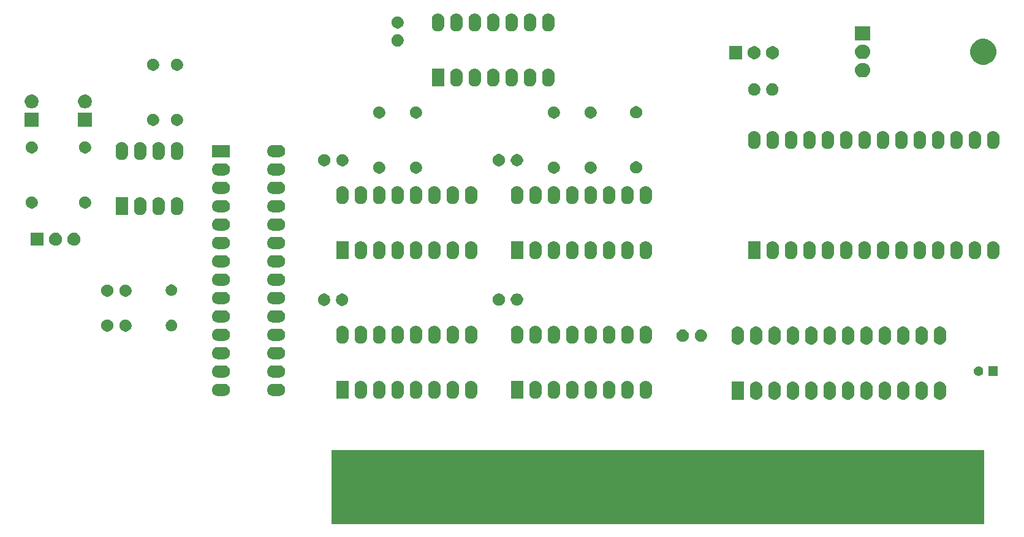
<source format=gbs>
G04 #@! TF.GenerationSoftware,KiCad,Pcbnew,(5.1.5-0)*
G04 #@! TF.CreationDate,2021-03-10T11:48:28+01:00*
G04 #@! TF.ProjectId,Apple1Serial,4170706c-6531-4536-9572-69616c2e6b69,rev?*
G04 #@! TF.SameCoordinates,Original*
G04 #@! TF.FileFunction,Soldermask,Bot*
G04 #@! TF.FilePolarity,Negative*
%FSLAX46Y46*%
G04 Gerber Fmt 4.6, Leading zero omitted, Abs format (unit mm)*
G04 Created by KiCad (PCBNEW (5.1.5-0)) date 2021-03-10 11:48:28*
%MOMM*%
%LPD*%
G04 APERTURE LIST*
%ADD10C,0.100000*%
G04 APERTURE END LIST*
D10*
G36*
X203456540Y-122933460D02*
G01*
X113284000Y-122933460D01*
X113284000Y-112755680D01*
X203456540Y-112755680D01*
X203456540Y-122933460D01*
G37*
G36*
X177204822Y-103282313D02*
G01*
X177365241Y-103330976D01*
X177513077Y-103409995D01*
X177642659Y-103516341D01*
X177749004Y-103645922D01*
X177749005Y-103645924D01*
X177828024Y-103793758D01*
X177876687Y-103954177D01*
X177889000Y-104079196D01*
X177889000Y-104962803D01*
X177876687Y-105087822D01*
X177876686Y-105087825D01*
X177829008Y-105245000D01*
X177828024Y-105248242D01*
X177757114Y-105380906D01*
X177749004Y-105396078D01*
X177642659Y-105525659D01*
X177513078Y-105632004D01*
X177513076Y-105632005D01*
X177365242Y-105711024D01*
X177204823Y-105759687D01*
X177038000Y-105776117D01*
X176871178Y-105759687D01*
X176710759Y-105711024D01*
X176562925Y-105632005D01*
X176562923Y-105632004D01*
X176433342Y-105525659D01*
X176326997Y-105396078D01*
X176318887Y-105380906D01*
X176247977Y-105248242D01*
X176246994Y-105245000D01*
X176199315Y-105087825D01*
X176199314Y-105087823D01*
X176187000Y-104962803D01*
X176187000Y-104079197D01*
X176199313Y-103954178D01*
X176247976Y-103793759D01*
X176326995Y-103645923D01*
X176433341Y-103516341D01*
X176562922Y-103409996D01*
X176601565Y-103389341D01*
X176710758Y-103330976D01*
X176871177Y-103282313D01*
X177038000Y-103265883D01*
X177204822Y-103282313D01*
G37*
G36*
X179744822Y-103282313D02*
G01*
X179905241Y-103330976D01*
X180053077Y-103409995D01*
X180182659Y-103516341D01*
X180289004Y-103645922D01*
X180289005Y-103645924D01*
X180368024Y-103793758D01*
X180416687Y-103954177D01*
X180429000Y-104079196D01*
X180429000Y-104962803D01*
X180416687Y-105087822D01*
X180416686Y-105087825D01*
X180369008Y-105245000D01*
X180368024Y-105248242D01*
X180297114Y-105380906D01*
X180289004Y-105396078D01*
X180182659Y-105525659D01*
X180053078Y-105632004D01*
X180053076Y-105632005D01*
X179905242Y-105711024D01*
X179744823Y-105759687D01*
X179578000Y-105776117D01*
X179411178Y-105759687D01*
X179250759Y-105711024D01*
X179102925Y-105632005D01*
X179102923Y-105632004D01*
X178973342Y-105525659D01*
X178866997Y-105396078D01*
X178858887Y-105380906D01*
X178787977Y-105248242D01*
X178786994Y-105245000D01*
X178739315Y-105087825D01*
X178739314Y-105087823D01*
X178727000Y-104962803D01*
X178727000Y-104079197D01*
X178739313Y-103954178D01*
X178787976Y-103793759D01*
X178866995Y-103645923D01*
X178973341Y-103516341D01*
X179102922Y-103409996D01*
X179141565Y-103389341D01*
X179250758Y-103330976D01*
X179411177Y-103282313D01*
X179578000Y-103265883D01*
X179744822Y-103282313D01*
G37*
G36*
X172124822Y-103282313D02*
G01*
X172285241Y-103330976D01*
X172433077Y-103409995D01*
X172562659Y-103516341D01*
X172669004Y-103645922D01*
X172669005Y-103645924D01*
X172748024Y-103793758D01*
X172796687Y-103954177D01*
X172809000Y-104079196D01*
X172809000Y-104962803D01*
X172796687Y-105087822D01*
X172796686Y-105087825D01*
X172749008Y-105245000D01*
X172748024Y-105248242D01*
X172677114Y-105380906D01*
X172669004Y-105396078D01*
X172562659Y-105525659D01*
X172433078Y-105632004D01*
X172433076Y-105632005D01*
X172285242Y-105711024D01*
X172124823Y-105759687D01*
X171958000Y-105776117D01*
X171791178Y-105759687D01*
X171630759Y-105711024D01*
X171482925Y-105632005D01*
X171482923Y-105632004D01*
X171353342Y-105525659D01*
X171246997Y-105396078D01*
X171238887Y-105380906D01*
X171167977Y-105248242D01*
X171166994Y-105245000D01*
X171119315Y-105087825D01*
X171119314Y-105087823D01*
X171107000Y-104962803D01*
X171107000Y-104079197D01*
X171119313Y-103954178D01*
X171167976Y-103793759D01*
X171246995Y-103645923D01*
X171353341Y-103516341D01*
X171482922Y-103409996D01*
X171521565Y-103389341D01*
X171630758Y-103330976D01*
X171791177Y-103282313D01*
X171958000Y-103265883D01*
X172124822Y-103282313D01*
G37*
G36*
X174664822Y-103282313D02*
G01*
X174825241Y-103330976D01*
X174973077Y-103409995D01*
X175102659Y-103516341D01*
X175209004Y-103645922D01*
X175209005Y-103645924D01*
X175288024Y-103793758D01*
X175336687Y-103954177D01*
X175349000Y-104079196D01*
X175349000Y-104962803D01*
X175336687Y-105087822D01*
X175336686Y-105087825D01*
X175289008Y-105245000D01*
X175288024Y-105248242D01*
X175217114Y-105380906D01*
X175209004Y-105396078D01*
X175102659Y-105525659D01*
X174973078Y-105632004D01*
X174973076Y-105632005D01*
X174825242Y-105711024D01*
X174664823Y-105759687D01*
X174498000Y-105776117D01*
X174331178Y-105759687D01*
X174170759Y-105711024D01*
X174022925Y-105632005D01*
X174022923Y-105632004D01*
X173893342Y-105525659D01*
X173786997Y-105396078D01*
X173778887Y-105380906D01*
X173707977Y-105248242D01*
X173706994Y-105245000D01*
X173659315Y-105087825D01*
X173659314Y-105087823D01*
X173647000Y-104962803D01*
X173647000Y-104079197D01*
X173659313Y-103954178D01*
X173707976Y-103793759D01*
X173786995Y-103645923D01*
X173893341Y-103516341D01*
X174022922Y-103409996D01*
X174061565Y-103389341D01*
X174170758Y-103330976D01*
X174331177Y-103282313D01*
X174498000Y-103265883D01*
X174664822Y-103282313D01*
G37*
G36*
X182284822Y-103282313D02*
G01*
X182445241Y-103330976D01*
X182593077Y-103409995D01*
X182722659Y-103516341D01*
X182829004Y-103645922D01*
X182829005Y-103645924D01*
X182908024Y-103793758D01*
X182956687Y-103954177D01*
X182969000Y-104079196D01*
X182969000Y-104962803D01*
X182956687Y-105087822D01*
X182956686Y-105087825D01*
X182909008Y-105245000D01*
X182908024Y-105248242D01*
X182837114Y-105380906D01*
X182829004Y-105396078D01*
X182722659Y-105525659D01*
X182593078Y-105632004D01*
X182593076Y-105632005D01*
X182445242Y-105711024D01*
X182284823Y-105759687D01*
X182118000Y-105776117D01*
X181951178Y-105759687D01*
X181790759Y-105711024D01*
X181642925Y-105632005D01*
X181642923Y-105632004D01*
X181513342Y-105525659D01*
X181406997Y-105396078D01*
X181398887Y-105380906D01*
X181327977Y-105248242D01*
X181326994Y-105245000D01*
X181279315Y-105087825D01*
X181279314Y-105087823D01*
X181267000Y-104962803D01*
X181267000Y-104079197D01*
X181279313Y-103954178D01*
X181327976Y-103793759D01*
X181406995Y-103645923D01*
X181513341Y-103516341D01*
X181642922Y-103409996D01*
X181681565Y-103389341D01*
X181790758Y-103330976D01*
X181951177Y-103282313D01*
X182118000Y-103265883D01*
X182284822Y-103282313D01*
G37*
G36*
X184824822Y-103282313D02*
G01*
X184985241Y-103330976D01*
X185133077Y-103409995D01*
X185262659Y-103516341D01*
X185369004Y-103645922D01*
X185369005Y-103645924D01*
X185448024Y-103793758D01*
X185496687Y-103954177D01*
X185509000Y-104079196D01*
X185509000Y-104962803D01*
X185496687Y-105087822D01*
X185496686Y-105087825D01*
X185449008Y-105245000D01*
X185448024Y-105248242D01*
X185377114Y-105380906D01*
X185369004Y-105396078D01*
X185262659Y-105525659D01*
X185133078Y-105632004D01*
X185133076Y-105632005D01*
X184985242Y-105711024D01*
X184824823Y-105759687D01*
X184658000Y-105776117D01*
X184491178Y-105759687D01*
X184330759Y-105711024D01*
X184182925Y-105632005D01*
X184182923Y-105632004D01*
X184053342Y-105525659D01*
X183946997Y-105396078D01*
X183938887Y-105380906D01*
X183867977Y-105248242D01*
X183866994Y-105245000D01*
X183819315Y-105087825D01*
X183819314Y-105087823D01*
X183807000Y-104962803D01*
X183807000Y-104079197D01*
X183819313Y-103954178D01*
X183867976Y-103793759D01*
X183946995Y-103645923D01*
X184053341Y-103516341D01*
X184182922Y-103409996D01*
X184221565Y-103389341D01*
X184330758Y-103330976D01*
X184491177Y-103282313D01*
X184658000Y-103265883D01*
X184824822Y-103282313D01*
G37*
G36*
X187364822Y-103282313D02*
G01*
X187525241Y-103330976D01*
X187673077Y-103409995D01*
X187802659Y-103516341D01*
X187909004Y-103645922D01*
X187909005Y-103645924D01*
X187988024Y-103793758D01*
X188036687Y-103954177D01*
X188049000Y-104079196D01*
X188049000Y-104962803D01*
X188036687Y-105087822D01*
X188036686Y-105087825D01*
X187989008Y-105245000D01*
X187988024Y-105248242D01*
X187917114Y-105380906D01*
X187909004Y-105396078D01*
X187802659Y-105525659D01*
X187673078Y-105632004D01*
X187673076Y-105632005D01*
X187525242Y-105711024D01*
X187364823Y-105759687D01*
X187198000Y-105776117D01*
X187031178Y-105759687D01*
X186870759Y-105711024D01*
X186722925Y-105632005D01*
X186722923Y-105632004D01*
X186593342Y-105525659D01*
X186486997Y-105396078D01*
X186478887Y-105380906D01*
X186407977Y-105248242D01*
X186406994Y-105245000D01*
X186359315Y-105087825D01*
X186359314Y-105087823D01*
X186347000Y-104962803D01*
X186347000Y-104079197D01*
X186359313Y-103954178D01*
X186407976Y-103793759D01*
X186486995Y-103645923D01*
X186593341Y-103516341D01*
X186722922Y-103409996D01*
X186761565Y-103389341D01*
X186870758Y-103330976D01*
X187031177Y-103282313D01*
X187198000Y-103265883D01*
X187364822Y-103282313D01*
G37*
G36*
X189904822Y-103282313D02*
G01*
X190065241Y-103330976D01*
X190213077Y-103409995D01*
X190342659Y-103516341D01*
X190449004Y-103645922D01*
X190449005Y-103645924D01*
X190528024Y-103793758D01*
X190576687Y-103954177D01*
X190589000Y-104079196D01*
X190589000Y-104962803D01*
X190576687Y-105087822D01*
X190576686Y-105087825D01*
X190529008Y-105245000D01*
X190528024Y-105248242D01*
X190457114Y-105380906D01*
X190449004Y-105396078D01*
X190342659Y-105525659D01*
X190213078Y-105632004D01*
X190213076Y-105632005D01*
X190065242Y-105711024D01*
X189904823Y-105759687D01*
X189738000Y-105776117D01*
X189571178Y-105759687D01*
X189410759Y-105711024D01*
X189262925Y-105632005D01*
X189262923Y-105632004D01*
X189133342Y-105525659D01*
X189026997Y-105396078D01*
X189018887Y-105380906D01*
X188947977Y-105248242D01*
X188946994Y-105245000D01*
X188899315Y-105087825D01*
X188899314Y-105087823D01*
X188887000Y-104962803D01*
X188887000Y-104079197D01*
X188899313Y-103954178D01*
X188947976Y-103793759D01*
X189026995Y-103645923D01*
X189133341Y-103516341D01*
X189262922Y-103409996D01*
X189301565Y-103389341D01*
X189410758Y-103330976D01*
X189571177Y-103282313D01*
X189738000Y-103265883D01*
X189904822Y-103282313D01*
G37*
G36*
X192444822Y-103282313D02*
G01*
X192605241Y-103330976D01*
X192753077Y-103409995D01*
X192882659Y-103516341D01*
X192989004Y-103645922D01*
X192989005Y-103645924D01*
X193068024Y-103793758D01*
X193116687Y-103954177D01*
X193129000Y-104079196D01*
X193129000Y-104962803D01*
X193116687Y-105087822D01*
X193116686Y-105087825D01*
X193069008Y-105245000D01*
X193068024Y-105248242D01*
X192997114Y-105380906D01*
X192989004Y-105396078D01*
X192882659Y-105525659D01*
X192753078Y-105632004D01*
X192753076Y-105632005D01*
X192605242Y-105711024D01*
X192444823Y-105759687D01*
X192278000Y-105776117D01*
X192111178Y-105759687D01*
X191950759Y-105711024D01*
X191802925Y-105632005D01*
X191802923Y-105632004D01*
X191673342Y-105525659D01*
X191566997Y-105396078D01*
X191558887Y-105380906D01*
X191487977Y-105248242D01*
X191486994Y-105245000D01*
X191439315Y-105087825D01*
X191439314Y-105087823D01*
X191427000Y-104962803D01*
X191427000Y-104079197D01*
X191439313Y-103954178D01*
X191487976Y-103793759D01*
X191566995Y-103645923D01*
X191673341Y-103516341D01*
X191802922Y-103409996D01*
X191841565Y-103389341D01*
X191950758Y-103330976D01*
X192111177Y-103282313D01*
X192278000Y-103265883D01*
X192444822Y-103282313D01*
G37*
G36*
X194984822Y-103282313D02*
G01*
X195145241Y-103330976D01*
X195293077Y-103409995D01*
X195422659Y-103516341D01*
X195529004Y-103645922D01*
X195529005Y-103645924D01*
X195608024Y-103793758D01*
X195656687Y-103954177D01*
X195669000Y-104079196D01*
X195669000Y-104962803D01*
X195656687Y-105087822D01*
X195656686Y-105087825D01*
X195609008Y-105245000D01*
X195608024Y-105248242D01*
X195537114Y-105380906D01*
X195529004Y-105396078D01*
X195422659Y-105525659D01*
X195293078Y-105632004D01*
X195293076Y-105632005D01*
X195145242Y-105711024D01*
X194984823Y-105759687D01*
X194818000Y-105776117D01*
X194651178Y-105759687D01*
X194490759Y-105711024D01*
X194342925Y-105632005D01*
X194342923Y-105632004D01*
X194213342Y-105525659D01*
X194106997Y-105396078D01*
X194098887Y-105380906D01*
X194027977Y-105248242D01*
X194026994Y-105245000D01*
X193979315Y-105087825D01*
X193979314Y-105087823D01*
X193967000Y-104962803D01*
X193967000Y-104079197D01*
X193979313Y-103954178D01*
X194027976Y-103793759D01*
X194106995Y-103645923D01*
X194213341Y-103516341D01*
X194342922Y-103409996D01*
X194381565Y-103389341D01*
X194490758Y-103330976D01*
X194651177Y-103282313D01*
X194818000Y-103265883D01*
X194984822Y-103282313D01*
G37*
G36*
X197524822Y-103282313D02*
G01*
X197685241Y-103330976D01*
X197833077Y-103409995D01*
X197962659Y-103516341D01*
X198069004Y-103645922D01*
X198069005Y-103645924D01*
X198148024Y-103793758D01*
X198196687Y-103954177D01*
X198209000Y-104079196D01*
X198209000Y-104962803D01*
X198196687Y-105087822D01*
X198196686Y-105087825D01*
X198149008Y-105245000D01*
X198148024Y-105248242D01*
X198077114Y-105380906D01*
X198069004Y-105396078D01*
X197962659Y-105525659D01*
X197833078Y-105632004D01*
X197833076Y-105632005D01*
X197685242Y-105711024D01*
X197524823Y-105759687D01*
X197358000Y-105776117D01*
X197191178Y-105759687D01*
X197030759Y-105711024D01*
X196882925Y-105632005D01*
X196882923Y-105632004D01*
X196753342Y-105525659D01*
X196646997Y-105396078D01*
X196638887Y-105380906D01*
X196567977Y-105248242D01*
X196566994Y-105245000D01*
X196519315Y-105087825D01*
X196519314Y-105087823D01*
X196507000Y-104962803D01*
X196507000Y-104079197D01*
X196519313Y-103954178D01*
X196567976Y-103793759D01*
X196646995Y-103645923D01*
X196753341Y-103516341D01*
X196882922Y-103409996D01*
X196921565Y-103389341D01*
X197030758Y-103330976D01*
X197191177Y-103282313D01*
X197358000Y-103265883D01*
X197524822Y-103282313D01*
G37*
G36*
X170269000Y-105772000D02*
G01*
X168567000Y-105772000D01*
X168567000Y-103270000D01*
X170269000Y-103270000D01*
X170269000Y-105772000D01*
G37*
G36*
X117514822Y-103155313D02*
G01*
X117675241Y-103203976D01*
X117823077Y-103282995D01*
X117952659Y-103389341D01*
X118059004Y-103518922D01*
X118059005Y-103518924D01*
X118138024Y-103666758D01*
X118138024Y-103666759D01*
X118138025Y-103666761D01*
X118142950Y-103682996D01*
X118186687Y-103827177D01*
X118199000Y-103952196D01*
X118199000Y-104835803D01*
X118186687Y-104960822D01*
X118186686Y-104960825D01*
X118142950Y-105105005D01*
X118138024Y-105121242D01*
X118078456Y-105232686D01*
X118059004Y-105269078D01*
X117952659Y-105398659D01*
X117823078Y-105505004D01*
X117823076Y-105505005D01*
X117675242Y-105584024D01*
X117514823Y-105632687D01*
X117348000Y-105649117D01*
X117181178Y-105632687D01*
X117020759Y-105584024D01*
X116872925Y-105505005D01*
X116872923Y-105505004D01*
X116743342Y-105398659D01*
X116636997Y-105269078D01*
X116617545Y-105232686D01*
X116557977Y-105121242D01*
X116553052Y-105105005D01*
X116509315Y-104960825D01*
X116509314Y-104960823D01*
X116497000Y-104835803D01*
X116497000Y-103952197D01*
X116509313Y-103827178D01*
X116548917Y-103696621D01*
X116557975Y-103666762D01*
X116557976Y-103666759D01*
X116636995Y-103518923D01*
X116743341Y-103389341D01*
X116814460Y-103330975D01*
X116872922Y-103282996D01*
X116904938Y-103265883D01*
X117020758Y-103203976D01*
X117181177Y-103155313D01*
X117348000Y-103138883D01*
X117514822Y-103155313D01*
G37*
G36*
X154344822Y-103155313D02*
G01*
X154505241Y-103203976D01*
X154653077Y-103282995D01*
X154782659Y-103389341D01*
X154889004Y-103518922D01*
X154889005Y-103518924D01*
X154968024Y-103666758D01*
X154968024Y-103666759D01*
X154968025Y-103666761D01*
X154972950Y-103682996D01*
X155016687Y-103827177D01*
X155029000Y-103952196D01*
X155029000Y-104835803D01*
X155016687Y-104960822D01*
X155016686Y-104960825D01*
X154972950Y-105105005D01*
X154968024Y-105121242D01*
X154908456Y-105232686D01*
X154889004Y-105269078D01*
X154782659Y-105398659D01*
X154653078Y-105505004D01*
X154653076Y-105505005D01*
X154505242Y-105584024D01*
X154344823Y-105632687D01*
X154178000Y-105649117D01*
X154011178Y-105632687D01*
X153850759Y-105584024D01*
X153702925Y-105505005D01*
X153702923Y-105505004D01*
X153573342Y-105398659D01*
X153466997Y-105269078D01*
X153447545Y-105232686D01*
X153387977Y-105121242D01*
X153383052Y-105105005D01*
X153339315Y-104960825D01*
X153339314Y-104960823D01*
X153327000Y-104835803D01*
X153327000Y-103952197D01*
X153339313Y-103827178D01*
X153378917Y-103696621D01*
X153387975Y-103666762D01*
X153387976Y-103666759D01*
X153466995Y-103518923D01*
X153573341Y-103389341D01*
X153644460Y-103330975D01*
X153702922Y-103282996D01*
X153734938Y-103265883D01*
X153850758Y-103203976D01*
X154011177Y-103155313D01*
X154178000Y-103138883D01*
X154344822Y-103155313D01*
G37*
G36*
X156884822Y-103155313D02*
G01*
X157045241Y-103203976D01*
X157193077Y-103282995D01*
X157322659Y-103389341D01*
X157429004Y-103518922D01*
X157429005Y-103518924D01*
X157508024Y-103666758D01*
X157508024Y-103666759D01*
X157508025Y-103666761D01*
X157512950Y-103682996D01*
X157556687Y-103827177D01*
X157569000Y-103952196D01*
X157569000Y-104835803D01*
X157556687Y-104960822D01*
X157556686Y-104960825D01*
X157512950Y-105105005D01*
X157508024Y-105121242D01*
X157448456Y-105232686D01*
X157429004Y-105269078D01*
X157322659Y-105398659D01*
X157193078Y-105505004D01*
X157193076Y-105505005D01*
X157045242Y-105584024D01*
X156884823Y-105632687D01*
X156718000Y-105649117D01*
X156551178Y-105632687D01*
X156390759Y-105584024D01*
X156242925Y-105505005D01*
X156242923Y-105505004D01*
X156113342Y-105398659D01*
X156006997Y-105269078D01*
X155987545Y-105232686D01*
X155927977Y-105121242D01*
X155923052Y-105105005D01*
X155879315Y-104960825D01*
X155879314Y-104960823D01*
X155867000Y-104835803D01*
X155867000Y-103952197D01*
X155879313Y-103827178D01*
X155918917Y-103696621D01*
X155927975Y-103666762D01*
X155927976Y-103666759D01*
X156006995Y-103518923D01*
X156113341Y-103389341D01*
X156184460Y-103330975D01*
X156242922Y-103282996D01*
X156274938Y-103265883D01*
X156390758Y-103203976D01*
X156551177Y-103155313D01*
X156718000Y-103138883D01*
X156884822Y-103155313D01*
G37*
G36*
X151804822Y-103155313D02*
G01*
X151965241Y-103203976D01*
X152113077Y-103282995D01*
X152242659Y-103389341D01*
X152349004Y-103518922D01*
X152349005Y-103518924D01*
X152428024Y-103666758D01*
X152428024Y-103666759D01*
X152428025Y-103666761D01*
X152432950Y-103682996D01*
X152476687Y-103827177D01*
X152489000Y-103952196D01*
X152489000Y-104835803D01*
X152476687Y-104960822D01*
X152476686Y-104960825D01*
X152432950Y-105105005D01*
X152428024Y-105121242D01*
X152368456Y-105232686D01*
X152349004Y-105269078D01*
X152242659Y-105398659D01*
X152113078Y-105505004D01*
X152113076Y-105505005D01*
X151965242Y-105584024D01*
X151804823Y-105632687D01*
X151638000Y-105649117D01*
X151471178Y-105632687D01*
X151310759Y-105584024D01*
X151162925Y-105505005D01*
X151162923Y-105505004D01*
X151033342Y-105398659D01*
X150926997Y-105269078D01*
X150907545Y-105232686D01*
X150847977Y-105121242D01*
X150843052Y-105105005D01*
X150799315Y-104960825D01*
X150799314Y-104960823D01*
X150787000Y-104835803D01*
X150787000Y-103952197D01*
X150799313Y-103827178D01*
X150838917Y-103696621D01*
X150847975Y-103666762D01*
X150847976Y-103666759D01*
X150926995Y-103518923D01*
X151033341Y-103389341D01*
X151104460Y-103330975D01*
X151162922Y-103282996D01*
X151194938Y-103265883D01*
X151310758Y-103203976D01*
X151471177Y-103155313D01*
X151638000Y-103138883D01*
X151804822Y-103155313D01*
G37*
G36*
X149264822Y-103155313D02*
G01*
X149425241Y-103203976D01*
X149573077Y-103282995D01*
X149702659Y-103389341D01*
X149809004Y-103518922D01*
X149809005Y-103518924D01*
X149888024Y-103666758D01*
X149888024Y-103666759D01*
X149888025Y-103666761D01*
X149892950Y-103682996D01*
X149936687Y-103827177D01*
X149949000Y-103952196D01*
X149949000Y-104835803D01*
X149936687Y-104960822D01*
X149936686Y-104960825D01*
X149892950Y-105105005D01*
X149888024Y-105121242D01*
X149828456Y-105232686D01*
X149809004Y-105269078D01*
X149702659Y-105398659D01*
X149573078Y-105505004D01*
X149573076Y-105505005D01*
X149425242Y-105584024D01*
X149264823Y-105632687D01*
X149098000Y-105649117D01*
X148931178Y-105632687D01*
X148770759Y-105584024D01*
X148622925Y-105505005D01*
X148622923Y-105505004D01*
X148493342Y-105398659D01*
X148386997Y-105269078D01*
X148367545Y-105232686D01*
X148307977Y-105121242D01*
X148303052Y-105105005D01*
X148259315Y-104960825D01*
X148259314Y-104960823D01*
X148247000Y-104835803D01*
X148247000Y-103952197D01*
X148259313Y-103827178D01*
X148298917Y-103696621D01*
X148307975Y-103666762D01*
X148307976Y-103666759D01*
X148386995Y-103518923D01*
X148493341Y-103389341D01*
X148564460Y-103330975D01*
X148622922Y-103282996D01*
X148654938Y-103265883D01*
X148770758Y-103203976D01*
X148931177Y-103155313D01*
X149098000Y-103138883D01*
X149264822Y-103155313D01*
G37*
G36*
X146724822Y-103155313D02*
G01*
X146885241Y-103203976D01*
X147033077Y-103282995D01*
X147162659Y-103389341D01*
X147269004Y-103518922D01*
X147269005Y-103518924D01*
X147348024Y-103666758D01*
X147348024Y-103666759D01*
X147348025Y-103666761D01*
X147352950Y-103682996D01*
X147396687Y-103827177D01*
X147409000Y-103952196D01*
X147409000Y-104835803D01*
X147396687Y-104960822D01*
X147396686Y-104960825D01*
X147352950Y-105105005D01*
X147348024Y-105121242D01*
X147288456Y-105232686D01*
X147269004Y-105269078D01*
X147162659Y-105398659D01*
X147033078Y-105505004D01*
X147033076Y-105505005D01*
X146885242Y-105584024D01*
X146724823Y-105632687D01*
X146558000Y-105649117D01*
X146391178Y-105632687D01*
X146230759Y-105584024D01*
X146082925Y-105505005D01*
X146082923Y-105505004D01*
X145953342Y-105398659D01*
X145846997Y-105269078D01*
X145827545Y-105232686D01*
X145767977Y-105121242D01*
X145763052Y-105105005D01*
X145719315Y-104960825D01*
X145719314Y-104960823D01*
X145707000Y-104835803D01*
X145707000Y-103952197D01*
X145719313Y-103827178D01*
X145758917Y-103696621D01*
X145767975Y-103666762D01*
X145767976Y-103666759D01*
X145846995Y-103518923D01*
X145953341Y-103389341D01*
X146024460Y-103330975D01*
X146082922Y-103282996D01*
X146114938Y-103265883D01*
X146230758Y-103203976D01*
X146391177Y-103155313D01*
X146558000Y-103138883D01*
X146724822Y-103155313D01*
G37*
G36*
X144184822Y-103155313D02*
G01*
X144345241Y-103203976D01*
X144493077Y-103282995D01*
X144622659Y-103389341D01*
X144729004Y-103518922D01*
X144729005Y-103518924D01*
X144808024Y-103666758D01*
X144808024Y-103666759D01*
X144808025Y-103666761D01*
X144812950Y-103682996D01*
X144856687Y-103827177D01*
X144869000Y-103952196D01*
X144869000Y-104835803D01*
X144856687Y-104960822D01*
X144856686Y-104960825D01*
X144812950Y-105105005D01*
X144808024Y-105121242D01*
X144748456Y-105232686D01*
X144729004Y-105269078D01*
X144622659Y-105398659D01*
X144493078Y-105505004D01*
X144493076Y-105505005D01*
X144345242Y-105584024D01*
X144184823Y-105632687D01*
X144018000Y-105649117D01*
X143851178Y-105632687D01*
X143690759Y-105584024D01*
X143542925Y-105505005D01*
X143542923Y-105505004D01*
X143413342Y-105398659D01*
X143306997Y-105269078D01*
X143287545Y-105232686D01*
X143227977Y-105121242D01*
X143223052Y-105105005D01*
X143179315Y-104960825D01*
X143179314Y-104960823D01*
X143167000Y-104835803D01*
X143167000Y-103952197D01*
X143179313Y-103827178D01*
X143218917Y-103696621D01*
X143227975Y-103666762D01*
X143227976Y-103666759D01*
X143306995Y-103518923D01*
X143413341Y-103389341D01*
X143484460Y-103330975D01*
X143542922Y-103282996D01*
X143574938Y-103265883D01*
X143690758Y-103203976D01*
X143851177Y-103155313D01*
X144018000Y-103138883D01*
X144184822Y-103155313D01*
G37*
G36*
X141644822Y-103155313D02*
G01*
X141805241Y-103203976D01*
X141953077Y-103282995D01*
X142082659Y-103389341D01*
X142189004Y-103518922D01*
X142189005Y-103518924D01*
X142268024Y-103666758D01*
X142268024Y-103666759D01*
X142268025Y-103666761D01*
X142272950Y-103682996D01*
X142316687Y-103827177D01*
X142329000Y-103952196D01*
X142329000Y-104835803D01*
X142316687Y-104960822D01*
X142316686Y-104960825D01*
X142272950Y-105105005D01*
X142268024Y-105121242D01*
X142208456Y-105232686D01*
X142189004Y-105269078D01*
X142082659Y-105398659D01*
X141953078Y-105505004D01*
X141953076Y-105505005D01*
X141805242Y-105584024D01*
X141644823Y-105632687D01*
X141478000Y-105649117D01*
X141311178Y-105632687D01*
X141150759Y-105584024D01*
X141002925Y-105505005D01*
X141002923Y-105505004D01*
X140873342Y-105398659D01*
X140766997Y-105269078D01*
X140747545Y-105232686D01*
X140687977Y-105121242D01*
X140683052Y-105105005D01*
X140639315Y-104960825D01*
X140639314Y-104960823D01*
X140627000Y-104835803D01*
X140627000Y-103952197D01*
X140639313Y-103827178D01*
X140678917Y-103696621D01*
X140687975Y-103666762D01*
X140687976Y-103666759D01*
X140766995Y-103518923D01*
X140873341Y-103389341D01*
X140944460Y-103330975D01*
X141002922Y-103282996D01*
X141034938Y-103265883D01*
X141150758Y-103203976D01*
X141311177Y-103155313D01*
X141478000Y-103138883D01*
X141644822Y-103155313D01*
G37*
G36*
X132754822Y-103155313D02*
G01*
X132915241Y-103203976D01*
X133063077Y-103282995D01*
X133192659Y-103389341D01*
X133299004Y-103518922D01*
X133299005Y-103518924D01*
X133378024Y-103666758D01*
X133378024Y-103666759D01*
X133378025Y-103666761D01*
X133382950Y-103682996D01*
X133426687Y-103827177D01*
X133439000Y-103952196D01*
X133439000Y-104835803D01*
X133426687Y-104960822D01*
X133426686Y-104960825D01*
X133382950Y-105105005D01*
X133378024Y-105121242D01*
X133318456Y-105232686D01*
X133299004Y-105269078D01*
X133192659Y-105398659D01*
X133063078Y-105505004D01*
X133063076Y-105505005D01*
X132915242Y-105584024D01*
X132754823Y-105632687D01*
X132588000Y-105649117D01*
X132421178Y-105632687D01*
X132260759Y-105584024D01*
X132112925Y-105505005D01*
X132112923Y-105505004D01*
X131983342Y-105398659D01*
X131876997Y-105269078D01*
X131857545Y-105232686D01*
X131797977Y-105121242D01*
X131793052Y-105105005D01*
X131749315Y-104960825D01*
X131749314Y-104960823D01*
X131737000Y-104835803D01*
X131737000Y-103952197D01*
X131749313Y-103827178D01*
X131788917Y-103696621D01*
X131797975Y-103666762D01*
X131797976Y-103666759D01*
X131876995Y-103518923D01*
X131983341Y-103389341D01*
X132054460Y-103330975D01*
X132112922Y-103282996D01*
X132144938Y-103265883D01*
X132260758Y-103203976D01*
X132421177Y-103155313D01*
X132588000Y-103138883D01*
X132754822Y-103155313D01*
G37*
G36*
X130214822Y-103155313D02*
G01*
X130375241Y-103203976D01*
X130523077Y-103282995D01*
X130652659Y-103389341D01*
X130759004Y-103518922D01*
X130759005Y-103518924D01*
X130838024Y-103666758D01*
X130838024Y-103666759D01*
X130838025Y-103666761D01*
X130842950Y-103682996D01*
X130886687Y-103827177D01*
X130899000Y-103952196D01*
X130899000Y-104835803D01*
X130886687Y-104960822D01*
X130886686Y-104960825D01*
X130842950Y-105105005D01*
X130838024Y-105121242D01*
X130778456Y-105232686D01*
X130759004Y-105269078D01*
X130652659Y-105398659D01*
X130523078Y-105505004D01*
X130523076Y-105505005D01*
X130375242Y-105584024D01*
X130214823Y-105632687D01*
X130048000Y-105649117D01*
X129881178Y-105632687D01*
X129720759Y-105584024D01*
X129572925Y-105505005D01*
X129572923Y-105505004D01*
X129443342Y-105398659D01*
X129336997Y-105269078D01*
X129317545Y-105232686D01*
X129257977Y-105121242D01*
X129253052Y-105105005D01*
X129209315Y-104960825D01*
X129209314Y-104960823D01*
X129197000Y-104835803D01*
X129197000Y-103952197D01*
X129209313Y-103827178D01*
X129248917Y-103696621D01*
X129257975Y-103666762D01*
X129257976Y-103666759D01*
X129336995Y-103518923D01*
X129443341Y-103389341D01*
X129514460Y-103330975D01*
X129572922Y-103282996D01*
X129604938Y-103265883D01*
X129720758Y-103203976D01*
X129881177Y-103155313D01*
X130048000Y-103138883D01*
X130214822Y-103155313D01*
G37*
G36*
X127674822Y-103155313D02*
G01*
X127835241Y-103203976D01*
X127983077Y-103282995D01*
X128112659Y-103389341D01*
X128219004Y-103518922D01*
X128219005Y-103518924D01*
X128298024Y-103666758D01*
X128298024Y-103666759D01*
X128298025Y-103666761D01*
X128302950Y-103682996D01*
X128346687Y-103827177D01*
X128359000Y-103952196D01*
X128359000Y-104835803D01*
X128346687Y-104960822D01*
X128346686Y-104960825D01*
X128302950Y-105105005D01*
X128298024Y-105121242D01*
X128238456Y-105232686D01*
X128219004Y-105269078D01*
X128112659Y-105398659D01*
X127983078Y-105505004D01*
X127983076Y-105505005D01*
X127835242Y-105584024D01*
X127674823Y-105632687D01*
X127508000Y-105649117D01*
X127341178Y-105632687D01*
X127180759Y-105584024D01*
X127032925Y-105505005D01*
X127032923Y-105505004D01*
X126903342Y-105398659D01*
X126796997Y-105269078D01*
X126777545Y-105232686D01*
X126717977Y-105121242D01*
X126713052Y-105105005D01*
X126669315Y-104960825D01*
X126669314Y-104960823D01*
X126657000Y-104835803D01*
X126657000Y-103952197D01*
X126669313Y-103827178D01*
X126708917Y-103696621D01*
X126717975Y-103666762D01*
X126717976Y-103666759D01*
X126796995Y-103518923D01*
X126903341Y-103389341D01*
X126974460Y-103330975D01*
X127032922Y-103282996D01*
X127064938Y-103265883D01*
X127180758Y-103203976D01*
X127341177Y-103155313D01*
X127508000Y-103138883D01*
X127674822Y-103155313D01*
G37*
G36*
X125134822Y-103155313D02*
G01*
X125295241Y-103203976D01*
X125443077Y-103282995D01*
X125572659Y-103389341D01*
X125679004Y-103518922D01*
X125679005Y-103518924D01*
X125758024Y-103666758D01*
X125758024Y-103666759D01*
X125758025Y-103666761D01*
X125762950Y-103682996D01*
X125806687Y-103827177D01*
X125819000Y-103952196D01*
X125819000Y-104835803D01*
X125806687Y-104960822D01*
X125806686Y-104960825D01*
X125762950Y-105105005D01*
X125758024Y-105121242D01*
X125698456Y-105232686D01*
X125679004Y-105269078D01*
X125572659Y-105398659D01*
X125443078Y-105505004D01*
X125443076Y-105505005D01*
X125295242Y-105584024D01*
X125134823Y-105632687D01*
X124968000Y-105649117D01*
X124801178Y-105632687D01*
X124640759Y-105584024D01*
X124492925Y-105505005D01*
X124492923Y-105505004D01*
X124363342Y-105398659D01*
X124256997Y-105269078D01*
X124237545Y-105232686D01*
X124177977Y-105121242D01*
X124173052Y-105105005D01*
X124129315Y-104960825D01*
X124129314Y-104960823D01*
X124117000Y-104835803D01*
X124117000Y-103952197D01*
X124129313Y-103827178D01*
X124168917Y-103696621D01*
X124177975Y-103666762D01*
X124177976Y-103666759D01*
X124256995Y-103518923D01*
X124363341Y-103389341D01*
X124434460Y-103330975D01*
X124492922Y-103282996D01*
X124524938Y-103265883D01*
X124640758Y-103203976D01*
X124801177Y-103155313D01*
X124968000Y-103138883D01*
X125134822Y-103155313D01*
G37*
G36*
X122594822Y-103155313D02*
G01*
X122755241Y-103203976D01*
X122903077Y-103282995D01*
X123032659Y-103389341D01*
X123139004Y-103518922D01*
X123139005Y-103518924D01*
X123218024Y-103666758D01*
X123218024Y-103666759D01*
X123218025Y-103666761D01*
X123222950Y-103682996D01*
X123266687Y-103827177D01*
X123279000Y-103952196D01*
X123279000Y-104835803D01*
X123266687Y-104960822D01*
X123266686Y-104960825D01*
X123222950Y-105105005D01*
X123218024Y-105121242D01*
X123158456Y-105232686D01*
X123139004Y-105269078D01*
X123032659Y-105398659D01*
X122903078Y-105505004D01*
X122903076Y-105505005D01*
X122755242Y-105584024D01*
X122594823Y-105632687D01*
X122428000Y-105649117D01*
X122261178Y-105632687D01*
X122100759Y-105584024D01*
X121952925Y-105505005D01*
X121952923Y-105505004D01*
X121823342Y-105398659D01*
X121716997Y-105269078D01*
X121697545Y-105232686D01*
X121637977Y-105121242D01*
X121633052Y-105105005D01*
X121589315Y-104960825D01*
X121589314Y-104960823D01*
X121577000Y-104835803D01*
X121577000Y-103952197D01*
X121589313Y-103827178D01*
X121628917Y-103696621D01*
X121637975Y-103666762D01*
X121637976Y-103666759D01*
X121716995Y-103518923D01*
X121823341Y-103389341D01*
X121894460Y-103330975D01*
X121952922Y-103282996D01*
X121984938Y-103265883D01*
X122100758Y-103203976D01*
X122261177Y-103155313D01*
X122428000Y-103138883D01*
X122594822Y-103155313D01*
G37*
G36*
X120054822Y-103155313D02*
G01*
X120215241Y-103203976D01*
X120363077Y-103282995D01*
X120492659Y-103389341D01*
X120599004Y-103518922D01*
X120599005Y-103518924D01*
X120678024Y-103666758D01*
X120678024Y-103666759D01*
X120678025Y-103666761D01*
X120682950Y-103682996D01*
X120726687Y-103827177D01*
X120739000Y-103952196D01*
X120739000Y-104835803D01*
X120726687Y-104960822D01*
X120726686Y-104960825D01*
X120682950Y-105105005D01*
X120678024Y-105121242D01*
X120618456Y-105232686D01*
X120599004Y-105269078D01*
X120492659Y-105398659D01*
X120363078Y-105505004D01*
X120363076Y-105505005D01*
X120215242Y-105584024D01*
X120054823Y-105632687D01*
X119888000Y-105649117D01*
X119721178Y-105632687D01*
X119560759Y-105584024D01*
X119412925Y-105505005D01*
X119412923Y-105505004D01*
X119283342Y-105398659D01*
X119176997Y-105269078D01*
X119157545Y-105232686D01*
X119097977Y-105121242D01*
X119093052Y-105105005D01*
X119049315Y-104960825D01*
X119049314Y-104960823D01*
X119037000Y-104835803D01*
X119037000Y-103952197D01*
X119049313Y-103827178D01*
X119088917Y-103696621D01*
X119097975Y-103666762D01*
X119097976Y-103666759D01*
X119176995Y-103518923D01*
X119283341Y-103389341D01*
X119354460Y-103330975D01*
X119412922Y-103282996D01*
X119444938Y-103265883D01*
X119560758Y-103203976D01*
X119721177Y-103155313D01*
X119888000Y-103138883D01*
X120054822Y-103155313D01*
G37*
G36*
X139789000Y-105645000D02*
G01*
X138087000Y-105645000D01*
X138087000Y-103143000D01*
X139789000Y-103143000D01*
X139789000Y-105645000D01*
G37*
G36*
X115659000Y-105645000D02*
G01*
X113957000Y-105645000D01*
X113957000Y-103143000D01*
X115659000Y-103143000D01*
X115659000Y-105645000D01*
G37*
G36*
X106230823Y-103555313D02*
G01*
X106391242Y-103603976D01*
X106508704Y-103666761D01*
X106539078Y-103682996D01*
X106668659Y-103789341D01*
X106775004Y-103918922D01*
X106775005Y-103918924D01*
X106854024Y-104066758D01*
X106902687Y-104227177D01*
X106919117Y-104394000D01*
X106902687Y-104560823D01*
X106854024Y-104721242D01*
X106792791Y-104835800D01*
X106775004Y-104869078D01*
X106668659Y-104998659D01*
X106539078Y-105105004D01*
X106539076Y-105105005D01*
X106391242Y-105184024D01*
X106230823Y-105232687D01*
X106105804Y-105245000D01*
X105222196Y-105245000D01*
X105097177Y-105232687D01*
X104936758Y-105184024D01*
X104788924Y-105105005D01*
X104788922Y-105105004D01*
X104659341Y-104998659D01*
X104552996Y-104869078D01*
X104535209Y-104835800D01*
X104473976Y-104721242D01*
X104425313Y-104560823D01*
X104408883Y-104394000D01*
X104425313Y-104227177D01*
X104473976Y-104066758D01*
X104552995Y-103918924D01*
X104552996Y-103918922D01*
X104659341Y-103789341D01*
X104788922Y-103682996D01*
X104819296Y-103666761D01*
X104936758Y-103603976D01*
X105097177Y-103555313D01*
X105222196Y-103543000D01*
X106105804Y-103543000D01*
X106230823Y-103555313D01*
G37*
G36*
X98610823Y-103555313D02*
G01*
X98771242Y-103603976D01*
X98888704Y-103666761D01*
X98919078Y-103682996D01*
X99048659Y-103789341D01*
X99155004Y-103918922D01*
X99155005Y-103918924D01*
X99234024Y-104066758D01*
X99282687Y-104227177D01*
X99299117Y-104394000D01*
X99282687Y-104560823D01*
X99234024Y-104721242D01*
X99172791Y-104835800D01*
X99155004Y-104869078D01*
X99048659Y-104998659D01*
X98919078Y-105105004D01*
X98919076Y-105105005D01*
X98771242Y-105184024D01*
X98610823Y-105232687D01*
X98485804Y-105245000D01*
X97602196Y-105245000D01*
X97477177Y-105232687D01*
X97316758Y-105184024D01*
X97168924Y-105105005D01*
X97168922Y-105105004D01*
X97039341Y-104998659D01*
X96932996Y-104869078D01*
X96915209Y-104835800D01*
X96853976Y-104721242D01*
X96805313Y-104560823D01*
X96788883Y-104394000D01*
X96805313Y-104227177D01*
X96853976Y-104066758D01*
X96932995Y-103918924D01*
X96932996Y-103918922D01*
X97039341Y-103789341D01*
X97168922Y-103682996D01*
X97199296Y-103666761D01*
X97316758Y-103603976D01*
X97477177Y-103555313D01*
X97602196Y-103543000D01*
X98485804Y-103543000D01*
X98610823Y-103555313D01*
G37*
G36*
X98610823Y-101015313D02*
G01*
X98771242Y-101063976D01*
X98903906Y-101134886D01*
X98919078Y-101142996D01*
X99048659Y-101249341D01*
X99155004Y-101378922D01*
X99155005Y-101378924D01*
X99234024Y-101526758D01*
X99282687Y-101687177D01*
X99299117Y-101854000D01*
X99282687Y-102020823D01*
X99234024Y-102181242D01*
X99165808Y-102308865D01*
X99155004Y-102329078D01*
X99048659Y-102458659D01*
X98919078Y-102565004D01*
X98919076Y-102565005D01*
X98771242Y-102644024D01*
X98610823Y-102692687D01*
X98485804Y-102705000D01*
X97602196Y-102705000D01*
X97477177Y-102692687D01*
X97316758Y-102644024D01*
X97168924Y-102565005D01*
X97168922Y-102565004D01*
X97039341Y-102458659D01*
X96932996Y-102329078D01*
X96922192Y-102308865D01*
X96853976Y-102181242D01*
X96805313Y-102020823D01*
X96788883Y-101854000D01*
X96805313Y-101687177D01*
X96853976Y-101526758D01*
X96932995Y-101378924D01*
X96932996Y-101378922D01*
X97039341Y-101249341D01*
X97168922Y-101142996D01*
X97184094Y-101134886D01*
X97316758Y-101063976D01*
X97477177Y-101015313D01*
X97602196Y-101003000D01*
X98485804Y-101003000D01*
X98610823Y-101015313D01*
G37*
G36*
X106230823Y-101015313D02*
G01*
X106391242Y-101063976D01*
X106523906Y-101134886D01*
X106539078Y-101142996D01*
X106668659Y-101249341D01*
X106775004Y-101378922D01*
X106775005Y-101378924D01*
X106854024Y-101526758D01*
X106902687Y-101687177D01*
X106919117Y-101854000D01*
X106902687Y-102020823D01*
X106854024Y-102181242D01*
X106785808Y-102308865D01*
X106775004Y-102329078D01*
X106668659Y-102458659D01*
X106539078Y-102565004D01*
X106539076Y-102565005D01*
X106391242Y-102644024D01*
X106230823Y-102692687D01*
X106105804Y-102705000D01*
X105222196Y-102705000D01*
X105097177Y-102692687D01*
X104936758Y-102644024D01*
X104788924Y-102565005D01*
X104788922Y-102565004D01*
X104659341Y-102458659D01*
X104552996Y-102329078D01*
X104542192Y-102308865D01*
X104473976Y-102181242D01*
X104425313Y-102020823D01*
X104408883Y-101854000D01*
X104425313Y-101687177D01*
X104473976Y-101526758D01*
X104552995Y-101378924D01*
X104552996Y-101378922D01*
X104659341Y-101249341D01*
X104788922Y-101142996D01*
X104804094Y-101134886D01*
X104936758Y-101063976D01*
X105097177Y-101015313D01*
X105222196Y-101003000D01*
X106105804Y-101003000D01*
X106230823Y-101015313D01*
G37*
G36*
X202893570Y-101177217D02*
G01*
X203012044Y-101226291D01*
X203118668Y-101297535D01*
X203209345Y-101388212D01*
X203280589Y-101494836D01*
X203329663Y-101613310D01*
X203354680Y-101739082D01*
X203354680Y-101867318D01*
X203329663Y-101993090D01*
X203280589Y-102111564D01*
X203209345Y-102218188D01*
X203118668Y-102308865D01*
X203012044Y-102380109D01*
X203012043Y-102380110D01*
X203012042Y-102380110D01*
X202893570Y-102429183D01*
X202767799Y-102454200D01*
X202639561Y-102454200D01*
X202513790Y-102429183D01*
X202395318Y-102380110D01*
X202395317Y-102380110D01*
X202395316Y-102380109D01*
X202288692Y-102308865D01*
X202198015Y-102218188D01*
X202126771Y-102111564D01*
X202077697Y-101993090D01*
X202052680Y-101867318D01*
X202052680Y-101739082D01*
X202077697Y-101613310D01*
X202126771Y-101494836D01*
X202198015Y-101388212D01*
X202288692Y-101297535D01*
X202395316Y-101226291D01*
X202513790Y-101177217D01*
X202639561Y-101152200D01*
X202767799Y-101152200D01*
X202893570Y-101177217D01*
G37*
G36*
X205354680Y-102454200D02*
G01*
X204052680Y-102454200D01*
X204052680Y-101152200D01*
X205354680Y-101152200D01*
X205354680Y-102454200D01*
G37*
G36*
X106230823Y-98475313D02*
G01*
X106391242Y-98523976D01*
X106523906Y-98594886D01*
X106539078Y-98602996D01*
X106668659Y-98709341D01*
X106775004Y-98838922D01*
X106775005Y-98838924D01*
X106854024Y-98986758D01*
X106902687Y-99147177D01*
X106919117Y-99314000D01*
X106902687Y-99480823D01*
X106854024Y-99641242D01*
X106783114Y-99773906D01*
X106775004Y-99789078D01*
X106668659Y-99918659D01*
X106539078Y-100025004D01*
X106539076Y-100025005D01*
X106391242Y-100104024D01*
X106230823Y-100152687D01*
X106105804Y-100165000D01*
X105222196Y-100165000D01*
X105097177Y-100152687D01*
X104936758Y-100104024D01*
X104788924Y-100025005D01*
X104788922Y-100025004D01*
X104659341Y-99918659D01*
X104552996Y-99789078D01*
X104544886Y-99773906D01*
X104473976Y-99641242D01*
X104425313Y-99480823D01*
X104408883Y-99314000D01*
X104425313Y-99147177D01*
X104473976Y-98986758D01*
X104552995Y-98838924D01*
X104552996Y-98838922D01*
X104659341Y-98709341D01*
X104788922Y-98602996D01*
X104804094Y-98594886D01*
X104936758Y-98523976D01*
X105097177Y-98475313D01*
X105222196Y-98463000D01*
X106105804Y-98463000D01*
X106230823Y-98475313D01*
G37*
G36*
X98610823Y-98475313D02*
G01*
X98771242Y-98523976D01*
X98903906Y-98594886D01*
X98919078Y-98602996D01*
X99048659Y-98709341D01*
X99155004Y-98838922D01*
X99155005Y-98838924D01*
X99234024Y-98986758D01*
X99282687Y-99147177D01*
X99299117Y-99314000D01*
X99282687Y-99480823D01*
X99234024Y-99641242D01*
X99163114Y-99773906D01*
X99155004Y-99789078D01*
X99048659Y-99918659D01*
X98919078Y-100025004D01*
X98919076Y-100025005D01*
X98771242Y-100104024D01*
X98610823Y-100152687D01*
X98485804Y-100165000D01*
X97602196Y-100165000D01*
X97477177Y-100152687D01*
X97316758Y-100104024D01*
X97168924Y-100025005D01*
X97168922Y-100025004D01*
X97039341Y-99918659D01*
X96932996Y-99789078D01*
X96924886Y-99773906D01*
X96853976Y-99641242D01*
X96805313Y-99480823D01*
X96788883Y-99314000D01*
X96805313Y-99147177D01*
X96853976Y-98986758D01*
X96932995Y-98838924D01*
X96932996Y-98838922D01*
X97039341Y-98709341D01*
X97168922Y-98602996D01*
X97184094Y-98594886D01*
X97316758Y-98523976D01*
X97477177Y-98475313D01*
X97602196Y-98463000D01*
X98485804Y-98463000D01*
X98610823Y-98475313D01*
G37*
G36*
X189904822Y-95662313D02*
G01*
X190065241Y-95710976D01*
X190213077Y-95789995D01*
X190326910Y-95883416D01*
X190342659Y-95896341D01*
X190449004Y-96025922D01*
X190449005Y-96025924D01*
X190528024Y-96173758D01*
X190576687Y-96334177D01*
X190589000Y-96459196D01*
X190589000Y-97342803D01*
X190576687Y-97467822D01*
X190576686Y-97467825D01*
X190529008Y-97625000D01*
X190528024Y-97628242D01*
X190513642Y-97655148D01*
X190449004Y-97776078D01*
X190342659Y-97905659D01*
X190213078Y-98012004D01*
X190213076Y-98012005D01*
X190065242Y-98091024D01*
X189904823Y-98139687D01*
X189738000Y-98156117D01*
X189571178Y-98139687D01*
X189410759Y-98091024D01*
X189262925Y-98012005D01*
X189262923Y-98012004D01*
X189133342Y-97905659D01*
X189026997Y-97776078D01*
X188962359Y-97655148D01*
X188947977Y-97628242D01*
X188946994Y-97625000D01*
X188899315Y-97467825D01*
X188899314Y-97467823D01*
X188887000Y-97342803D01*
X188887000Y-96459197D01*
X188899313Y-96334178D01*
X188947976Y-96173759D01*
X189026995Y-96025923D01*
X189133341Y-95896341D01*
X189149093Y-95883414D01*
X189262922Y-95789996D01*
X189301565Y-95769341D01*
X189410758Y-95710976D01*
X189571177Y-95662313D01*
X189738000Y-95645883D01*
X189904822Y-95662313D01*
G37*
G36*
X187364822Y-95662313D02*
G01*
X187525241Y-95710976D01*
X187673077Y-95789995D01*
X187786910Y-95883416D01*
X187802659Y-95896341D01*
X187909004Y-96025922D01*
X187909005Y-96025924D01*
X187988024Y-96173758D01*
X188036687Y-96334177D01*
X188049000Y-96459196D01*
X188049000Y-97342803D01*
X188036687Y-97467822D01*
X188036686Y-97467825D01*
X187989008Y-97625000D01*
X187988024Y-97628242D01*
X187973642Y-97655148D01*
X187909004Y-97776078D01*
X187802659Y-97905659D01*
X187673078Y-98012004D01*
X187673076Y-98012005D01*
X187525242Y-98091024D01*
X187364823Y-98139687D01*
X187198000Y-98156117D01*
X187031178Y-98139687D01*
X186870759Y-98091024D01*
X186722925Y-98012005D01*
X186722923Y-98012004D01*
X186593342Y-97905659D01*
X186486997Y-97776078D01*
X186422359Y-97655148D01*
X186407977Y-97628242D01*
X186406994Y-97625000D01*
X186359315Y-97467825D01*
X186359314Y-97467823D01*
X186347000Y-97342803D01*
X186347000Y-96459197D01*
X186359313Y-96334178D01*
X186407976Y-96173759D01*
X186486995Y-96025923D01*
X186593341Y-95896341D01*
X186609093Y-95883414D01*
X186722922Y-95789996D01*
X186761565Y-95769341D01*
X186870758Y-95710976D01*
X187031177Y-95662313D01*
X187198000Y-95645883D01*
X187364822Y-95662313D01*
G37*
G36*
X192444822Y-95662313D02*
G01*
X192605241Y-95710976D01*
X192753077Y-95789995D01*
X192866910Y-95883416D01*
X192882659Y-95896341D01*
X192989004Y-96025922D01*
X192989005Y-96025924D01*
X193068024Y-96173758D01*
X193116687Y-96334177D01*
X193129000Y-96459196D01*
X193129000Y-97342803D01*
X193116687Y-97467822D01*
X193116686Y-97467825D01*
X193069008Y-97625000D01*
X193068024Y-97628242D01*
X193053642Y-97655148D01*
X192989004Y-97776078D01*
X192882659Y-97905659D01*
X192753078Y-98012004D01*
X192753076Y-98012005D01*
X192605242Y-98091024D01*
X192444823Y-98139687D01*
X192278000Y-98156117D01*
X192111178Y-98139687D01*
X191950759Y-98091024D01*
X191802925Y-98012005D01*
X191802923Y-98012004D01*
X191673342Y-97905659D01*
X191566997Y-97776078D01*
X191502359Y-97655148D01*
X191487977Y-97628242D01*
X191486994Y-97625000D01*
X191439315Y-97467825D01*
X191439314Y-97467823D01*
X191427000Y-97342803D01*
X191427000Y-96459197D01*
X191439313Y-96334178D01*
X191487976Y-96173759D01*
X191566995Y-96025923D01*
X191673341Y-95896341D01*
X191689093Y-95883414D01*
X191802922Y-95789996D01*
X191841565Y-95769341D01*
X191950758Y-95710976D01*
X192111177Y-95662313D01*
X192278000Y-95645883D01*
X192444822Y-95662313D01*
G37*
G36*
X184824822Y-95662313D02*
G01*
X184985241Y-95710976D01*
X185133077Y-95789995D01*
X185246910Y-95883416D01*
X185262659Y-95896341D01*
X185369004Y-96025922D01*
X185369005Y-96025924D01*
X185448024Y-96173758D01*
X185496687Y-96334177D01*
X185509000Y-96459196D01*
X185509000Y-97342803D01*
X185496687Y-97467822D01*
X185496686Y-97467825D01*
X185449008Y-97625000D01*
X185448024Y-97628242D01*
X185433642Y-97655148D01*
X185369004Y-97776078D01*
X185262659Y-97905659D01*
X185133078Y-98012004D01*
X185133076Y-98012005D01*
X184985242Y-98091024D01*
X184824823Y-98139687D01*
X184658000Y-98156117D01*
X184491178Y-98139687D01*
X184330759Y-98091024D01*
X184182925Y-98012005D01*
X184182923Y-98012004D01*
X184053342Y-97905659D01*
X183946997Y-97776078D01*
X183882359Y-97655148D01*
X183867977Y-97628242D01*
X183866994Y-97625000D01*
X183819315Y-97467825D01*
X183819314Y-97467823D01*
X183807000Y-97342803D01*
X183807000Y-96459197D01*
X183819313Y-96334178D01*
X183867976Y-96173759D01*
X183946995Y-96025923D01*
X184053341Y-95896341D01*
X184069093Y-95883414D01*
X184182922Y-95789996D01*
X184221565Y-95769341D01*
X184330758Y-95710976D01*
X184491177Y-95662313D01*
X184658000Y-95645883D01*
X184824822Y-95662313D01*
G37*
G36*
X197524822Y-95662313D02*
G01*
X197685241Y-95710976D01*
X197833077Y-95789995D01*
X197946910Y-95883416D01*
X197962659Y-95896341D01*
X198069004Y-96025922D01*
X198069005Y-96025924D01*
X198148024Y-96173758D01*
X198196687Y-96334177D01*
X198209000Y-96459196D01*
X198209000Y-97342803D01*
X198196687Y-97467822D01*
X198196686Y-97467825D01*
X198149008Y-97625000D01*
X198148024Y-97628242D01*
X198133642Y-97655148D01*
X198069004Y-97776078D01*
X197962659Y-97905659D01*
X197833078Y-98012004D01*
X197833076Y-98012005D01*
X197685242Y-98091024D01*
X197524823Y-98139687D01*
X197358000Y-98156117D01*
X197191178Y-98139687D01*
X197030759Y-98091024D01*
X196882925Y-98012005D01*
X196882923Y-98012004D01*
X196753342Y-97905659D01*
X196646997Y-97776078D01*
X196582359Y-97655148D01*
X196567977Y-97628242D01*
X196566994Y-97625000D01*
X196519315Y-97467825D01*
X196519314Y-97467823D01*
X196507000Y-97342803D01*
X196507000Y-96459197D01*
X196519313Y-96334178D01*
X196567976Y-96173759D01*
X196646995Y-96025923D01*
X196753341Y-95896341D01*
X196769093Y-95883414D01*
X196882922Y-95789996D01*
X196921565Y-95769341D01*
X197030758Y-95710976D01*
X197191177Y-95662313D01*
X197358000Y-95645883D01*
X197524822Y-95662313D01*
G37*
G36*
X182284822Y-95662313D02*
G01*
X182445241Y-95710976D01*
X182593077Y-95789995D01*
X182706910Y-95883416D01*
X182722659Y-95896341D01*
X182829004Y-96025922D01*
X182829005Y-96025924D01*
X182908024Y-96173758D01*
X182956687Y-96334177D01*
X182969000Y-96459196D01*
X182969000Y-97342803D01*
X182956687Y-97467822D01*
X182956686Y-97467825D01*
X182909008Y-97625000D01*
X182908024Y-97628242D01*
X182893642Y-97655148D01*
X182829004Y-97776078D01*
X182722659Y-97905659D01*
X182593078Y-98012004D01*
X182593076Y-98012005D01*
X182445242Y-98091024D01*
X182284823Y-98139687D01*
X182118000Y-98156117D01*
X181951178Y-98139687D01*
X181790759Y-98091024D01*
X181642925Y-98012005D01*
X181642923Y-98012004D01*
X181513342Y-97905659D01*
X181406997Y-97776078D01*
X181342359Y-97655148D01*
X181327977Y-97628242D01*
X181326994Y-97625000D01*
X181279315Y-97467825D01*
X181279314Y-97467823D01*
X181267000Y-97342803D01*
X181267000Y-96459197D01*
X181279313Y-96334178D01*
X181327976Y-96173759D01*
X181406995Y-96025923D01*
X181513341Y-95896341D01*
X181529093Y-95883414D01*
X181642922Y-95789996D01*
X181681565Y-95769341D01*
X181790758Y-95710976D01*
X181951177Y-95662313D01*
X182118000Y-95645883D01*
X182284822Y-95662313D01*
G37*
G36*
X194984822Y-95662313D02*
G01*
X195145241Y-95710976D01*
X195293077Y-95789995D01*
X195406910Y-95883416D01*
X195422659Y-95896341D01*
X195529004Y-96025922D01*
X195529005Y-96025924D01*
X195608024Y-96173758D01*
X195656687Y-96334177D01*
X195669000Y-96459196D01*
X195669000Y-97342803D01*
X195656687Y-97467822D01*
X195656686Y-97467825D01*
X195609008Y-97625000D01*
X195608024Y-97628242D01*
X195593642Y-97655148D01*
X195529004Y-97776078D01*
X195422659Y-97905659D01*
X195293078Y-98012004D01*
X195293076Y-98012005D01*
X195145242Y-98091024D01*
X194984823Y-98139687D01*
X194818000Y-98156117D01*
X194651178Y-98139687D01*
X194490759Y-98091024D01*
X194342925Y-98012005D01*
X194342923Y-98012004D01*
X194213342Y-97905659D01*
X194106997Y-97776078D01*
X194042359Y-97655148D01*
X194027977Y-97628242D01*
X194026994Y-97625000D01*
X193979315Y-97467825D01*
X193979314Y-97467823D01*
X193967000Y-97342803D01*
X193967000Y-96459197D01*
X193979313Y-96334178D01*
X194027976Y-96173759D01*
X194106995Y-96025923D01*
X194213341Y-95896341D01*
X194229093Y-95883414D01*
X194342922Y-95789996D01*
X194381565Y-95769341D01*
X194490758Y-95710976D01*
X194651177Y-95662313D01*
X194818000Y-95645883D01*
X194984822Y-95662313D01*
G37*
G36*
X179744822Y-95662313D02*
G01*
X179905241Y-95710976D01*
X180053077Y-95789995D01*
X180166910Y-95883416D01*
X180182659Y-95896341D01*
X180289004Y-96025922D01*
X180289005Y-96025924D01*
X180368024Y-96173758D01*
X180416687Y-96334177D01*
X180429000Y-96459196D01*
X180429000Y-97342803D01*
X180416687Y-97467822D01*
X180416686Y-97467825D01*
X180369008Y-97625000D01*
X180368024Y-97628242D01*
X180353642Y-97655148D01*
X180289004Y-97776078D01*
X180182659Y-97905659D01*
X180053078Y-98012004D01*
X180053076Y-98012005D01*
X179905242Y-98091024D01*
X179744823Y-98139687D01*
X179578000Y-98156117D01*
X179411178Y-98139687D01*
X179250759Y-98091024D01*
X179102925Y-98012005D01*
X179102923Y-98012004D01*
X178973342Y-97905659D01*
X178866997Y-97776078D01*
X178802359Y-97655148D01*
X178787977Y-97628242D01*
X178786994Y-97625000D01*
X178739315Y-97467825D01*
X178739314Y-97467823D01*
X178727000Y-97342803D01*
X178727000Y-96459197D01*
X178739313Y-96334178D01*
X178787976Y-96173759D01*
X178866995Y-96025923D01*
X178973341Y-95896341D01*
X178989093Y-95883414D01*
X179102922Y-95789996D01*
X179141565Y-95769341D01*
X179250758Y-95710976D01*
X179411177Y-95662313D01*
X179578000Y-95645883D01*
X179744822Y-95662313D01*
G37*
G36*
X177204822Y-95662313D02*
G01*
X177365241Y-95710976D01*
X177513077Y-95789995D01*
X177626910Y-95883416D01*
X177642659Y-95896341D01*
X177749004Y-96025922D01*
X177749005Y-96025924D01*
X177828024Y-96173758D01*
X177876687Y-96334177D01*
X177889000Y-96459196D01*
X177889000Y-97342803D01*
X177876687Y-97467822D01*
X177876686Y-97467825D01*
X177829008Y-97625000D01*
X177828024Y-97628242D01*
X177813642Y-97655148D01*
X177749004Y-97776078D01*
X177642659Y-97905659D01*
X177513078Y-98012004D01*
X177513076Y-98012005D01*
X177365242Y-98091024D01*
X177204823Y-98139687D01*
X177038000Y-98156117D01*
X176871178Y-98139687D01*
X176710759Y-98091024D01*
X176562925Y-98012005D01*
X176562923Y-98012004D01*
X176433342Y-97905659D01*
X176326997Y-97776078D01*
X176262359Y-97655148D01*
X176247977Y-97628242D01*
X176246994Y-97625000D01*
X176199315Y-97467825D01*
X176199314Y-97467823D01*
X176187000Y-97342803D01*
X176187000Y-96459197D01*
X176199313Y-96334178D01*
X176247976Y-96173759D01*
X176326995Y-96025923D01*
X176433341Y-95896341D01*
X176449093Y-95883414D01*
X176562922Y-95789996D01*
X176601565Y-95769341D01*
X176710758Y-95710976D01*
X176871177Y-95662313D01*
X177038000Y-95645883D01*
X177204822Y-95662313D01*
G37*
G36*
X174664822Y-95662313D02*
G01*
X174825241Y-95710976D01*
X174973077Y-95789995D01*
X175086910Y-95883416D01*
X175102659Y-95896341D01*
X175209004Y-96025922D01*
X175209005Y-96025924D01*
X175288024Y-96173758D01*
X175336687Y-96334177D01*
X175349000Y-96459196D01*
X175349000Y-97342803D01*
X175336687Y-97467822D01*
X175336686Y-97467825D01*
X175289008Y-97625000D01*
X175288024Y-97628242D01*
X175273642Y-97655148D01*
X175209004Y-97776078D01*
X175102659Y-97905659D01*
X174973078Y-98012004D01*
X174973076Y-98012005D01*
X174825242Y-98091024D01*
X174664823Y-98139687D01*
X174498000Y-98156117D01*
X174331178Y-98139687D01*
X174170759Y-98091024D01*
X174022925Y-98012005D01*
X174022923Y-98012004D01*
X173893342Y-97905659D01*
X173786997Y-97776078D01*
X173722359Y-97655148D01*
X173707977Y-97628242D01*
X173706994Y-97625000D01*
X173659315Y-97467825D01*
X173659314Y-97467823D01*
X173647000Y-97342803D01*
X173647000Y-96459197D01*
X173659313Y-96334178D01*
X173707976Y-96173759D01*
X173786995Y-96025923D01*
X173893341Y-95896341D01*
X173909093Y-95883414D01*
X174022922Y-95789996D01*
X174061565Y-95769341D01*
X174170758Y-95710976D01*
X174331177Y-95662313D01*
X174498000Y-95645883D01*
X174664822Y-95662313D01*
G37*
G36*
X169584822Y-95662313D02*
G01*
X169745241Y-95710976D01*
X169893077Y-95789995D01*
X170006910Y-95883416D01*
X170022659Y-95896341D01*
X170129004Y-96025922D01*
X170129005Y-96025924D01*
X170208024Y-96173758D01*
X170256687Y-96334177D01*
X170269000Y-96459196D01*
X170269000Y-97342803D01*
X170256687Y-97467822D01*
X170256686Y-97467825D01*
X170209008Y-97625000D01*
X170208024Y-97628242D01*
X170193642Y-97655148D01*
X170129004Y-97776078D01*
X170022659Y-97905659D01*
X169893078Y-98012004D01*
X169893076Y-98012005D01*
X169745242Y-98091024D01*
X169584823Y-98139687D01*
X169418000Y-98156117D01*
X169251178Y-98139687D01*
X169090759Y-98091024D01*
X168942925Y-98012005D01*
X168942923Y-98012004D01*
X168813342Y-97905659D01*
X168706997Y-97776078D01*
X168642359Y-97655148D01*
X168627977Y-97628242D01*
X168626994Y-97625000D01*
X168579315Y-97467825D01*
X168579314Y-97467823D01*
X168567000Y-97342803D01*
X168567000Y-96459197D01*
X168579313Y-96334178D01*
X168627976Y-96173759D01*
X168706995Y-96025923D01*
X168813341Y-95896341D01*
X168829093Y-95883414D01*
X168942922Y-95789996D01*
X168981565Y-95769341D01*
X169090758Y-95710976D01*
X169251177Y-95662313D01*
X169418000Y-95645883D01*
X169584822Y-95662313D01*
G37*
G36*
X172124822Y-95662313D02*
G01*
X172285241Y-95710976D01*
X172433077Y-95789995D01*
X172546910Y-95883416D01*
X172562659Y-95896341D01*
X172669004Y-96025922D01*
X172669005Y-96025924D01*
X172748024Y-96173758D01*
X172796687Y-96334177D01*
X172809000Y-96459196D01*
X172809000Y-97342803D01*
X172796687Y-97467822D01*
X172796686Y-97467825D01*
X172749008Y-97625000D01*
X172748024Y-97628242D01*
X172733642Y-97655148D01*
X172669004Y-97776078D01*
X172562659Y-97905659D01*
X172433078Y-98012004D01*
X172433076Y-98012005D01*
X172285242Y-98091024D01*
X172124823Y-98139687D01*
X171958000Y-98156117D01*
X171791178Y-98139687D01*
X171630759Y-98091024D01*
X171482925Y-98012005D01*
X171482923Y-98012004D01*
X171353342Y-97905659D01*
X171246997Y-97776078D01*
X171182359Y-97655148D01*
X171167977Y-97628242D01*
X171166994Y-97625000D01*
X171119315Y-97467825D01*
X171119314Y-97467823D01*
X171107000Y-97342803D01*
X171107000Y-96459197D01*
X171119313Y-96334178D01*
X171167976Y-96173759D01*
X171246995Y-96025923D01*
X171353341Y-95896341D01*
X171369093Y-95883414D01*
X171482922Y-95789996D01*
X171521565Y-95769341D01*
X171630758Y-95710976D01*
X171791177Y-95662313D01*
X171958000Y-95645883D01*
X172124822Y-95662313D01*
G37*
G36*
X122594822Y-95535313D02*
G01*
X122755241Y-95583976D01*
X122903077Y-95662995D01*
X122994034Y-95737642D01*
X123032659Y-95769341D01*
X123139004Y-95898922D01*
X123139005Y-95898924D01*
X123218024Y-96046758D01*
X123218024Y-96046759D01*
X123218025Y-96046761D01*
X123222950Y-96062996D01*
X123266687Y-96207177D01*
X123279000Y-96332196D01*
X123279000Y-97215803D01*
X123266687Y-97340822D01*
X123266686Y-97340825D01*
X123222950Y-97485005D01*
X123218024Y-97501242D01*
X123158456Y-97612686D01*
X123139004Y-97649078D01*
X123032659Y-97778659D01*
X122903078Y-97885004D01*
X122903076Y-97885005D01*
X122755242Y-97964024D01*
X122594823Y-98012687D01*
X122428000Y-98029117D01*
X122261178Y-98012687D01*
X122100759Y-97964024D01*
X121952925Y-97885005D01*
X121952923Y-97885004D01*
X121823342Y-97778659D01*
X121716997Y-97649078D01*
X121697545Y-97612686D01*
X121637977Y-97501242D01*
X121633052Y-97485005D01*
X121589315Y-97340825D01*
X121589314Y-97340823D01*
X121577000Y-97215803D01*
X121577000Y-96332197D01*
X121589313Y-96207178D01*
X121628917Y-96076621D01*
X121637975Y-96046762D01*
X121637976Y-96046759D01*
X121716995Y-95898923D01*
X121823341Y-95769341D01*
X121894460Y-95710975D01*
X121952922Y-95662996D01*
X121984938Y-95645883D01*
X122100758Y-95583976D01*
X122261177Y-95535313D01*
X122428000Y-95518883D01*
X122594822Y-95535313D01*
G37*
G36*
X151804822Y-95535313D02*
G01*
X151965241Y-95583976D01*
X152113077Y-95662995D01*
X152204034Y-95737642D01*
X152242659Y-95769341D01*
X152349004Y-95898922D01*
X152349005Y-95898924D01*
X152428024Y-96046758D01*
X152428024Y-96046759D01*
X152428025Y-96046761D01*
X152432950Y-96062996D01*
X152476687Y-96207177D01*
X152489000Y-96332196D01*
X152489000Y-97215803D01*
X152476687Y-97340822D01*
X152476686Y-97340825D01*
X152432950Y-97485005D01*
X152428024Y-97501242D01*
X152368456Y-97612686D01*
X152349004Y-97649078D01*
X152242659Y-97778659D01*
X152113078Y-97885004D01*
X152113076Y-97885005D01*
X151965242Y-97964024D01*
X151804823Y-98012687D01*
X151638000Y-98029117D01*
X151471178Y-98012687D01*
X151310759Y-97964024D01*
X151162925Y-97885005D01*
X151162923Y-97885004D01*
X151033342Y-97778659D01*
X150926997Y-97649078D01*
X150907545Y-97612686D01*
X150847977Y-97501242D01*
X150843052Y-97485005D01*
X150799315Y-97340825D01*
X150799314Y-97340823D01*
X150787000Y-97215803D01*
X150787000Y-96332197D01*
X150799313Y-96207178D01*
X150838917Y-96076621D01*
X150847975Y-96046762D01*
X150847976Y-96046759D01*
X150926995Y-95898923D01*
X151033341Y-95769341D01*
X151104460Y-95710975D01*
X151162922Y-95662996D01*
X151194938Y-95645883D01*
X151310758Y-95583976D01*
X151471177Y-95535313D01*
X151638000Y-95518883D01*
X151804822Y-95535313D01*
G37*
G36*
X130214822Y-95535313D02*
G01*
X130375241Y-95583976D01*
X130523077Y-95662995D01*
X130614034Y-95737642D01*
X130652659Y-95769341D01*
X130759004Y-95898922D01*
X130759005Y-95898924D01*
X130838024Y-96046758D01*
X130838024Y-96046759D01*
X130838025Y-96046761D01*
X130842950Y-96062996D01*
X130886687Y-96207177D01*
X130899000Y-96332196D01*
X130899000Y-97215803D01*
X130886687Y-97340822D01*
X130886686Y-97340825D01*
X130842950Y-97485005D01*
X130838024Y-97501242D01*
X130778456Y-97612686D01*
X130759004Y-97649078D01*
X130652659Y-97778659D01*
X130523078Y-97885004D01*
X130523076Y-97885005D01*
X130375242Y-97964024D01*
X130214823Y-98012687D01*
X130048000Y-98029117D01*
X129881178Y-98012687D01*
X129720759Y-97964024D01*
X129572925Y-97885005D01*
X129572923Y-97885004D01*
X129443342Y-97778659D01*
X129336997Y-97649078D01*
X129317545Y-97612686D01*
X129257977Y-97501242D01*
X129253052Y-97485005D01*
X129209315Y-97340825D01*
X129209314Y-97340823D01*
X129197000Y-97215803D01*
X129197000Y-96332197D01*
X129209313Y-96207178D01*
X129248917Y-96076621D01*
X129257975Y-96046762D01*
X129257976Y-96046759D01*
X129336995Y-95898923D01*
X129443341Y-95769341D01*
X129514460Y-95710975D01*
X129572922Y-95662996D01*
X129604938Y-95645883D01*
X129720758Y-95583976D01*
X129881177Y-95535313D01*
X130048000Y-95518883D01*
X130214822Y-95535313D01*
G37*
G36*
X117514822Y-95535313D02*
G01*
X117675241Y-95583976D01*
X117823077Y-95662995D01*
X117914034Y-95737642D01*
X117952659Y-95769341D01*
X118059004Y-95898922D01*
X118059005Y-95898924D01*
X118138024Y-96046758D01*
X118138024Y-96046759D01*
X118138025Y-96046761D01*
X118142950Y-96062996D01*
X118186687Y-96207177D01*
X118199000Y-96332196D01*
X118199000Y-97215803D01*
X118186687Y-97340822D01*
X118186686Y-97340825D01*
X118142950Y-97485005D01*
X118138024Y-97501242D01*
X118078456Y-97612686D01*
X118059004Y-97649078D01*
X117952659Y-97778659D01*
X117823078Y-97885004D01*
X117823076Y-97885005D01*
X117675242Y-97964024D01*
X117514823Y-98012687D01*
X117348000Y-98029117D01*
X117181178Y-98012687D01*
X117020759Y-97964024D01*
X116872925Y-97885005D01*
X116872923Y-97885004D01*
X116743342Y-97778659D01*
X116636997Y-97649078D01*
X116617545Y-97612686D01*
X116557977Y-97501242D01*
X116553052Y-97485005D01*
X116509315Y-97340825D01*
X116509314Y-97340823D01*
X116497000Y-97215803D01*
X116497000Y-96332197D01*
X116509313Y-96207178D01*
X116548917Y-96076621D01*
X116557975Y-96046762D01*
X116557976Y-96046759D01*
X116636995Y-95898923D01*
X116743341Y-95769341D01*
X116814460Y-95710975D01*
X116872922Y-95662996D01*
X116904938Y-95645883D01*
X117020758Y-95583976D01*
X117181177Y-95535313D01*
X117348000Y-95518883D01*
X117514822Y-95535313D01*
G37*
G36*
X154344822Y-95535313D02*
G01*
X154505241Y-95583976D01*
X154653077Y-95662995D01*
X154744034Y-95737642D01*
X154782659Y-95769341D01*
X154889004Y-95898922D01*
X154889005Y-95898924D01*
X154968024Y-96046758D01*
X154968024Y-96046759D01*
X154968025Y-96046761D01*
X154972950Y-96062996D01*
X155016687Y-96207177D01*
X155029000Y-96332196D01*
X155029000Y-97215803D01*
X155016687Y-97340822D01*
X155016686Y-97340825D01*
X154972950Y-97485005D01*
X154968024Y-97501242D01*
X154908456Y-97612686D01*
X154889004Y-97649078D01*
X154782659Y-97778659D01*
X154653078Y-97885004D01*
X154653076Y-97885005D01*
X154505242Y-97964024D01*
X154344823Y-98012687D01*
X154178000Y-98029117D01*
X154011178Y-98012687D01*
X153850759Y-97964024D01*
X153702925Y-97885005D01*
X153702923Y-97885004D01*
X153573342Y-97778659D01*
X153466997Y-97649078D01*
X153447545Y-97612686D01*
X153387977Y-97501242D01*
X153383052Y-97485005D01*
X153339315Y-97340825D01*
X153339314Y-97340823D01*
X153327000Y-97215803D01*
X153327000Y-96332197D01*
X153339313Y-96207178D01*
X153378917Y-96076621D01*
X153387975Y-96046762D01*
X153387976Y-96046759D01*
X153466995Y-95898923D01*
X153573341Y-95769341D01*
X153644460Y-95710975D01*
X153702922Y-95662996D01*
X153734938Y-95645883D01*
X153850758Y-95583976D01*
X154011177Y-95535313D01*
X154178000Y-95518883D01*
X154344822Y-95535313D01*
G37*
G36*
X120054822Y-95535313D02*
G01*
X120215241Y-95583976D01*
X120363077Y-95662995D01*
X120454034Y-95737642D01*
X120492659Y-95769341D01*
X120599004Y-95898922D01*
X120599005Y-95898924D01*
X120678024Y-96046758D01*
X120678024Y-96046759D01*
X120678025Y-96046761D01*
X120682950Y-96062996D01*
X120726687Y-96207177D01*
X120739000Y-96332196D01*
X120739000Y-97215803D01*
X120726687Y-97340822D01*
X120726686Y-97340825D01*
X120682950Y-97485005D01*
X120678024Y-97501242D01*
X120618456Y-97612686D01*
X120599004Y-97649078D01*
X120492659Y-97778659D01*
X120363078Y-97885004D01*
X120363076Y-97885005D01*
X120215242Y-97964024D01*
X120054823Y-98012687D01*
X119888000Y-98029117D01*
X119721178Y-98012687D01*
X119560759Y-97964024D01*
X119412925Y-97885005D01*
X119412923Y-97885004D01*
X119283342Y-97778659D01*
X119176997Y-97649078D01*
X119157545Y-97612686D01*
X119097977Y-97501242D01*
X119093052Y-97485005D01*
X119049315Y-97340825D01*
X119049314Y-97340823D01*
X119037000Y-97215803D01*
X119037000Y-96332197D01*
X119049313Y-96207178D01*
X119088917Y-96076621D01*
X119097975Y-96046762D01*
X119097976Y-96046759D01*
X119176995Y-95898923D01*
X119283341Y-95769341D01*
X119354460Y-95710975D01*
X119412922Y-95662996D01*
X119444938Y-95645883D01*
X119560758Y-95583976D01*
X119721177Y-95535313D01*
X119888000Y-95518883D01*
X120054822Y-95535313D01*
G37*
G36*
X156884822Y-95535313D02*
G01*
X157045241Y-95583976D01*
X157193077Y-95662995D01*
X157284034Y-95737642D01*
X157322659Y-95769341D01*
X157429004Y-95898922D01*
X157429005Y-95898924D01*
X157508024Y-96046758D01*
X157508024Y-96046759D01*
X157508025Y-96046761D01*
X157512950Y-96062996D01*
X157556687Y-96207177D01*
X157569000Y-96332196D01*
X157569000Y-97215803D01*
X157556687Y-97340822D01*
X157556686Y-97340825D01*
X157512950Y-97485005D01*
X157508024Y-97501242D01*
X157448456Y-97612686D01*
X157429004Y-97649078D01*
X157322659Y-97778659D01*
X157193078Y-97885004D01*
X157193076Y-97885005D01*
X157045242Y-97964024D01*
X156884823Y-98012687D01*
X156718000Y-98029117D01*
X156551178Y-98012687D01*
X156390759Y-97964024D01*
X156242925Y-97885005D01*
X156242923Y-97885004D01*
X156113342Y-97778659D01*
X156006997Y-97649078D01*
X155987545Y-97612686D01*
X155927977Y-97501242D01*
X155923052Y-97485005D01*
X155879315Y-97340825D01*
X155879314Y-97340823D01*
X155867000Y-97215803D01*
X155867000Y-96332197D01*
X155879313Y-96207178D01*
X155918917Y-96076621D01*
X155927975Y-96046762D01*
X155927976Y-96046759D01*
X156006995Y-95898923D01*
X156113341Y-95769341D01*
X156184460Y-95710975D01*
X156242922Y-95662996D01*
X156274938Y-95645883D01*
X156390758Y-95583976D01*
X156551177Y-95535313D01*
X156718000Y-95518883D01*
X156884822Y-95535313D01*
G37*
G36*
X149264822Y-95535313D02*
G01*
X149425241Y-95583976D01*
X149573077Y-95662995D01*
X149664034Y-95737642D01*
X149702659Y-95769341D01*
X149809004Y-95898922D01*
X149809005Y-95898924D01*
X149888024Y-96046758D01*
X149888024Y-96046759D01*
X149888025Y-96046761D01*
X149892950Y-96062996D01*
X149936687Y-96207177D01*
X149949000Y-96332196D01*
X149949000Y-97215803D01*
X149936687Y-97340822D01*
X149936686Y-97340825D01*
X149892950Y-97485005D01*
X149888024Y-97501242D01*
X149828456Y-97612686D01*
X149809004Y-97649078D01*
X149702659Y-97778659D01*
X149573078Y-97885004D01*
X149573076Y-97885005D01*
X149425242Y-97964024D01*
X149264823Y-98012687D01*
X149098000Y-98029117D01*
X148931178Y-98012687D01*
X148770759Y-97964024D01*
X148622925Y-97885005D01*
X148622923Y-97885004D01*
X148493342Y-97778659D01*
X148386997Y-97649078D01*
X148367545Y-97612686D01*
X148307977Y-97501242D01*
X148303052Y-97485005D01*
X148259315Y-97340825D01*
X148259314Y-97340823D01*
X148247000Y-97215803D01*
X148247000Y-96332197D01*
X148259313Y-96207178D01*
X148298917Y-96076621D01*
X148307975Y-96046762D01*
X148307976Y-96046759D01*
X148386995Y-95898923D01*
X148493341Y-95769341D01*
X148564460Y-95710975D01*
X148622922Y-95662996D01*
X148654938Y-95645883D01*
X148770758Y-95583976D01*
X148931177Y-95535313D01*
X149098000Y-95518883D01*
X149264822Y-95535313D01*
G37*
G36*
X125134822Y-95535313D02*
G01*
X125295241Y-95583976D01*
X125443077Y-95662995D01*
X125534034Y-95737642D01*
X125572659Y-95769341D01*
X125679004Y-95898922D01*
X125679005Y-95898924D01*
X125758024Y-96046758D01*
X125758024Y-96046759D01*
X125758025Y-96046761D01*
X125762950Y-96062996D01*
X125806687Y-96207177D01*
X125819000Y-96332196D01*
X125819000Y-97215803D01*
X125806687Y-97340822D01*
X125806686Y-97340825D01*
X125762950Y-97485005D01*
X125758024Y-97501242D01*
X125698456Y-97612686D01*
X125679004Y-97649078D01*
X125572659Y-97778659D01*
X125443078Y-97885004D01*
X125443076Y-97885005D01*
X125295242Y-97964024D01*
X125134823Y-98012687D01*
X124968000Y-98029117D01*
X124801178Y-98012687D01*
X124640759Y-97964024D01*
X124492925Y-97885005D01*
X124492923Y-97885004D01*
X124363342Y-97778659D01*
X124256997Y-97649078D01*
X124237545Y-97612686D01*
X124177977Y-97501242D01*
X124173052Y-97485005D01*
X124129315Y-97340825D01*
X124129314Y-97340823D01*
X124117000Y-97215803D01*
X124117000Y-96332197D01*
X124129313Y-96207178D01*
X124168917Y-96076621D01*
X124177975Y-96046762D01*
X124177976Y-96046759D01*
X124256995Y-95898923D01*
X124363341Y-95769341D01*
X124434460Y-95710975D01*
X124492922Y-95662996D01*
X124524938Y-95645883D01*
X124640758Y-95583976D01*
X124801177Y-95535313D01*
X124968000Y-95518883D01*
X125134822Y-95535313D01*
G37*
G36*
X114974822Y-95535313D02*
G01*
X115135241Y-95583976D01*
X115283077Y-95662995D01*
X115374034Y-95737642D01*
X115412659Y-95769341D01*
X115519004Y-95898922D01*
X115519005Y-95898924D01*
X115598024Y-96046758D01*
X115598024Y-96046759D01*
X115598025Y-96046761D01*
X115602950Y-96062996D01*
X115646687Y-96207177D01*
X115659000Y-96332196D01*
X115659000Y-97215803D01*
X115646687Y-97340822D01*
X115646686Y-97340825D01*
X115602950Y-97485005D01*
X115598024Y-97501242D01*
X115538456Y-97612686D01*
X115519004Y-97649078D01*
X115412659Y-97778659D01*
X115283078Y-97885004D01*
X115283076Y-97885005D01*
X115135242Y-97964024D01*
X114974823Y-98012687D01*
X114808000Y-98029117D01*
X114641178Y-98012687D01*
X114480759Y-97964024D01*
X114332925Y-97885005D01*
X114332923Y-97885004D01*
X114203342Y-97778659D01*
X114096997Y-97649078D01*
X114077545Y-97612686D01*
X114017977Y-97501242D01*
X114013052Y-97485005D01*
X113969315Y-97340825D01*
X113969314Y-97340823D01*
X113957000Y-97215803D01*
X113957000Y-96332197D01*
X113969313Y-96207178D01*
X114008917Y-96076621D01*
X114017975Y-96046762D01*
X114017976Y-96046759D01*
X114096995Y-95898923D01*
X114203341Y-95769341D01*
X114274460Y-95710975D01*
X114332922Y-95662996D01*
X114364938Y-95645883D01*
X114480758Y-95583976D01*
X114641177Y-95535313D01*
X114808000Y-95518883D01*
X114974822Y-95535313D01*
G37*
G36*
X127674822Y-95535313D02*
G01*
X127835241Y-95583976D01*
X127983077Y-95662995D01*
X128074034Y-95737642D01*
X128112659Y-95769341D01*
X128219004Y-95898922D01*
X128219005Y-95898924D01*
X128298024Y-96046758D01*
X128298024Y-96046759D01*
X128298025Y-96046761D01*
X128302950Y-96062996D01*
X128346687Y-96207177D01*
X128359000Y-96332196D01*
X128359000Y-97215803D01*
X128346687Y-97340822D01*
X128346686Y-97340825D01*
X128302950Y-97485005D01*
X128298024Y-97501242D01*
X128238456Y-97612686D01*
X128219004Y-97649078D01*
X128112659Y-97778659D01*
X127983078Y-97885004D01*
X127983076Y-97885005D01*
X127835242Y-97964024D01*
X127674823Y-98012687D01*
X127508000Y-98029117D01*
X127341178Y-98012687D01*
X127180759Y-97964024D01*
X127032925Y-97885005D01*
X127032923Y-97885004D01*
X126903342Y-97778659D01*
X126796997Y-97649078D01*
X126777545Y-97612686D01*
X126717977Y-97501242D01*
X126713052Y-97485005D01*
X126669315Y-97340825D01*
X126669314Y-97340823D01*
X126657000Y-97215803D01*
X126657000Y-96332197D01*
X126669313Y-96207178D01*
X126708917Y-96076621D01*
X126717975Y-96046762D01*
X126717976Y-96046759D01*
X126796995Y-95898923D01*
X126903341Y-95769341D01*
X126974460Y-95710975D01*
X127032922Y-95662996D01*
X127064938Y-95645883D01*
X127180758Y-95583976D01*
X127341177Y-95535313D01*
X127508000Y-95518883D01*
X127674822Y-95535313D01*
G37*
G36*
X146724822Y-95535313D02*
G01*
X146885241Y-95583976D01*
X147033077Y-95662995D01*
X147124034Y-95737642D01*
X147162659Y-95769341D01*
X147269004Y-95898922D01*
X147269005Y-95898924D01*
X147348024Y-96046758D01*
X147348024Y-96046759D01*
X147348025Y-96046761D01*
X147352950Y-96062996D01*
X147396687Y-96207177D01*
X147409000Y-96332196D01*
X147409000Y-97215803D01*
X147396687Y-97340822D01*
X147396686Y-97340825D01*
X147352950Y-97485005D01*
X147348024Y-97501242D01*
X147288456Y-97612686D01*
X147269004Y-97649078D01*
X147162659Y-97778659D01*
X147033078Y-97885004D01*
X147033076Y-97885005D01*
X146885242Y-97964024D01*
X146724823Y-98012687D01*
X146558000Y-98029117D01*
X146391178Y-98012687D01*
X146230759Y-97964024D01*
X146082925Y-97885005D01*
X146082923Y-97885004D01*
X145953342Y-97778659D01*
X145846997Y-97649078D01*
X145827545Y-97612686D01*
X145767977Y-97501242D01*
X145763052Y-97485005D01*
X145719315Y-97340825D01*
X145719314Y-97340823D01*
X145707000Y-97215803D01*
X145707000Y-96332197D01*
X145719313Y-96207178D01*
X145758917Y-96076621D01*
X145767975Y-96046762D01*
X145767976Y-96046759D01*
X145846995Y-95898923D01*
X145953341Y-95769341D01*
X146024460Y-95710975D01*
X146082922Y-95662996D01*
X146114938Y-95645883D01*
X146230758Y-95583976D01*
X146391177Y-95535313D01*
X146558000Y-95518883D01*
X146724822Y-95535313D01*
G37*
G36*
X144184822Y-95535313D02*
G01*
X144345241Y-95583976D01*
X144493077Y-95662995D01*
X144584034Y-95737642D01*
X144622659Y-95769341D01*
X144729004Y-95898922D01*
X144729005Y-95898924D01*
X144808024Y-96046758D01*
X144808024Y-96046759D01*
X144808025Y-96046761D01*
X144812950Y-96062996D01*
X144856687Y-96207177D01*
X144869000Y-96332196D01*
X144869000Y-97215803D01*
X144856687Y-97340822D01*
X144856686Y-97340825D01*
X144812950Y-97485005D01*
X144808024Y-97501242D01*
X144748456Y-97612686D01*
X144729004Y-97649078D01*
X144622659Y-97778659D01*
X144493078Y-97885004D01*
X144493076Y-97885005D01*
X144345242Y-97964024D01*
X144184823Y-98012687D01*
X144018000Y-98029117D01*
X143851178Y-98012687D01*
X143690759Y-97964024D01*
X143542925Y-97885005D01*
X143542923Y-97885004D01*
X143413342Y-97778659D01*
X143306997Y-97649078D01*
X143287545Y-97612686D01*
X143227977Y-97501242D01*
X143223052Y-97485005D01*
X143179315Y-97340825D01*
X143179314Y-97340823D01*
X143167000Y-97215803D01*
X143167000Y-96332197D01*
X143179313Y-96207178D01*
X143218917Y-96076621D01*
X143227975Y-96046762D01*
X143227976Y-96046759D01*
X143306995Y-95898923D01*
X143413341Y-95769341D01*
X143484460Y-95710975D01*
X143542922Y-95662996D01*
X143574938Y-95645883D01*
X143690758Y-95583976D01*
X143851177Y-95535313D01*
X144018000Y-95518883D01*
X144184822Y-95535313D01*
G37*
G36*
X132754822Y-95535313D02*
G01*
X132915241Y-95583976D01*
X133063077Y-95662995D01*
X133154034Y-95737642D01*
X133192659Y-95769341D01*
X133299004Y-95898922D01*
X133299005Y-95898924D01*
X133378024Y-96046758D01*
X133378024Y-96046759D01*
X133378025Y-96046761D01*
X133382950Y-96062996D01*
X133426687Y-96207177D01*
X133439000Y-96332196D01*
X133439000Y-97215803D01*
X133426687Y-97340822D01*
X133426686Y-97340825D01*
X133382950Y-97485005D01*
X133378024Y-97501242D01*
X133318456Y-97612686D01*
X133299004Y-97649078D01*
X133192659Y-97778659D01*
X133063078Y-97885004D01*
X133063076Y-97885005D01*
X132915242Y-97964024D01*
X132754823Y-98012687D01*
X132588000Y-98029117D01*
X132421178Y-98012687D01*
X132260759Y-97964024D01*
X132112925Y-97885005D01*
X132112923Y-97885004D01*
X131983342Y-97778659D01*
X131876997Y-97649078D01*
X131857545Y-97612686D01*
X131797977Y-97501242D01*
X131793052Y-97485005D01*
X131749315Y-97340825D01*
X131749314Y-97340823D01*
X131737000Y-97215803D01*
X131737000Y-96332197D01*
X131749313Y-96207178D01*
X131788917Y-96076621D01*
X131797975Y-96046762D01*
X131797976Y-96046759D01*
X131876995Y-95898923D01*
X131983341Y-95769341D01*
X132054460Y-95710975D01*
X132112922Y-95662996D01*
X132144938Y-95645883D01*
X132260758Y-95583976D01*
X132421177Y-95535313D01*
X132588000Y-95518883D01*
X132754822Y-95535313D01*
G37*
G36*
X141644822Y-95535313D02*
G01*
X141805241Y-95583976D01*
X141953077Y-95662995D01*
X142044034Y-95737642D01*
X142082659Y-95769341D01*
X142189004Y-95898922D01*
X142189005Y-95898924D01*
X142268024Y-96046758D01*
X142268024Y-96046759D01*
X142268025Y-96046761D01*
X142272950Y-96062996D01*
X142316687Y-96207177D01*
X142329000Y-96332196D01*
X142329000Y-97215803D01*
X142316687Y-97340822D01*
X142316686Y-97340825D01*
X142272950Y-97485005D01*
X142268024Y-97501242D01*
X142208456Y-97612686D01*
X142189004Y-97649078D01*
X142082659Y-97778659D01*
X141953078Y-97885004D01*
X141953076Y-97885005D01*
X141805242Y-97964024D01*
X141644823Y-98012687D01*
X141478000Y-98029117D01*
X141311178Y-98012687D01*
X141150759Y-97964024D01*
X141002925Y-97885005D01*
X141002923Y-97885004D01*
X140873342Y-97778659D01*
X140766997Y-97649078D01*
X140747545Y-97612686D01*
X140687977Y-97501242D01*
X140683052Y-97485005D01*
X140639315Y-97340825D01*
X140639314Y-97340823D01*
X140627000Y-97215803D01*
X140627000Y-96332197D01*
X140639313Y-96207178D01*
X140678917Y-96076621D01*
X140687975Y-96046762D01*
X140687976Y-96046759D01*
X140766995Y-95898923D01*
X140873341Y-95769341D01*
X140944460Y-95710975D01*
X141002922Y-95662996D01*
X141034938Y-95645883D01*
X141150758Y-95583976D01*
X141311177Y-95535313D01*
X141478000Y-95518883D01*
X141644822Y-95535313D01*
G37*
G36*
X139104822Y-95535313D02*
G01*
X139265241Y-95583976D01*
X139413077Y-95662995D01*
X139504034Y-95737642D01*
X139542659Y-95769341D01*
X139649004Y-95898922D01*
X139649005Y-95898924D01*
X139728024Y-96046758D01*
X139728024Y-96046759D01*
X139728025Y-96046761D01*
X139732950Y-96062996D01*
X139776687Y-96207177D01*
X139789000Y-96332196D01*
X139789000Y-97215803D01*
X139776687Y-97340822D01*
X139776686Y-97340825D01*
X139732950Y-97485005D01*
X139728024Y-97501242D01*
X139668456Y-97612686D01*
X139649004Y-97649078D01*
X139542659Y-97778659D01*
X139413078Y-97885004D01*
X139413076Y-97885005D01*
X139265242Y-97964024D01*
X139104823Y-98012687D01*
X138938000Y-98029117D01*
X138771178Y-98012687D01*
X138610759Y-97964024D01*
X138462925Y-97885005D01*
X138462923Y-97885004D01*
X138333342Y-97778659D01*
X138226997Y-97649078D01*
X138207545Y-97612686D01*
X138147977Y-97501242D01*
X138143052Y-97485005D01*
X138099315Y-97340825D01*
X138099314Y-97340823D01*
X138087000Y-97215803D01*
X138087000Y-96332197D01*
X138099313Y-96207178D01*
X138138917Y-96076621D01*
X138147975Y-96046762D01*
X138147976Y-96046759D01*
X138226995Y-95898923D01*
X138333341Y-95769341D01*
X138404460Y-95710975D01*
X138462922Y-95662996D01*
X138494938Y-95645883D01*
X138610758Y-95583976D01*
X138771177Y-95535313D01*
X138938000Y-95518883D01*
X139104822Y-95535313D01*
G37*
G36*
X164586228Y-96082703D02*
G01*
X164741100Y-96146853D01*
X164880481Y-96239985D01*
X164999015Y-96358519D01*
X165092147Y-96497900D01*
X165156297Y-96652772D01*
X165189000Y-96817184D01*
X165189000Y-96984816D01*
X165156297Y-97149228D01*
X165092147Y-97304100D01*
X164999015Y-97443481D01*
X164880481Y-97562015D01*
X164741100Y-97655147D01*
X164586228Y-97719297D01*
X164421816Y-97752000D01*
X164254184Y-97752000D01*
X164089772Y-97719297D01*
X163934900Y-97655147D01*
X163795519Y-97562015D01*
X163676985Y-97443481D01*
X163583853Y-97304100D01*
X163519703Y-97149228D01*
X163487000Y-96984816D01*
X163487000Y-96817184D01*
X163519703Y-96652772D01*
X163583853Y-96497900D01*
X163676985Y-96358519D01*
X163795519Y-96239985D01*
X163934900Y-96146853D01*
X164089772Y-96082703D01*
X164254184Y-96050000D01*
X164421816Y-96050000D01*
X164586228Y-96082703D01*
G37*
G36*
X162086228Y-96082703D02*
G01*
X162241100Y-96146853D01*
X162380481Y-96239985D01*
X162499015Y-96358519D01*
X162592147Y-96497900D01*
X162656297Y-96652772D01*
X162689000Y-96817184D01*
X162689000Y-96984816D01*
X162656297Y-97149228D01*
X162592147Y-97304100D01*
X162499015Y-97443481D01*
X162380481Y-97562015D01*
X162241100Y-97655147D01*
X162086228Y-97719297D01*
X161921816Y-97752000D01*
X161754184Y-97752000D01*
X161589772Y-97719297D01*
X161434900Y-97655147D01*
X161295519Y-97562015D01*
X161176985Y-97443481D01*
X161083853Y-97304100D01*
X161019703Y-97149228D01*
X160987000Y-96984816D01*
X160987000Y-96817184D01*
X161019703Y-96652772D01*
X161083853Y-96497900D01*
X161176985Y-96358519D01*
X161295519Y-96239985D01*
X161434900Y-96146853D01*
X161589772Y-96082703D01*
X161754184Y-96050000D01*
X161921816Y-96050000D01*
X162086228Y-96082703D01*
G37*
G36*
X106230823Y-95935313D02*
G01*
X106391242Y-95983976D01*
X106508704Y-96046761D01*
X106539078Y-96062996D01*
X106668659Y-96169341D01*
X106775004Y-96298922D01*
X106775005Y-96298924D01*
X106854024Y-96446758D01*
X106902687Y-96607177D01*
X106919117Y-96774000D01*
X106902687Y-96940823D01*
X106854024Y-97101242D01*
X106828375Y-97149228D01*
X106775004Y-97249078D01*
X106668659Y-97378659D01*
X106539078Y-97485004D01*
X106539076Y-97485005D01*
X106391242Y-97564024D01*
X106230823Y-97612687D01*
X106105804Y-97625000D01*
X105222196Y-97625000D01*
X105097177Y-97612687D01*
X104936758Y-97564024D01*
X104788924Y-97485005D01*
X104788922Y-97485004D01*
X104659341Y-97378659D01*
X104552996Y-97249078D01*
X104499625Y-97149228D01*
X104473976Y-97101242D01*
X104425313Y-96940823D01*
X104408883Y-96774000D01*
X104425313Y-96607177D01*
X104473976Y-96446758D01*
X104552995Y-96298924D01*
X104552996Y-96298922D01*
X104659341Y-96169341D01*
X104788922Y-96062996D01*
X104819296Y-96046761D01*
X104936758Y-95983976D01*
X105097177Y-95935313D01*
X105222196Y-95923000D01*
X106105804Y-95923000D01*
X106230823Y-95935313D01*
G37*
G36*
X98610823Y-95935313D02*
G01*
X98771242Y-95983976D01*
X98888704Y-96046761D01*
X98919078Y-96062996D01*
X99048659Y-96169341D01*
X99155004Y-96298922D01*
X99155005Y-96298924D01*
X99234024Y-96446758D01*
X99282687Y-96607177D01*
X99299117Y-96774000D01*
X99282687Y-96940823D01*
X99234024Y-97101242D01*
X99208375Y-97149228D01*
X99155004Y-97249078D01*
X99048659Y-97378659D01*
X98919078Y-97485004D01*
X98919076Y-97485005D01*
X98771242Y-97564024D01*
X98610823Y-97612687D01*
X98485804Y-97625000D01*
X97602196Y-97625000D01*
X97477177Y-97612687D01*
X97316758Y-97564024D01*
X97168924Y-97485005D01*
X97168922Y-97485004D01*
X97039341Y-97378659D01*
X96932996Y-97249078D01*
X96879625Y-97149228D01*
X96853976Y-97101242D01*
X96805313Y-96940823D01*
X96788883Y-96774000D01*
X96805313Y-96607177D01*
X96853976Y-96446758D01*
X96932995Y-96298924D01*
X96932996Y-96298922D01*
X97039341Y-96169341D01*
X97168922Y-96062996D01*
X97199296Y-96046761D01*
X97316758Y-95983976D01*
X97477177Y-95935313D01*
X97602196Y-95923000D01*
X98485804Y-95923000D01*
X98610823Y-95935313D01*
G37*
G36*
X82584228Y-94685703D02*
G01*
X82739100Y-94749853D01*
X82878481Y-94842985D01*
X82997015Y-94961519D01*
X83090147Y-95100900D01*
X83154297Y-95255772D01*
X83187000Y-95420184D01*
X83187000Y-95587816D01*
X83154297Y-95752228D01*
X83090147Y-95907100D01*
X82997015Y-96046481D01*
X82878481Y-96165015D01*
X82739100Y-96258147D01*
X82584228Y-96322297D01*
X82419816Y-96355000D01*
X82252184Y-96355000D01*
X82087772Y-96322297D01*
X81932900Y-96258147D01*
X81793519Y-96165015D01*
X81674985Y-96046481D01*
X81581853Y-95907100D01*
X81517703Y-95752228D01*
X81485000Y-95587816D01*
X81485000Y-95420184D01*
X81517703Y-95255772D01*
X81581853Y-95100900D01*
X81674985Y-94961519D01*
X81793519Y-94842985D01*
X81932900Y-94749853D01*
X82087772Y-94685703D01*
X82252184Y-94653000D01*
X82419816Y-94653000D01*
X82584228Y-94685703D01*
G37*
G36*
X85084228Y-94685703D02*
G01*
X85239100Y-94749853D01*
X85378481Y-94842985D01*
X85497015Y-94961519D01*
X85590147Y-95100900D01*
X85654297Y-95255772D01*
X85687000Y-95420184D01*
X85687000Y-95587816D01*
X85654297Y-95752228D01*
X85590147Y-95907100D01*
X85497015Y-96046481D01*
X85378481Y-96165015D01*
X85239100Y-96258147D01*
X85084228Y-96322297D01*
X84919816Y-96355000D01*
X84752184Y-96355000D01*
X84587772Y-96322297D01*
X84432900Y-96258147D01*
X84293519Y-96165015D01*
X84174985Y-96046481D01*
X84081853Y-95907100D01*
X84017703Y-95752228D01*
X83985000Y-95587816D01*
X83985000Y-95420184D01*
X84017703Y-95255772D01*
X84081853Y-95100900D01*
X84174985Y-94961519D01*
X84293519Y-94842985D01*
X84432900Y-94749853D01*
X84587772Y-94685703D01*
X84752184Y-94653000D01*
X84919816Y-94653000D01*
X85084228Y-94685703D01*
G37*
G36*
X91419642Y-94733781D02*
G01*
X91565414Y-94794162D01*
X91565416Y-94794163D01*
X91696608Y-94881822D01*
X91808178Y-94993392D01*
X91869388Y-95085000D01*
X91895838Y-95124586D01*
X91956219Y-95270358D01*
X91987000Y-95425107D01*
X91987000Y-95582893D01*
X91956219Y-95737642D01*
X91934533Y-95789996D01*
X91895837Y-95883416D01*
X91808178Y-96014608D01*
X91696608Y-96126178D01*
X91565416Y-96213837D01*
X91565415Y-96213838D01*
X91565414Y-96213838D01*
X91419642Y-96274219D01*
X91264893Y-96305000D01*
X91107107Y-96305000D01*
X90952358Y-96274219D01*
X90806586Y-96213838D01*
X90806585Y-96213838D01*
X90806584Y-96213837D01*
X90675392Y-96126178D01*
X90563822Y-96014608D01*
X90476163Y-95883416D01*
X90437467Y-95789996D01*
X90415781Y-95737642D01*
X90385000Y-95582893D01*
X90385000Y-95425107D01*
X90415781Y-95270358D01*
X90476162Y-95124586D01*
X90502612Y-95085000D01*
X90563822Y-94993392D01*
X90675392Y-94881822D01*
X90806584Y-94794163D01*
X90806586Y-94794162D01*
X90952358Y-94733781D01*
X91107107Y-94703000D01*
X91264893Y-94703000D01*
X91419642Y-94733781D01*
G37*
G36*
X106230823Y-93395313D02*
G01*
X106391242Y-93443976D01*
X106523906Y-93514886D01*
X106539078Y-93522996D01*
X106668659Y-93629341D01*
X106775004Y-93758922D01*
X106775005Y-93758924D01*
X106854024Y-93906758D01*
X106902687Y-94067177D01*
X106919117Y-94234000D01*
X106902687Y-94400823D01*
X106854024Y-94561242D01*
X106804978Y-94653000D01*
X106775004Y-94709078D01*
X106668659Y-94838659D01*
X106539078Y-94945004D01*
X106539076Y-94945005D01*
X106391242Y-95024024D01*
X106230823Y-95072687D01*
X106105804Y-95085000D01*
X105222196Y-95085000D01*
X105097177Y-95072687D01*
X104936758Y-95024024D01*
X104788924Y-94945005D01*
X104788922Y-94945004D01*
X104659341Y-94838659D01*
X104552996Y-94709078D01*
X104523022Y-94653000D01*
X104473976Y-94561242D01*
X104425313Y-94400823D01*
X104408883Y-94234000D01*
X104425313Y-94067177D01*
X104473976Y-93906758D01*
X104552995Y-93758924D01*
X104552996Y-93758922D01*
X104659341Y-93629341D01*
X104788922Y-93522996D01*
X104804094Y-93514886D01*
X104936758Y-93443976D01*
X105097177Y-93395313D01*
X105222196Y-93383000D01*
X106105804Y-93383000D01*
X106230823Y-93395313D01*
G37*
G36*
X98610823Y-93395313D02*
G01*
X98771242Y-93443976D01*
X98903906Y-93514886D01*
X98919078Y-93522996D01*
X99048659Y-93629341D01*
X99155004Y-93758922D01*
X99155005Y-93758924D01*
X99234024Y-93906758D01*
X99282687Y-94067177D01*
X99299117Y-94234000D01*
X99282687Y-94400823D01*
X99234024Y-94561242D01*
X99184978Y-94653000D01*
X99155004Y-94709078D01*
X99048659Y-94838659D01*
X98919078Y-94945004D01*
X98919076Y-94945005D01*
X98771242Y-95024024D01*
X98610823Y-95072687D01*
X98485804Y-95085000D01*
X97602196Y-95085000D01*
X97477177Y-95072687D01*
X97316758Y-95024024D01*
X97168924Y-94945005D01*
X97168922Y-94945004D01*
X97039341Y-94838659D01*
X96932996Y-94709078D01*
X96903022Y-94653000D01*
X96853976Y-94561242D01*
X96805313Y-94400823D01*
X96788883Y-94234000D01*
X96805313Y-94067177D01*
X96853976Y-93906758D01*
X96932995Y-93758924D01*
X96932996Y-93758922D01*
X97039341Y-93629341D01*
X97168922Y-93522996D01*
X97184094Y-93514886D01*
X97316758Y-93443976D01*
X97477177Y-93395313D01*
X97602196Y-93383000D01*
X98485804Y-93383000D01*
X98610823Y-93395313D01*
G37*
G36*
X115028288Y-91127163D02*
G01*
X115183160Y-91191313D01*
X115322541Y-91284445D01*
X115441075Y-91402979D01*
X115534207Y-91542360D01*
X115598357Y-91697232D01*
X115631060Y-91861644D01*
X115631060Y-92029276D01*
X115598357Y-92193688D01*
X115534207Y-92348560D01*
X115441075Y-92487941D01*
X115322541Y-92606475D01*
X115183160Y-92699607D01*
X115028288Y-92763757D01*
X114863876Y-92796460D01*
X114696244Y-92796460D01*
X114531832Y-92763757D01*
X114376960Y-92699607D01*
X114237579Y-92606475D01*
X114119045Y-92487941D01*
X114025913Y-92348560D01*
X113961763Y-92193688D01*
X113929060Y-92029276D01*
X113929060Y-91861644D01*
X113961763Y-91697232D01*
X114025913Y-91542360D01*
X114119045Y-91402979D01*
X114237579Y-91284445D01*
X114376960Y-91191313D01*
X114531832Y-91127163D01*
X114696244Y-91094460D01*
X114863876Y-91094460D01*
X115028288Y-91127163D01*
G37*
G36*
X112528288Y-91127163D02*
G01*
X112683160Y-91191313D01*
X112822541Y-91284445D01*
X112941075Y-91402979D01*
X113034207Y-91542360D01*
X113098357Y-91697232D01*
X113131060Y-91861644D01*
X113131060Y-92029276D01*
X113098357Y-92193688D01*
X113034207Y-92348560D01*
X112941075Y-92487941D01*
X112822541Y-92606475D01*
X112683160Y-92699607D01*
X112528288Y-92763757D01*
X112363876Y-92796460D01*
X112196244Y-92796460D01*
X112031832Y-92763757D01*
X111876960Y-92699607D01*
X111737579Y-92606475D01*
X111619045Y-92487941D01*
X111525913Y-92348560D01*
X111461763Y-92193688D01*
X111429060Y-92029276D01*
X111429060Y-91861644D01*
X111461763Y-91697232D01*
X111525913Y-91542360D01*
X111619045Y-91402979D01*
X111737579Y-91284445D01*
X111876960Y-91191313D01*
X112031832Y-91127163D01*
X112196244Y-91094460D01*
X112363876Y-91094460D01*
X112528288Y-91127163D01*
G37*
G36*
X139178608Y-91096683D02*
G01*
X139333480Y-91160833D01*
X139472861Y-91253965D01*
X139591395Y-91372499D01*
X139684527Y-91511880D01*
X139748677Y-91666752D01*
X139781380Y-91831164D01*
X139781380Y-91998796D01*
X139748677Y-92163208D01*
X139684527Y-92318080D01*
X139591395Y-92457461D01*
X139472861Y-92575995D01*
X139333480Y-92669127D01*
X139178608Y-92733277D01*
X139014196Y-92765980D01*
X138846564Y-92765980D01*
X138682152Y-92733277D01*
X138527280Y-92669127D01*
X138387899Y-92575995D01*
X138269365Y-92457461D01*
X138176233Y-92318080D01*
X138112083Y-92163208D01*
X138079380Y-91998796D01*
X138079380Y-91831164D01*
X138112083Y-91666752D01*
X138176233Y-91511880D01*
X138269365Y-91372499D01*
X138387899Y-91253965D01*
X138527280Y-91160833D01*
X138682152Y-91096683D01*
X138846564Y-91063980D01*
X139014196Y-91063980D01*
X139178608Y-91096683D01*
G37*
G36*
X136678608Y-91096683D02*
G01*
X136833480Y-91160833D01*
X136972861Y-91253965D01*
X137091395Y-91372499D01*
X137184527Y-91511880D01*
X137248677Y-91666752D01*
X137281380Y-91831164D01*
X137281380Y-91998796D01*
X137248677Y-92163208D01*
X137184527Y-92318080D01*
X137091395Y-92457461D01*
X136972861Y-92575995D01*
X136833480Y-92669127D01*
X136678608Y-92733277D01*
X136514196Y-92765980D01*
X136346564Y-92765980D01*
X136182152Y-92733277D01*
X136027280Y-92669127D01*
X135887899Y-92575995D01*
X135769365Y-92457461D01*
X135676233Y-92318080D01*
X135612083Y-92163208D01*
X135579380Y-91998796D01*
X135579380Y-91831164D01*
X135612083Y-91666752D01*
X135676233Y-91511880D01*
X135769365Y-91372499D01*
X135887899Y-91253965D01*
X136027280Y-91160833D01*
X136182152Y-91096683D01*
X136346564Y-91063980D01*
X136514196Y-91063980D01*
X136678608Y-91096683D01*
G37*
G36*
X106230823Y-90855313D02*
G01*
X106391242Y-90903976D01*
X106432874Y-90926229D01*
X106539078Y-90982996D01*
X106668659Y-91089341D01*
X106775004Y-91218922D01*
X106775005Y-91218924D01*
X106854024Y-91366758D01*
X106902687Y-91527177D01*
X106919117Y-91694000D01*
X106902687Y-91860823D01*
X106854024Y-92021242D01*
X106783114Y-92153906D01*
X106775004Y-92169078D01*
X106668659Y-92298659D01*
X106539078Y-92405004D01*
X106539076Y-92405005D01*
X106391242Y-92484024D01*
X106391239Y-92484025D01*
X106361380Y-92493083D01*
X106230823Y-92532687D01*
X106105804Y-92545000D01*
X105222196Y-92545000D01*
X105097177Y-92532687D01*
X104966620Y-92493083D01*
X104936761Y-92484025D01*
X104936758Y-92484024D01*
X104788924Y-92405005D01*
X104788922Y-92405004D01*
X104659341Y-92298659D01*
X104552996Y-92169078D01*
X104544886Y-92153906D01*
X104473976Y-92021242D01*
X104425313Y-91860823D01*
X104408883Y-91694000D01*
X104425313Y-91527177D01*
X104473976Y-91366758D01*
X104552995Y-91218924D01*
X104552996Y-91218922D01*
X104659341Y-91089341D01*
X104788922Y-90982996D01*
X104895126Y-90926229D01*
X104936758Y-90903976D01*
X105097177Y-90855313D01*
X105222196Y-90843000D01*
X106105804Y-90843000D01*
X106230823Y-90855313D01*
G37*
G36*
X98610823Y-90855313D02*
G01*
X98771242Y-90903976D01*
X98812874Y-90926229D01*
X98919078Y-90982996D01*
X99048659Y-91089341D01*
X99155004Y-91218922D01*
X99155005Y-91218924D01*
X99234024Y-91366758D01*
X99282687Y-91527177D01*
X99299117Y-91694000D01*
X99282687Y-91860823D01*
X99234024Y-92021242D01*
X99163114Y-92153906D01*
X99155004Y-92169078D01*
X99048659Y-92298659D01*
X98919078Y-92405004D01*
X98919076Y-92405005D01*
X98771242Y-92484024D01*
X98771239Y-92484025D01*
X98741380Y-92493083D01*
X98610823Y-92532687D01*
X98485804Y-92545000D01*
X97602196Y-92545000D01*
X97477177Y-92532687D01*
X97346620Y-92493083D01*
X97316761Y-92484025D01*
X97316758Y-92484024D01*
X97168924Y-92405005D01*
X97168922Y-92405004D01*
X97039341Y-92298659D01*
X96932996Y-92169078D01*
X96924886Y-92153906D01*
X96853976Y-92021242D01*
X96805313Y-91860823D01*
X96788883Y-91694000D01*
X96805313Y-91527177D01*
X96853976Y-91366758D01*
X96932995Y-91218924D01*
X96932996Y-91218922D01*
X97039341Y-91089341D01*
X97168922Y-90982996D01*
X97275126Y-90926229D01*
X97316758Y-90903976D01*
X97477177Y-90855313D01*
X97602196Y-90843000D01*
X98485804Y-90843000D01*
X98610823Y-90855313D01*
G37*
G36*
X85084228Y-89859703D02*
G01*
X85239100Y-89923853D01*
X85378481Y-90016985D01*
X85497015Y-90135519D01*
X85590147Y-90274900D01*
X85654297Y-90429772D01*
X85687000Y-90594184D01*
X85687000Y-90761816D01*
X85654297Y-90926228D01*
X85590147Y-91081100D01*
X85497015Y-91220481D01*
X85378481Y-91339015D01*
X85239100Y-91432147D01*
X85084228Y-91496297D01*
X84919816Y-91529000D01*
X84752184Y-91529000D01*
X84587772Y-91496297D01*
X84432900Y-91432147D01*
X84293519Y-91339015D01*
X84174985Y-91220481D01*
X84081853Y-91081100D01*
X84017703Y-90926228D01*
X83985000Y-90761816D01*
X83985000Y-90594184D01*
X84017703Y-90429772D01*
X84081853Y-90274900D01*
X84174985Y-90135519D01*
X84293519Y-90016985D01*
X84432900Y-89923853D01*
X84587772Y-89859703D01*
X84752184Y-89827000D01*
X84919816Y-89827000D01*
X85084228Y-89859703D01*
G37*
G36*
X82584228Y-89859703D02*
G01*
X82739100Y-89923853D01*
X82878481Y-90016985D01*
X82997015Y-90135519D01*
X83090147Y-90274900D01*
X83154297Y-90429772D01*
X83187000Y-90594184D01*
X83187000Y-90761816D01*
X83154297Y-90926228D01*
X83090147Y-91081100D01*
X82997015Y-91220481D01*
X82878481Y-91339015D01*
X82739100Y-91432147D01*
X82584228Y-91496297D01*
X82419816Y-91529000D01*
X82252184Y-91529000D01*
X82087772Y-91496297D01*
X81932900Y-91432147D01*
X81793519Y-91339015D01*
X81674985Y-91220481D01*
X81581853Y-91081100D01*
X81517703Y-90926228D01*
X81485000Y-90761816D01*
X81485000Y-90594184D01*
X81517703Y-90429772D01*
X81581853Y-90274900D01*
X81674985Y-90135519D01*
X81793519Y-90016985D01*
X81932900Y-89923853D01*
X82087772Y-89859703D01*
X82252184Y-89827000D01*
X82419816Y-89827000D01*
X82584228Y-89859703D01*
G37*
G36*
X91419642Y-89853781D02*
G01*
X91565414Y-89914162D01*
X91565416Y-89914163D01*
X91696608Y-90001822D01*
X91808178Y-90113392D01*
X91822963Y-90135520D01*
X91895838Y-90244586D01*
X91956219Y-90390358D01*
X91987000Y-90545107D01*
X91987000Y-90702893D01*
X91956219Y-90857642D01*
X91927809Y-90926229D01*
X91895837Y-91003416D01*
X91808178Y-91134608D01*
X91696608Y-91246178D01*
X91565416Y-91333837D01*
X91565415Y-91333838D01*
X91565414Y-91333838D01*
X91419642Y-91394219D01*
X91264893Y-91425000D01*
X91107107Y-91425000D01*
X90952358Y-91394219D01*
X90806586Y-91333838D01*
X90806585Y-91333838D01*
X90806584Y-91333837D01*
X90675392Y-91246178D01*
X90563822Y-91134608D01*
X90476163Y-91003416D01*
X90444191Y-90926229D01*
X90415781Y-90857642D01*
X90385000Y-90702893D01*
X90385000Y-90545107D01*
X90415781Y-90390358D01*
X90476162Y-90244586D01*
X90549037Y-90135520D01*
X90563822Y-90113392D01*
X90675392Y-90001822D01*
X90806584Y-89914163D01*
X90806586Y-89914162D01*
X90952358Y-89853781D01*
X91107107Y-89823000D01*
X91264893Y-89823000D01*
X91419642Y-89853781D01*
G37*
G36*
X106230823Y-88315313D02*
G01*
X106391242Y-88363976D01*
X106523906Y-88434886D01*
X106539078Y-88442996D01*
X106668659Y-88549341D01*
X106775004Y-88678922D01*
X106775005Y-88678924D01*
X106854024Y-88826758D01*
X106902687Y-88987177D01*
X106919117Y-89154000D01*
X106902687Y-89320823D01*
X106854024Y-89481242D01*
X106783114Y-89613906D01*
X106775004Y-89629078D01*
X106668659Y-89758659D01*
X106539078Y-89865004D01*
X106539076Y-89865005D01*
X106391242Y-89944024D01*
X106230823Y-89992687D01*
X106105804Y-90005000D01*
X105222196Y-90005000D01*
X105097177Y-89992687D01*
X104936758Y-89944024D01*
X104788924Y-89865005D01*
X104788922Y-89865004D01*
X104659341Y-89758659D01*
X104552996Y-89629078D01*
X104544886Y-89613906D01*
X104473976Y-89481242D01*
X104425313Y-89320823D01*
X104408883Y-89154000D01*
X104425313Y-88987177D01*
X104473976Y-88826758D01*
X104552995Y-88678924D01*
X104552996Y-88678922D01*
X104659341Y-88549341D01*
X104788922Y-88442996D01*
X104804094Y-88434886D01*
X104936758Y-88363976D01*
X105097177Y-88315313D01*
X105222196Y-88303000D01*
X106105804Y-88303000D01*
X106230823Y-88315313D01*
G37*
G36*
X98610823Y-88315313D02*
G01*
X98771242Y-88363976D01*
X98903906Y-88434886D01*
X98919078Y-88442996D01*
X99048659Y-88549341D01*
X99155004Y-88678922D01*
X99155005Y-88678924D01*
X99234024Y-88826758D01*
X99282687Y-88987177D01*
X99299117Y-89154000D01*
X99282687Y-89320823D01*
X99234024Y-89481242D01*
X99163114Y-89613906D01*
X99155004Y-89629078D01*
X99048659Y-89758659D01*
X98919078Y-89865004D01*
X98919076Y-89865005D01*
X98771242Y-89944024D01*
X98610823Y-89992687D01*
X98485804Y-90005000D01*
X97602196Y-90005000D01*
X97477177Y-89992687D01*
X97316758Y-89944024D01*
X97168924Y-89865005D01*
X97168922Y-89865004D01*
X97039341Y-89758659D01*
X96932996Y-89629078D01*
X96924886Y-89613906D01*
X96853976Y-89481242D01*
X96805313Y-89320823D01*
X96788883Y-89154000D01*
X96805313Y-88987177D01*
X96853976Y-88826758D01*
X96932995Y-88678924D01*
X96932996Y-88678922D01*
X97039341Y-88549341D01*
X97168922Y-88442996D01*
X97184094Y-88434886D01*
X97316758Y-88363976D01*
X97477177Y-88315313D01*
X97602196Y-88303000D01*
X98485804Y-88303000D01*
X98610823Y-88315313D01*
G37*
G36*
X98610823Y-85775313D02*
G01*
X98771242Y-85823976D01*
X98903906Y-85894886D01*
X98919078Y-85902996D01*
X99048659Y-86009341D01*
X99155004Y-86138922D01*
X99155005Y-86138924D01*
X99234024Y-86286758D01*
X99282687Y-86447177D01*
X99299117Y-86614000D01*
X99282687Y-86780823D01*
X99234024Y-86941242D01*
X99163114Y-87073906D01*
X99155004Y-87089078D01*
X99048659Y-87218659D01*
X98919078Y-87325004D01*
X98919076Y-87325005D01*
X98771242Y-87404024D01*
X98610823Y-87452687D01*
X98485804Y-87465000D01*
X97602196Y-87465000D01*
X97477177Y-87452687D01*
X97316758Y-87404024D01*
X97168924Y-87325005D01*
X97168922Y-87325004D01*
X97039341Y-87218659D01*
X96932996Y-87089078D01*
X96924886Y-87073906D01*
X96853976Y-86941242D01*
X96805313Y-86780823D01*
X96788883Y-86614000D01*
X96805313Y-86447177D01*
X96853976Y-86286758D01*
X96932995Y-86138924D01*
X96932996Y-86138922D01*
X97039341Y-86009341D01*
X97168922Y-85902996D01*
X97184094Y-85894886D01*
X97316758Y-85823976D01*
X97477177Y-85775313D01*
X97602196Y-85763000D01*
X98485804Y-85763000D01*
X98610823Y-85775313D01*
G37*
G36*
X106230823Y-85775313D02*
G01*
X106391242Y-85823976D01*
X106523906Y-85894886D01*
X106539078Y-85902996D01*
X106668659Y-86009341D01*
X106775004Y-86138922D01*
X106775005Y-86138924D01*
X106854024Y-86286758D01*
X106902687Y-86447177D01*
X106919117Y-86614000D01*
X106902687Y-86780823D01*
X106854024Y-86941242D01*
X106783114Y-87073906D01*
X106775004Y-87089078D01*
X106668659Y-87218659D01*
X106539078Y-87325004D01*
X106539076Y-87325005D01*
X106391242Y-87404024D01*
X106230823Y-87452687D01*
X106105804Y-87465000D01*
X105222196Y-87465000D01*
X105097177Y-87452687D01*
X104936758Y-87404024D01*
X104788924Y-87325005D01*
X104788922Y-87325004D01*
X104659341Y-87218659D01*
X104552996Y-87089078D01*
X104544886Y-87073906D01*
X104473976Y-86941242D01*
X104425313Y-86780823D01*
X104408883Y-86614000D01*
X104425313Y-86447177D01*
X104473976Y-86286758D01*
X104552995Y-86138924D01*
X104552996Y-86138922D01*
X104659341Y-86009341D01*
X104788922Y-85902996D01*
X104804094Y-85894886D01*
X104936758Y-85823976D01*
X105097177Y-85775313D01*
X105222196Y-85763000D01*
X106105804Y-85763000D01*
X106230823Y-85775313D01*
G37*
G36*
X117514822Y-83851313D02*
G01*
X117675241Y-83899976D01*
X117823077Y-83978995D01*
X117938840Y-84074000D01*
X117952659Y-84085341D01*
X118059004Y-84214922D01*
X118059005Y-84214924D01*
X118138024Y-84362758D01*
X118186687Y-84523177D01*
X118199000Y-84648196D01*
X118199000Y-85531803D01*
X118186687Y-85656822D01*
X118138024Y-85817242D01*
X118092188Y-85902995D01*
X118059004Y-85965078D01*
X117952659Y-86094659D01*
X117823078Y-86201004D01*
X117823076Y-86201005D01*
X117675242Y-86280024D01*
X117514823Y-86328687D01*
X117348000Y-86345117D01*
X117181178Y-86328687D01*
X117020759Y-86280024D01*
X116872925Y-86201005D01*
X116872923Y-86201004D01*
X116743342Y-86094659D01*
X116636997Y-85965078D01*
X116603813Y-85902995D01*
X116557977Y-85817242D01*
X116509314Y-85656823D01*
X116497000Y-85531803D01*
X116497000Y-84648197D01*
X116509313Y-84523178D01*
X116557976Y-84362759D01*
X116636995Y-84214923D01*
X116743341Y-84085341D01*
X116757160Y-84074000D01*
X116872922Y-83978996D01*
X116888094Y-83970886D01*
X117020758Y-83899976D01*
X117181177Y-83851313D01*
X117348000Y-83834883D01*
X117514822Y-83851313D01*
G37*
G36*
X141644822Y-83851313D02*
G01*
X141805241Y-83899976D01*
X141953077Y-83978995D01*
X142068840Y-84074000D01*
X142082659Y-84085341D01*
X142189004Y-84214922D01*
X142189005Y-84214924D01*
X142268024Y-84362758D01*
X142316687Y-84523177D01*
X142329000Y-84648196D01*
X142329000Y-85531803D01*
X142316687Y-85656822D01*
X142268024Y-85817242D01*
X142222188Y-85902995D01*
X142189004Y-85965078D01*
X142082659Y-86094659D01*
X141953078Y-86201004D01*
X141953076Y-86201005D01*
X141805242Y-86280024D01*
X141644823Y-86328687D01*
X141478000Y-86345117D01*
X141311178Y-86328687D01*
X141150759Y-86280024D01*
X141002925Y-86201005D01*
X141002923Y-86201004D01*
X140873342Y-86094659D01*
X140766997Y-85965078D01*
X140733813Y-85902995D01*
X140687977Y-85817242D01*
X140639314Y-85656823D01*
X140627000Y-85531803D01*
X140627000Y-84648197D01*
X140639313Y-84523178D01*
X140687976Y-84362759D01*
X140766995Y-84214923D01*
X140873341Y-84085341D01*
X140887160Y-84074000D01*
X141002922Y-83978996D01*
X141018094Y-83970886D01*
X141150758Y-83899976D01*
X141311177Y-83851313D01*
X141478000Y-83834883D01*
X141644822Y-83851313D01*
G37*
G36*
X120054822Y-83851313D02*
G01*
X120215241Y-83899976D01*
X120363077Y-83978995D01*
X120478840Y-84074000D01*
X120492659Y-84085341D01*
X120599004Y-84214922D01*
X120599005Y-84214924D01*
X120678024Y-84362758D01*
X120726687Y-84523177D01*
X120739000Y-84648196D01*
X120739000Y-85531803D01*
X120726687Y-85656822D01*
X120678024Y-85817242D01*
X120632188Y-85902995D01*
X120599004Y-85965078D01*
X120492659Y-86094659D01*
X120363078Y-86201004D01*
X120363076Y-86201005D01*
X120215242Y-86280024D01*
X120054823Y-86328687D01*
X119888000Y-86345117D01*
X119721178Y-86328687D01*
X119560759Y-86280024D01*
X119412925Y-86201005D01*
X119412923Y-86201004D01*
X119283342Y-86094659D01*
X119176997Y-85965078D01*
X119143813Y-85902995D01*
X119097977Y-85817242D01*
X119049314Y-85656823D01*
X119037000Y-85531803D01*
X119037000Y-84648197D01*
X119049313Y-84523178D01*
X119097976Y-84362759D01*
X119176995Y-84214923D01*
X119283341Y-84085341D01*
X119297160Y-84074000D01*
X119412922Y-83978996D01*
X119428094Y-83970886D01*
X119560758Y-83899976D01*
X119721177Y-83851313D01*
X119888000Y-83834883D01*
X120054822Y-83851313D01*
G37*
G36*
X122594822Y-83851313D02*
G01*
X122755241Y-83899976D01*
X122903077Y-83978995D01*
X123018840Y-84074000D01*
X123032659Y-84085341D01*
X123139004Y-84214922D01*
X123139005Y-84214924D01*
X123218024Y-84362758D01*
X123266687Y-84523177D01*
X123279000Y-84648196D01*
X123279000Y-85531803D01*
X123266687Y-85656822D01*
X123218024Y-85817242D01*
X123172188Y-85902995D01*
X123139004Y-85965078D01*
X123032659Y-86094659D01*
X122903078Y-86201004D01*
X122903076Y-86201005D01*
X122755242Y-86280024D01*
X122594823Y-86328687D01*
X122428000Y-86345117D01*
X122261178Y-86328687D01*
X122100759Y-86280024D01*
X121952925Y-86201005D01*
X121952923Y-86201004D01*
X121823342Y-86094659D01*
X121716997Y-85965078D01*
X121683813Y-85902995D01*
X121637977Y-85817242D01*
X121589314Y-85656823D01*
X121577000Y-85531803D01*
X121577000Y-84648197D01*
X121589313Y-84523178D01*
X121637976Y-84362759D01*
X121716995Y-84214923D01*
X121823341Y-84085341D01*
X121837160Y-84074000D01*
X121952922Y-83978996D01*
X121968094Y-83970886D01*
X122100758Y-83899976D01*
X122261177Y-83851313D01*
X122428000Y-83834883D01*
X122594822Y-83851313D01*
G37*
G36*
X125134822Y-83851313D02*
G01*
X125295241Y-83899976D01*
X125443077Y-83978995D01*
X125558840Y-84074000D01*
X125572659Y-84085341D01*
X125679004Y-84214922D01*
X125679005Y-84214924D01*
X125758024Y-84362758D01*
X125806687Y-84523177D01*
X125819000Y-84648196D01*
X125819000Y-85531803D01*
X125806687Y-85656822D01*
X125758024Y-85817242D01*
X125712188Y-85902995D01*
X125679004Y-85965078D01*
X125572659Y-86094659D01*
X125443078Y-86201004D01*
X125443076Y-86201005D01*
X125295242Y-86280024D01*
X125134823Y-86328687D01*
X124968000Y-86345117D01*
X124801178Y-86328687D01*
X124640759Y-86280024D01*
X124492925Y-86201005D01*
X124492923Y-86201004D01*
X124363342Y-86094659D01*
X124256997Y-85965078D01*
X124223813Y-85902995D01*
X124177977Y-85817242D01*
X124129314Y-85656823D01*
X124117000Y-85531803D01*
X124117000Y-84648197D01*
X124129313Y-84523178D01*
X124177976Y-84362759D01*
X124256995Y-84214923D01*
X124363341Y-84085341D01*
X124377160Y-84074000D01*
X124492922Y-83978996D01*
X124508094Y-83970886D01*
X124640758Y-83899976D01*
X124801177Y-83851313D01*
X124968000Y-83834883D01*
X125134822Y-83851313D01*
G37*
G36*
X127674822Y-83851313D02*
G01*
X127835241Y-83899976D01*
X127983077Y-83978995D01*
X128098840Y-84074000D01*
X128112659Y-84085341D01*
X128219004Y-84214922D01*
X128219005Y-84214924D01*
X128298024Y-84362758D01*
X128346687Y-84523177D01*
X128359000Y-84648196D01*
X128359000Y-85531803D01*
X128346687Y-85656822D01*
X128298024Y-85817242D01*
X128252188Y-85902995D01*
X128219004Y-85965078D01*
X128112659Y-86094659D01*
X127983078Y-86201004D01*
X127983076Y-86201005D01*
X127835242Y-86280024D01*
X127674823Y-86328687D01*
X127508000Y-86345117D01*
X127341178Y-86328687D01*
X127180759Y-86280024D01*
X127032925Y-86201005D01*
X127032923Y-86201004D01*
X126903342Y-86094659D01*
X126796997Y-85965078D01*
X126763813Y-85902995D01*
X126717977Y-85817242D01*
X126669314Y-85656823D01*
X126657000Y-85531803D01*
X126657000Y-84648197D01*
X126669313Y-84523178D01*
X126717976Y-84362759D01*
X126796995Y-84214923D01*
X126903341Y-84085341D01*
X126917160Y-84074000D01*
X127032922Y-83978996D01*
X127048094Y-83970886D01*
X127180758Y-83899976D01*
X127341177Y-83851313D01*
X127508000Y-83834883D01*
X127674822Y-83851313D01*
G37*
G36*
X130214822Y-83851313D02*
G01*
X130375241Y-83899976D01*
X130523077Y-83978995D01*
X130638840Y-84074000D01*
X130652659Y-84085341D01*
X130759004Y-84214922D01*
X130759005Y-84214924D01*
X130838024Y-84362758D01*
X130886687Y-84523177D01*
X130899000Y-84648196D01*
X130899000Y-85531803D01*
X130886687Y-85656822D01*
X130838024Y-85817242D01*
X130792188Y-85902995D01*
X130759004Y-85965078D01*
X130652659Y-86094659D01*
X130523078Y-86201004D01*
X130523076Y-86201005D01*
X130375242Y-86280024D01*
X130214823Y-86328687D01*
X130048000Y-86345117D01*
X129881178Y-86328687D01*
X129720759Y-86280024D01*
X129572925Y-86201005D01*
X129572923Y-86201004D01*
X129443342Y-86094659D01*
X129336997Y-85965078D01*
X129303813Y-85902995D01*
X129257977Y-85817242D01*
X129209314Y-85656823D01*
X129197000Y-85531803D01*
X129197000Y-84648197D01*
X129209313Y-84523178D01*
X129257976Y-84362759D01*
X129336995Y-84214923D01*
X129443341Y-84085341D01*
X129457160Y-84074000D01*
X129572922Y-83978996D01*
X129588094Y-83970886D01*
X129720758Y-83899976D01*
X129881177Y-83851313D01*
X130048000Y-83834883D01*
X130214822Y-83851313D01*
G37*
G36*
X132754822Y-83851313D02*
G01*
X132915241Y-83899976D01*
X133063077Y-83978995D01*
X133178840Y-84074000D01*
X133192659Y-84085341D01*
X133299004Y-84214922D01*
X133299005Y-84214924D01*
X133378024Y-84362758D01*
X133426687Y-84523177D01*
X133439000Y-84648196D01*
X133439000Y-85531803D01*
X133426687Y-85656822D01*
X133378024Y-85817242D01*
X133332188Y-85902995D01*
X133299004Y-85965078D01*
X133192659Y-86094659D01*
X133063078Y-86201004D01*
X133063076Y-86201005D01*
X132915242Y-86280024D01*
X132754823Y-86328687D01*
X132588000Y-86345117D01*
X132421178Y-86328687D01*
X132260759Y-86280024D01*
X132112925Y-86201005D01*
X132112923Y-86201004D01*
X131983342Y-86094659D01*
X131876997Y-85965078D01*
X131843813Y-85902995D01*
X131797977Y-85817242D01*
X131749314Y-85656823D01*
X131737000Y-85531803D01*
X131737000Y-84648197D01*
X131749313Y-84523178D01*
X131797976Y-84362759D01*
X131876995Y-84214923D01*
X131983341Y-84085341D01*
X131997160Y-84074000D01*
X132112922Y-83978996D01*
X132128094Y-83970886D01*
X132260758Y-83899976D01*
X132421177Y-83851313D01*
X132588000Y-83834883D01*
X132754822Y-83851313D01*
G37*
G36*
X174410822Y-83851313D02*
G01*
X174571241Y-83899976D01*
X174719077Y-83978995D01*
X174834840Y-84074000D01*
X174848659Y-84085341D01*
X174955004Y-84214922D01*
X174955005Y-84214924D01*
X175034024Y-84362758D01*
X175082687Y-84523177D01*
X175095000Y-84648196D01*
X175095000Y-85531803D01*
X175082687Y-85656822D01*
X175034024Y-85817242D01*
X174988188Y-85902995D01*
X174955004Y-85965078D01*
X174848659Y-86094659D01*
X174719078Y-86201004D01*
X174719076Y-86201005D01*
X174571242Y-86280024D01*
X174410823Y-86328687D01*
X174244000Y-86345117D01*
X174077178Y-86328687D01*
X173916759Y-86280024D01*
X173768925Y-86201005D01*
X173768923Y-86201004D01*
X173639342Y-86094659D01*
X173532997Y-85965078D01*
X173499813Y-85902995D01*
X173453977Y-85817242D01*
X173405314Y-85656823D01*
X173393000Y-85531803D01*
X173393000Y-84648197D01*
X173405313Y-84523178D01*
X173453976Y-84362759D01*
X173532995Y-84214923D01*
X173639341Y-84085341D01*
X173653160Y-84074000D01*
X173768922Y-83978996D01*
X173784094Y-83970886D01*
X173916758Y-83899976D01*
X174077177Y-83851313D01*
X174244000Y-83834883D01*
X174410822Y-83851313D01*
G37*
G36*
X176950822Y-83851313D02*
G01*
X177111241Y-83899976D01*
X177259077Y-83978995D01*
X177374840Y-84074000D01*
X177388659Y-84085341D01*
X177495004Y-84214922D01*
X177495005Y-84214924D01*
X177574024Y-84362758D01*
X177622687Y-84523177D01*
X177635000Y-84648196D01*
X177635000Y-85531803D01*
X177622687Y-85656822D01*
X177574024Y-85817242D01*
X177528188Y-85902995D01*
X177495004Y-85965078D01*
X177388659Y-86094659D01*
X177259078Y-86201004D01*
X177259076Y-86201005D01*
X177111242Y-86280024D01*
X176950823Y-86328687D01*
X176784000Y-86345117D01*
X176617178Y-86328687D01*
X176456759Y-86280024D01*
X176308925Y-86201005D01*
X176308923Y-86201004D01*
X176179342Y-86094659D01*
X176072997Y-85965078D01*
X176039813Y-85902995D01*
X175993977Y-85817242D01*
X175945314Y-85656823D01*
X175933000Y-85531803D01*
X175933000Y-84648197D01*
X175945313Y-84523178D01*
X175993976Y-84362759D01*
X176072995Y-84214923D01*
X176179341Y-84085341D01*
X176193160Y-84074000D01*
X176308922Y-83978996D01*
X176324094Y-83970886D01*
X176456758Y-83899976D01*
X176617177Y-83851313D01*
X176784000Y-83834883D01*
X176950822Y-83851313D01*
G37*
G36*
X179490822Y-83851313D02*
G01*
X179651241Y-83899976D01*
X179799077Y-83978995D01*
X179914840Y-84074000D01*
X179928659Y-84085341D01*
X180035004Y-84214922D01*
X180035005Y-84214924D01*
X180114024Y-84362758D01*
X180162687Y-84523177D01*
X180175000Y-84648196D01*
X180175000Y-85531803D01*
X180162687Y-85656822D01*
X180114024Y-85817242D01*
X180068188Y-85902995D01*
X180035004Y-85965078D01*
X179928659Y-86094659D01*
X179799078Y-86201004D01*
X179799076Y-86201005D01*
X179651242Y-86280024D01*
X179490823Y-86328687D01*
X179324000Y-86345117D01*
X179157178Y-86328687D01*
X178996759Y-86280024D01*
X178848925Y-86201005D01*
X178848923Y-86201004D01*
X178719342Y-86094659D01*
X178612997Y-85965078D01*
X178579813Y-85902995D01*
X178533977Y-85817242D01*
X178485314Y-85656823D01*
X178473000Y-85531803D01*
X178473000Y-84648197D01*
X178485313Y-84523178D01*
X178533976Y-84362759D01*
X178612995Y-84214923D01*
X178719341Y-84085341D01*
X178733160Y-84074000D01*
X178848922Y-83978996D01*
X178864094Y-83970886D01*
X178996758Y-83899976D01*
X179157177Y-83851313D01*
X179324000Y-83834883D01*
X179490822Y-83851313D01*
G37*
G36*
X156884822Y-83851313D02*
G01*
X157045241Y-83899976D01*
X157193077Y-83978995D01*
X157308840Y-84074000D01*
X157322659Y-84085341D01*
X157429004Y-84214922D01*
X157429005Y-84214924D01*
X157508024Y-84362758D01*
X157556687Y-84523177D01*
X157569000Y-84648196D01*
X157569000Y-85531803D01*
X157556687Y-85656822D01*
X157508024Y-85817242D01*
X157462188Y-85902995D01*
X157429004Y-85965078D01*
X157322659Y-86094659D01*
X157193078Y-86201004D01*
X157193076Y-86201005D01*
X157045242Y-86280024D01*
X156884823Y-86328687D01*
X156718000Y-86345117D01*
X156551178Y-86328687D01*
X156390759Y-86280024D01*
X156242925Y-86201005D01*
X156242923Y-86201004D01*
X156113342Y-86094659D01*
X156006997Y-85965078D01*
X155973813Y-85902995D01*
X155927977Y-85817242D01*
X155879314Y-85656823D01*
X155867000Y-85531803D01*
X155867000Y-84648197D01*
X155879313Y-84523178D01*
X155927976Y-84362759D01*
X156006995Y-84214923D01*
X156113341Y-84085341D01*
X156127160Y-84074000D01*
X156242922Y-83978996D01*
X156258094Y-83970886D01*
X156390758Y-83899976D01*
X156551177Y-83851313D01*
X156718000Y-83834883D01*
X156884822Y-83851313D01*
G37*
G36*
X144184822Y-83851313D02*
G01*
X144345241Y-83899976D01*
X144493077Y-83978995D01*
X144608840Y-84074000D01*
X144622659Y-84085341D01*
X144729004Y-84214922D01*
X144729005Y-84214924D01*
X144808024Y-84362758D01*
X144856687Y-84523177D01*
X144869000Y-84648196D01*
X144869000Y-85531803D01*
X144856687Y-85656822D01*
X144808024Y-85817242D01*
X144762188Y-85902995D01*
X144729004Y-85965078D01*
X144622659Y-86094659D01*
X144493078Y-86201004D01*
X144493076Y-86201005D01*
X144345242Y-86280024D01*
X144184823Y-86328687D01*
X144018000Y-86345117D01*
X143851178Y-86328687D01*
X143690759Y-86280024D01*
X143542925Y-86201005D01*
X143542923Y-86201004D01*
X143413342Y-86094659D01*
X143306997Y-85965078D01*
X143273813Y-85902995D01*
X143227977Y-85817242D01*
X143179314Y-85656823D01*
X143167000Y-85531803D01*
X143167000Y-84648197D01*
X143179313Y-84523178D01*
X143227976Y-84362759D01*
X143306995Y-84214923D01*
X143413341Y-84085341D01*
X143427160Y-84074000D01*
X143542922Y-83978996D01*
X143558094Y-83970886D01*
X143690758Y-83899976D01*
X143851177Y-83851313D01*
X144018000Y-83834883D01*
X144184822Y-83851313D01*
G37*
G36*
X149264822Y-83851313D02*
G01*
X149425241Y-83899976D01*
X149573077Y-83978995D01*
X149688840Y-84074000D01*
X149702659Y-84085341D01*
X149809004Y-84214922D01*
X149809005Y-84214924D01*
X149888024Y-84362758D01*
X149936687Y-84523177D01*
X149949000Y-84648196D01*
X149949000Y-85531803D01*
X149936687Y-85656822D01*
X149888024Y-85817242D01*
X149842188Y-85902995D01*
X149809004Y-85965078D01*
X149702659Y-86094659D01*
X149573078Y-86201004D01*
X149573076Y-86201005D01*
X149425242Y-86280024D01*
X149264823Y-86328687D01*
X149098000Y-86345117D01*
X148931178Y-86328687D01*
X148770759Y-86280024D01*
X148622925Y-86201005D01*
X148622923Y-86201004D01*
X148493342Y-86094659D01*
X148386997Y-85965078D01*
X148353813Y-85902995D01*
X148307977Y-85817242D01*
X148259314Y-85656823D01*
X148247000Y-85531803D01*
X148247000Y-84648197D01*
X148259313Y-84523178D01*
X148307976Y-84362759D01*
X148386995Y-84214923D01*
X148493341Y-84085341D01*
X148507160Y-84074000D01*
X148622922Y-83978996D01*
X148638094Y-83970886D01*
X148770758Y-83899976D01*
X148931177Y-83851313D01*
X149098000Y-83834883D01*
X149264822Y-83851313D01*
G37*
G36*
X204890822Y-83851313D02*
G01*
X205051241Y-83899976D01*
X205199077Y-83978995D01*
X205314840Y-84074000D01*
X205328659Y-84085341D01*
X205435004Y-84214922D01*
X205435005Y-84214924D01*
X205514024Y-84362758D01*
X205562687Y-84523177D01*
X205575000Y-84648196D01*
X205575000Y-85531803D01*
X205562687Y-85656822D01*
X205514024Y-85817242D01*
X205468188Y-85902995D01*
X205435004Y-85965078D01*
X205328659Y-86094659D01*
X205199078Y-86201004D01*
X205199076Y-86201005D01*
X205051242Y-86280024D01*
X204890823Y-86328687D01*
X204724000Y-86345117D01*
X204557178Y-86328687D01*
X204396759Y-86280024D01*
X204248925Y-86201005D01*
X204248923Y-86201004D01*
X204119342Y-86094659D01*
X204012997Y-85965078D01*
X203979813Y-85902995D01*
X203933977Y-85817242D01*
X203885314Y-85656823D01*
X203873000Y-85531803D01*
X203873000Y-84648197D01*
X203885313Y-84523178D01*
X203933976Y-84362759D01*
X204012995Y-84214923D01*
X204119341Y-84085341D01*
X204133160Y-84074000D01*
X204248922Y-83978996D01*
X204264094Y-83970886D01*
X204396758Y-83899976D01*
X204557177Y-83851313D01*
X204724000Y-83834883D01*
X204890822Y-83851313D01*
G37*
G36*
X202350822Y-83851313D02*
G01*
X202511241Y-83899976D01*
X202659077Y-83978995D01*
X202774840Y-84074000D01*
X202788659Y-84085341D01*
X202895004Y-84214922D01*
X202895005Y-84214924D01*
X202974024Y-84362758D01*
X203022687Y-84523177D01*
X203035000Y-84648196D01*
X203035000Y-85531803D01*
X203022687Y-85656822D01*
X202974024Y-85817242D01*
X202928188Y-85902995D01*
X202895004Y-85965078D01*
X202788659Y-86094659D01*
X202659078Y-86201004D01*
X202659076Y-86201005D01*
X202511242Y-86280024D01*
X202350823Y-86328687D01*
X202184000Y-86345117D01*
X202017178Y-86328687D01*
X201856759Y-86280024D01*
X201708925Y-86201005D01*
X201708923Y-86201004D01*
X201579342Y-86094659D01*
X201472997Y-85965078D01*
X201439813Y-85902995D01*
X201393977Y-85817242D01*
X201345314Y-85656823D01*
X201333000Y-85531803D01*
X201333000Y-84648197D01*
X201345313Y-84523178D01*
X201393976Y-84362759D01*
X201472995Y-84214923D01*
X201579341Y-84085341D01*
X201593160Y-84074000D01*
X201708922Y-83978996D01*
X201724094Y-83970886D01*
X201856758Y-83899976D01*
X202017177Y-83851313D01*
X202184000Y-83834883D01*
X202350822Y-83851313D01*
G37*
G36*
X146724822Y-83851313D02*
G01*
X146885241Y-83899976D01*
X147033077Y-83978995D01*
X147148840Y-84074000D01*
X147162659Y-84085341D01*
X147269004Y-84214922D01*
X147269005Y-84214924D01*
X147348024Y-84362758D01*
X147396687Y-84523177D01*
X147409000Y-84648196D01*
X147409000Y-85531803D01*
X147396687Y-85656822D01*
X147348024Y-85817242D01*
X147302188Y-85902995D01*
X147269004Y-85965078D01*
X147162659Y-86094659D01*
X147033078Y-86201004D01*
X147033076Y-86201005D01*
X146885242Y-86280024D01*
X146724823Y-86328687D01*
X146558000Y-86345117D01*
X146391178Y-86328687D01*
X146230759Y-86280024D01*
X146082925Y-86201005D01*
X146082923Y-86201004D01*
X145953342Y-86094659D01*
X145846997Y-85965078D01*
X145813813Y-85902995D01*
X145767977Y-85817242D01*
X145719314Y-85656823D01*
X145707000Y-85531803D01*
X145707000Y-84648197D01*
X145719313Y-84523178D01*
X145767976Y-84362759D01*
X145846995Y-84214923D01*
X145953341Y-84085341D01*
X145967160Y-84074000D01*
X146082922Y-83978996D01*
X146098094Y-83970886D01*
X146230758Y-83899976D01*
X146391177Y-83851313D01*
X146558000Y-83834883D01*
X146724822Y-83851313D01*
G37*
G36*
X199810822Y-83851313D02*
G01*
X199971241Y-83899976D01*
X200119077Y-83978995D01*
X200234840Y-84074000D01*
X200248659Y-84085341D01*
X200355004Y-84214922D01*
X200355005Y-84214924D01*
X200434024Y-84362758D01*
X200482687Y-84523177D01*
X200495000Y-84648196D01*
X200495000Y-85531803D01*
X200482687Y-85656822D01*
X200434024Y-85817242D01*
X200388188Y-85902995D01*
X200355004Y-85965078D01*
X200248659Y-86094659D01*
X200119078Y-86201004D01*
X200119076Y-86201005D01*
X199971242Y-86280024D01*
X199810823Y-86328687D01*
X199644000Y-86345117D01*
X199477178Y-86328687D01*
X199316759Y-86280024D01*
X199168925Y-86201005D01*
X199168923Y-86201004D01*
X199039342Y-86094659D01*
X198932997Y-85965078D01*
X198899813Y-85902995D01*
X198853977Y-85817242D01*
X198805314Y-85656823D01*
X198793000Y-85531803D01*
X198793000Y-84648197D01*
X198805313Y-84523178D01*
X198853976Y-84362759D01*
X198932995Y-84214923D01*
X199039341Y-84085341D01*
X199053160Y-84074000D01*
X199168922Y-83978996D01*
X199184094Y-83970886D01*
X199316758Y-83899976D01*
X199477177Y-83851313D01*
X199644000Y-83834883D01*
X199810822Y-83851313D01*
G37*
G36*
X197270822Y-83851313D02*
G01*
X197431241Y-83899976D01*
X197579077Y-83978995D01*
X197694840Y-84074000D01*
X197708659Y-84085341D01*
X197815004Y-84214922D01*
X197815005Y-84214924D01*
X197894024Y-84362758D01*
X197942687Y-84523177D01*
X197955000Y-84648196D01*
X197955000Y-85531803D01*
X197942687Y-85656822D01*
X197894024Y-85817242D01*
X197848188Y-85902995D01*
X197815004Y-85965078D01*
X197708659Y-86094659D01*
X197579078Y-86201004D01*
X197579076Y-86201005D01*
X197431242Y-86280024D01*
X197270823Y-86328687D01*
X197104000Y-86345117D01*
X196937178Y-86328687D01*
X196776759Y-86280024D01*
X196628925Y-86201005D01*
X196628923Y-86201004D01*
X196499342Y-86094659D01*
X196392997Y-85965078D01*
X196359813Y-85902995D01*
X196313977Y-85817242D01*
X196265314Y-85656823D01*
X196253000Y-85531803D01*
X196253000Y-84648197D01*
X196265313Y-84523178D01*
X196313976Y-84362759D01*
X196392995Y-84214923D01*
X196499341Y-84085341D01*
X196513160Y-84074000D01*
X196628922Y-83978996D01*
X196644094Y-83970886D01*
X196776758Y-83899976D01*
X196937177Y-83851313D01*
X197104000Y-83834883D01*
X197270822Y-83851313D01*
G37*
G36*
X194730822Y-83851313D02*
G01*
X194891241Y-83899976D01*
X195039077Y-83978995D01*
X195154840Y-84074000D01*
X195168659Y-84085341D01*
X195275004Y-84214922D01*
X195275005Y-84214924D01*
X195354024Y-84362758D01*
X195402687Y-84523177D01*
X195415000Y-84648196D01*
X195415000Y-85531803D01*
X195402687Y-85656822D01*
X195354024Y-85817242D01*
X195308188Y-85902995D01*
X195275004Y-85965078D01*
X195168659Y-86094659D01*
X195039078Y-86201004D01*
X195039076Y-86201005D01*
X194891242Y-86280024D01*
X194730823Y-86328687D01*
X194564000Y-86345117D01*
X194397178Y-86328687D01*
X194236759Y-86280024D01*
X194088925Y-86201005D01*
X194088923Y-86201004D01*
X193959342Y-86094659D01*
X193852997Y-85965078D01*
X193819813Y-85902995D01*
X193773977Y-85817242D01*
X193725314Y-85656823D01*
X193713000Y-85531803D01*
X193713000Y-84648197D01*
X193725313Y-84523178D01*
X193773976Y-84362759D01*
X193852995Y-84214923D01*
X193959341Y-84085341D01*
X193973160Y-84074000D01*
X194088922Y-83978996D01*
X194104094Y-83970886D01*
X194236758Y-83899976D01*
X194397177Y-83851313D01*
X194564000Y-83834883D01*
X194730822Y-83851313D01*
G37*
G36*
X192190822Y-83851313D02*
G01*
X192351241Y-83899976D01*
X192499077Y-83978995D01*
X192614840Y-84074000D01*
X192628659Y-84085341D01*
X192735004Y-84214922D01*
X192735005Y-84214924D01*
X192814024Y-84362758D01*
X192862687Y-84523177D01*
X192875000Y-84648196D01*
X192875000Y-85531803D01*
X192862687Y-85656822D01*
X192814024Y-85817242D01*
X192768188Y-85902995D01*
X192735004Y-85965078D01*
X192628659Y-86094659D01*
X192499078Y-86201004D01*
X192499076Y-86201005D01*
X192351242Y-86280024D01*
X192190823Y-86328687D01*
X192024000Y-86345117D01*
X191857178Y-86328687D01*
X191696759Y-86280024D01*
X191548925Y-86201005D01*
X191548923Y-86201004D01*
X191419342Y-86094659D01*
X191312997Y-85965078D01*
X191279813Y-85902995D01*
X191233977Y-85817242D01*
X191185314Y-85656823D01*
X191173000Y-85531803D01*
X191173000Y-84648197D01*
X191185313Y-84523178D01*
X191233976Y-84362759D01*
X191312995Y-84214923D01*
X191419341Y-84085341D01*
X191433160Y-84074000D01*
X191548922Y-83978996D01*
X191564094Y-83970886D01*
X191696758Y-83899976D01*
X191857177Y-83851313D01*
X192024000Y-83834883D01*
X192190822Y-83851313D01*
G37*
G36*
X187110822Y-83851313D02*
G01*
X187271241Y-83899976D01*
X187419077Y-83978995D01*
X187534840Y-84074000D01*
X187548659Y-84085341D01*
X187655004Y-84214922D01*
X187655005Y-84214924D01*
X187734024Y-84362758D01*
X187782687Y-84523177D01*
X187795000Y-84648196D01*
X187795000Y-85531803D01*
X187782687Y-85656822D01*
X187734024Y-85817242D01*
X187688188Y-85902995D01*
X187655004Y-85965078D01*
X187548659Y-86094659D01*
X187419078Y-86201004D01*
X187419076Y-86201005D01*
X187271242Y-86280024D01*
X187110823Y-86328687D01*
X186944000Y-86345117D01*
X186777178Y-86328687D01*
X186616759Y-86280024D01*
X186468925Y-86201005D01*
X186468923Y-86201004D01*
X186339342Y-86094659D01*
X186232997Y-85965078D01*
X186199813Y-85902995D01*
X186153977Y-85817242D01*
X186105314Y-85656823D01*
X186093000Y-85531803D01*
X186093000Y-84648197D01*
X186105313Y-84523178D01*
X186153976Y-84362759D01*
X186232995Y-84214923D01*
X186339341Y-84085341D01*
X186353160Y-84074000D01*
X186468922Y-83978996D01*
X186484094Y-83970886D01*
X186616758Y-83899976D01*
X186777177Y-83851313D01*
X186944000Y-83834883D01*
X187110822Y-83851313D01*
G37*
G36*
X151804822Y-83851313D02*
G01*
X151965241Y-83899976D01*
X152113077Y-83978995D01*
X152228840Y-84074000D01*
X152242659Y-84085341D01*
X152349004Y-84214922D01*
X152349005Y-84214924D01*
X152428024Y-84362758D01*
X152476687Y-84523177D01*
X152489000Y-84648196D01*
X152489000Y-85531803D01*
X152476687Y-85656822D01*
X152428024Y-85817242D01*
X152382188Y-85902995D01*
X152349004Y-85965078D01*
X152242659Y-86094659D01*
X152113078Y-86201004D01*
X152113076Y-86201005D01*
X151965242Y-86280024D01*
X151804823Y-86328687D01*
X151638000Y-86345117D01*
X151471178Y-86328687D01*
X151310759Y-86280024D01*
X151162925Y-86201005D01*
X151162923Y-86201004D01*
X151033342Y-86094659D01*
X150926997Y-85965078D01*
X150893813Y-85902995D01*
X150847977Y-85817242D01*
X150799314Y-85656823D01*
X150787000Y-85531803D01*
X150787000Y-84648197D01*
X150799313Y-84523178D01*
X150847976Y-84362759D01*
X150926995Y-84214923D01*
X151033341Y-84085341D01*
X151047160Y-84074000D01*
X151162922Y-83978996D01*
X151178094Y-83970886D01*
X151310758Y-83899976D01*
X151471177Y-83851313D01*
X151638000Y-83834883D01*
X151804822Y-83851313D01*
G37*
G36*
X182030822Y-83851313D02*
G01*
X182191241Y-83899976D01*
X182339077Y-83978995D01*
X182454840Y-84074000D01*
X182468659Y-84085341D01*
X182575004Y-84214922D01*
X182575005Y-84214924D01*
X182654024Y-84362758D01*
X182702687Y-84523177D01*
X182715000Y-84648196D01*
X182715000Y-85531803D01*
X182702687Y-85656822D01*
X182654024Y-85817242D01*
X182608188Y-85902995D01*
X182575004Y-85965078D01*
X182468659Y-86094659D01*
X182339078Y-86201004D01*
X182339076Y-86201005D01*
X182191242Y-86280024D01*
X182030823Y-86328687D01*
X181864000Y-86345117D01*
X181697178Y-86328687D01*
X181536759Y-86280024D01*
X181388925Y-86201005D01*
X181388923Y-86201004D01*
X181259342Y-86094659D01*
X181152997Y-85965078D01*
X181119813Y-85902995D01*
X181073977Y-85817242D01*
X181025314Y-85656823D01*
X181013000Y-85531803D01*
X181013000Y-84648197D01*
X181025313Y-84523178D01*
X181073976Y-84362759D01*
X181152995Y-84214923D01*
X181259341Y-84085341D01*
X181273160Y-84074000D01*
X181388922Y-83978996D01*
X181404094Y-83970886D01*
X181536758Y-83899976D01*
X181697177Y-83851313D01*
X181864000Y-83834883D01*
X182030822Y-83851313D01*
G37*
G36*
X184570822Y-83851313D02*
G01*
X184731241Y-83899976D01*
X184879077Y-83978995D01*
X184994840Y-84074000D01*
X185008659Y-84085341D01*
X185115004Y-84214922D01*
X185115005Y-84214924D01*
X185194024Y-84362758D01*
X185242687Y-84523177D01*
X185255000Y-84648196D01*
X185255000Y-85531803D01*
X185242687Y-85656822D01*
X185194024Y-85817242D01*
X185148188Y-85902995D01*
X185115004Y-85965078D01*
X185008659Y-86094659D01*
X184879078Y-86201004D01*
X184879076Y-86201005D01*
X184731242Y-86280024D01*
X184570823Y-86328687D01*
X184404000Y-86345117D01*
X184237178Y-86328687D01*
X184076759Y-86280024D01*
X183928925Y-86201005D01*
X183928923Y-86201004D01*
X183799342Y-86094659D01*
X183692997Y-85965078D01*
X183659813Y-85902995D01*
X183613977Y-85817242D01*
X183565314Y-85656823D01*
X183553000Y-85531803D01*
X183553000Y-84648197D01*
X183565313Y-84523178D01*
X183613976Y-84362759D01*
X183692995Y-84214923D01*
X183799341Y-84085341D01*
X183813160Y-84074000D01*
X183928922Y-83978996D01*
X183944094Y-83970886D01*
X184076758Y-83899976D01*
X184237177Y-83851313D01*
X184404000Y-83834883D01*
X184570822Y-83851313D01*
G37*
G36*
X154344822Y-83851313D02*
G01*
X154505241Y-83899976D01*
X154653077Y-83978995D01*
X154768840Y-84074000D01*
X154782659Y-84085341D01*
X154889004Y-84214922D01*
X154889005Y-84214924D01*
X154968024Y-84362758D01*
X155016687Y-84523177D01*
X155029000Y-84648196D01*
X155029000Y-85531803D01*
X155016687Y-85656822D01*
X154968024Y-85817242D01*
X154922188Y-85902995D01*
X154889004Y-85965078D01*
X154782659Y-86094659D01*
X154653078Y-86201004D01*
X154653076Y-86201005D01*
X154505242Y-86280024D01*
X154344823Y-86328687D01*
X154178000Y-86345117D01*
X154011178Y-86328687D01*
X153850759Y-86280024D01*
X153702925Y-86201005D01*
X153702923Y-86201004D01*
X153573342Y-86094659D01*
X153466997Y-85965078D01*
X153433813Y-85902995D01*
X153387977Y-85817242D01*
X153339314Y-85656823D01*
X153327000Y-85531803D01*
X153327000Y-84648197D01*
X153339313Y-84523178D01*
X153387976Y-84362759D01*
X153466995Y-84214923D01*
X153573341Y-84085341D01*
X153587160Y-84074000D01*
X153702922Y-83978996D01*
X153718094Y-83970886D01*
X153850758Y-83899976D01*
X154011177Y-83851313D01*
X154178000Y-83834883D01*
X154344822Y-83851313D01*
G37*
G36*
X189650822Y-83851313D02*
G01*
X189811241Y-83899976D01*
X189959077Y-83978995D01*
X190074840Y-84074000D01*
X190088659Y-84085341D01*
X190195004Y-84214922D01*
X190195005Y-84214924D01*
X190274024Y-84362758D01*
X190322687Y-84523177D01*
X190335000Y-84648196D01*
X190335000Y-85531803D01*
X190322687Y-85656822D01*
X190274024Y-85817242D01*
X190228188Y-85902995D01*
X190195004Y-85965078D01*
X190088659Y-86094659D01*
X189959078Y-86201004D01*
X189959076Y-86201005D01*
X189811242Y-86280024D01*
X189650823Y-86328687D01*
X189484000Y-86345117D01*
X189317178Y-86328687D01*
X189156759Y-86280024D01*
X189008925Y-86201005D01*
X189008923Y-86201004D01*
X188879342Y-86094659D01*
X188772997Y-85965078D01*
X188739813Y-85902995D01*
X188693977Y-85817242D01*
X188645314Y-85656823D01*
X188633000Y-85531803D01*
X188633000Y-84648197D01*
X188645313Y-84523178D01*
X188693976Y-84362759D01*
X188772995Y-84214923D01*
X188879341Y-84085341D01*
X188893160Y-84074000D01*
X189008922Y-83978996D01*
X189024094Y-83970886D01*
X189156758Y-83899976D01*
X189317177Y-83851313D01*
X189484000Y-83834883D01*
X189650822Y-83851313D01*
G37*
G36*
X139789000Y-86341000D02*
G01*
X138087000Y-86341000D01*
X138087000Y-83839000D01*
X139789000Y-83839000D01*
X139789000Y-86341000D01*
G37*
G36*
X172555000Y-86341000D02*
G01*
X170853000Y-86341000D01*
X170853000Y-83839000D01*
X172555000Y-83839000D01*
X172555000Y-86341000D01*
G37*
G36*
X115659000Y-86341000D02*
G01*
X113957000Y-86341000D01*
X113957000Y-83839000D01*
X115659000Y-83839000D01*
X115659000Y-86341000D01*
G37*
G36*
X98610823Y-83235313D02*
G01*
X98771242Y-83283976D01*
X98903906Y-83354886D01*
X98919078Y-83362996D01*
X99048659Y-83469341D01*
X99155004Y-83598922D01*
X99155005Y-83598924D01*
X99234024Y-83746758D01*
X99282687Y-83907177D01*
X99299117Y-84074000D01*
X99282687Y-84240823D01*
X99234024Y-84401242D01*
X99168849Y-84523175D01*
X99155004Y-84549078D01*
X99048659Y-84678659D01*
X98919078Y-84785004D01*
X98919076Y-84785005D01*
X98771242Y-84864024D01*
X98610823Y-84912687D01*
X98485804Y-84925000D01*
X97602196Y-84925000D01*
X97477177Y-84912687D01*
X97316758Y-84864024D01*
X97168924Y-84785005D01*
X97168922Y-84785004D01*
X97039341Y-84678659D01*
X96932996Y-84549078D01*
X96919151Y-84523175D01*
X96853976Y-84401242D01*
X96805313Y-84240823D01*
X96788883Y-84074000D01*
X96805313Y-83907177D01*
X96853976Y-83746758D01*
X96932995Y-83598924D01*
X96932996Y-83598922D01*
X97039341Y-83469341D01*
X97168922Y-83362996D01*
X97184094Y-83354886D01*
X97316758Y-83283976D01*
X97477177Y-83235313D01*
X97602196Y-83223000D01*
X98485804Y-83223000D01*
X98610823Y-83235313D01*
G37*
G36*
X106230823Y-83235313D02*
G01*
X106391242Y-83283976D01*
X106523906Y-83354886D01*
X106539078Y-83362996D01*
X106668659Y-83469341D01*
X106775004Y-83598922D01*
X106775005Y-83598924D01*
X106854024Y-83746758D01*
X106902687Y-83907177D01*
X106919117Y-84074000D01*
X106902687Y-84240823D01*
X106854024Y-84401242D01*
X106788849Y-84523175D01*
X106775004Y-84549078D01*
X106668659Y-84678659D01*
X106539078Y-84785004D01*
X106539076Y-84785005D01*
X106391242Y-84864024D01*
X106230823Y-84912687D01*
X106105804Y-84925000D01*
X105222196Y-84925000D01*
X105097177Y-84912687D01*
X104936758Y-84864024D01*
X104788924Y-84785005D01*
X104788922Y-84785004D01*
X104659341Y-84678659D01*
X104552996Y-84549078D01*
X104539151Y-84523175D01*
X104473976Y-84401242D01*
X104425313Y-84240823D01*
X104408883Y-84074000D01*
X104425313Y-83907177D01*
X104473976Y-83746758D01*
X104552995Y-83598924D01*
X104552996Y-83598922D01*
X104659341Y-83469341D01*
X104788922Y-83362996D01*
X104804094Y-83354886D01*
X104936758Y-83283976D01*
X105097177Y-83235313D01*
X105222196Y-83223000D01*
X106105804Y-83223000D01*
X106230823Y-83235313D01*
G37*
G36*
X77837512Y-82669927D02*
G01*
X77986812Y-82699624D01*
X78150784Y-82767544D01*
X78298354Y-82866147D01*
X78423853Y-82991646D01*
X78522456Y-83139216D01*
X78590376Y-83303188D01*
X78625000Y-83477259D01*
X78625000Y-83654741D01*
X78590376Y-83828812D01*
X78522456Y-83992784D01*
X78423853Y-84140354D01*
X78298354Y-84265853D01*
X78150784Y-84364456D01*
X77986812Y-84432376D01*
X77837512Y-84462073D01*
X77812742Y-84467000D01*
X77635258Y-84467000D01*
X77610488Y-84462073D01*
X77461188Y-84432376D01*
X77297216Y-84364456D01*
X77149646Y-84265853D01*
X77024147Y-84140354D01*
X76925544Y-83992784D01*
X76857624Y-83828812D01*
X76823000Y-83654741D01*
X76823000Y-83477259D01*
X76857624Y-83303188D01*
X76925544Y-83139216D01*
X77024147Y-82991646D01*
X77149646Y-82866147D01*
X77297216Y-82767544D01*
X77461188Y-82699624D01*
X77610488Y-82669927D01*
X77635258Y-82665000D01*
X77812742Y-82665000D01*
X77837512Y-82669927D01*
G37*
G36*
X75297512Y-82669927D02*
G01*
X75446812Y-82699624D01*
X75610784Y-82767544D01*
X75758354Y-82866147D01*
X75883853Y-82991646D01*
X75982456Y-83139216D01*
X76050376Y-83303188D01*
X76085000Y-83477259D01*
X76085000Y-83654741D01*
X76050376Y-83828812D01*
X75982456Y-83992784D01*
X75883853Y-84140354D01*
X75758354Y-84265853D01*
X75610784Y-84364456D01*
X75446812Y-84432376D01*
X75297512Y-84462073D01*
X75272742Y-84467000D01*
X75095258Y-84467000D01*
X75070488Y-84462073D01*
X74921188Y-84432376D01*
X74757216Y-84364456D01*
X74609646Y-84265853D01*
X74484147Y-84140354D01*
X74385544Y-83992784D01*
X74317624Y-83828812D01*
X74283000Y-83654741D01*
X74283000Y-83477259D01*
X74317624Y-83303188D01*
X74385544Y-83139216D01*
X74484147Y-82991646D01*
X74609646Y-82866147D01*
X74757216Y-82767544D01*
X74921188Y-82699624D01*
X75070488Y-82669927D01*
X75095258Y-82665000D01*
X75272742Y-82665000D01*
X75297512Y-82669927D01*
G37*
G36*
X73545000Y-84467000D02*
G01*
X71743000Y-84467000D01*
X71743000Y-82665000D01*
X73545000Y-82665000D01*
X73545000Y-84467000D01*
G37*
G36*
X98610823Y-80695313D02*
G01*
X98771242Y-80743976D01*
X98903906Y-80814886D01*
X98919078Y-80822996D01*
X99048659Y-80929341D01*
X99155004Y-81058922D01*
X99155005Y-81058924D01*
X99234024Y-81206758D01*
X99282687Y-81367177D01*
X99299117Y-81534000D01*
X99282687Y-81700823D01*
X99234024Y-81861242D01*
X99163114Y-81993906D01*
X99155004Y-82009078D01*
X99048659Y-82138659D01*
X98919078Y-82245004D01*
X98919076Y-82245005D01*
X98771242Y-82324024D01*
X98610823Y-82372687D01*
X98485804Y-82385000D01*
X97602196Y-82385000D01*
X97477177Y-82372687D01*
X97316758Y-82324024D01*
X97168924Y-82245005D01*
X97168922Y-82245004D01*
X97039341Y-82138659D01*
X96932996Y-82009078D01*
X96924886Y-81993906D01*
X96853976Y-81861242D01*
X96805313Y-81700823D01*
X96788883Y-81534000D01*
X96805313Y-81367177D01*
X96853976Y-81206758D01*
X96932995Y-81058924D01*
X96932996Y-81058922D01*
X97039341Y-80929341D01*
X97168922Y-80822996D01*
X97184094Y-80814886D01*
X97316758Y-80743976D01*
X97477177Y-80695313D01*
X97602196Y-80683000D01*
X98485804Y-80683000D01*
X98610823Y-80695313D01*
G37*
G36*
X106230823Y-80695313D02*
G01*
X106391242Y-80743976D01*
X106523906Y-80814886D01*
X106539078Y-80822996D01*
X106668659Y-80929341D01*
X106775004Y-81058922D01*
X106775005Y-81058924D01*
X106854024Y-81206758D01*
X106902687Y-81367177D01*
X106919117Y-81534000D01*
X106902687Y-81700823D01*
X106854024Y-81861242D01*
X106783114Y-81993906D01*
X106775004Y-82009078D01*
X106668659Y-82138659D01*
X106539078Y-82245004D01*
X106539076Y-82245005D01*
X106391242Y-82324024D01*
X106230823Y-82372687D01*
X106105804Y-82385000D01*
X105222196Y-82385000D01*
X105097177Y-82372687D01*
X104936758Y-82324024D01*
X104788924Y-82245005D01*
X104788922Y-82245004D01*
X104659341Y-82138659D01*
X104552996Y-82009078D01*
X104544886Y-81993906D01*
X104473976Y-81861242D01*
X104425313Y-81700823D01*
X104408883Y-81534000D01*
X104425313Y-81367177D01*
X104473976Y-81206758D01*
X104552995Y-81058924D01*
X104552996Y-81058922D01*
X104659341Y-80929341D01*
X104788922Y-80822996D01*
X104804094Y-80814886D01*
X104936758Y-80743976D01*
X105097177Y-80695313D01*
X105222196Y-80683000D01*
X106105804Y-80683000D01*
X106230823Y-80695313D01*
G37*
G36*
X87034822Y-77755313D02*
G01*
X87195241Y-77803976D01*
X87343077Y-77882995D01*
X87416825Y-77943519D01*
X87472659Y-77989341D01*
X87579004Y-78118922D01*
X87579005Y-78118924D01*
X87658024Y-78266758D01*
X87658024Y-78266759D01*
X87658025Y-78266761D01*
X87662950Y-78282996D01*
X87706687Y-78427177D01*
X87719000Y-78552196D01*
X87719000Y-79435803D01*
X87706687Y-79560822D01*
X87706686Y-79560825D01*
X87662950Y-79705005D01*
X87658024Y-79721242D01*
X87598456Y-79832686D01*
X87579004Y-79869078D01*
X87472659Y-79998659D01*
X87343078Y-80105004D01*
X87343076Y-80105005D01*
X87195242Y-80184024D01*
X87034823Y-80232687D01*
X86868000Y-80249117D01*
X86701178Y-80232687D01*
X86540759Y-80184024D01*
X86392925Y-80105005D01*
X86392923Y-80105004D01*
X86263342Y-79998659D01*
X86156997Y-79869078D01*
X86137545Y-79832686D01*
X86077977Y-79721242D01*
X86073052Y-79705005D01*
X86029315Y-79560825D01*
X86029314Y-79560823D01*
X86017000Y-79435803D01*
X86017000Y-78552197D01*
X86029313Y-78427178D01*
X86068917Y-78296621D01*
X86077975Y-78266762D01*
X86077976Y-78266759D01*
X86156995Y-78118923D01*
X86263341Y-77989341D01*
X86357821Y-77911803D01*
X86392922Y-77882996D01*
X86408094Y-77874886D01*
X86540758Y-77803976D01*
X86701177Y-77755313D01*
X86868000Y-77738883D01*
X87034822Y-77755313D01*
G37*
G36*
X89574822Y-77755313D02*
G01*
X89735241Y-77803976D01*
X89883077Y-77882995D01*
X89956825Y-77943519D01*
X90012659Y-77989341D01*
X90119004Y-78118922D01*
X90119005Y-78118924D01*
X90198024Y-78266758D01*
X90198024Y-78266759D01*
X90198025Y-78266761D01*
X90202950Y-78282996D01*
X90246687Y-78427177D01*
X90259000Y-78552196D01*
X90259000Y-79435803D01*
X90246687Y-79560822D01*
X90246686Y-79560825D01*
X90202950Y-79705005D01*
X90198024Y-79721242D01*
X90138456Y-79832686D01*
X90119004Y-79869078D01*
X90012659Y-79998659D01*
X89883078Y-80105004D01*
X89883076Y-80105005D01*
X89735242Y-80184024D01*
X89574823Y-80232687D01*
X89408000Y-80249117D01*
X89241178Y-80232687D01*
X89080759Y-80184024D01*
X88932925Y-80105005D01*
X88932923Y-80105004D01*
X88803342Y-79998659D01*
X88696997Y-79869078D01*
X88677545Y-79832686D01*
X88617977Y-79721242D01*
X88613052Y-79705005D01*
X88569315Y-79560825D01*
X88569314Y-79560823D01*
X88557000Y-79435803D01*
X88557000Y-78552197D01*
X88569313Y-78427178D01*
X88608917Y-78296621D01*
X88617975Y-78266762D01*
X88617976Y-78266759D01*
X88696995Y-78118923D01*
X88803341Y-77989341D01*
X88897821Y-77911803D01*
X88932922Y-77882996D01*
X88948094Y-77874886D01*
X89080758Y-77803976D01*
X89241177Y-77755313D01*
X89408000Y-77738883D01*
X89574822Y-77755313D01*
G37*
G36*
X92114822Y-77755313D02*
G01*
X92275241Y-77803976D01*
X92423077Y-77882995D01*
X92496825Y-77943519D01*
X92552659Y-77989341D01*
X92659004Y-78118922D01*
X92659005Y-78118924D01*
X92738024Y-78266758D01*
X92738024Y-78266759D01*
X92738025Y-78266761D01*
X92742950Y-78282996D01*
X92786687Y-78427177D01*
X92799000Y-78552196D01*
X92799000Y-79435803D01*
X92786687Y-79560822D01*
X92786686Y-79560825D01*
X92742950Y-79705005D01*
X92738024Y-79721242D01*
X92678456Y-79832686D01*
X92659004Y-79869078D01*
X92552659Y-79998659D01*
X92423078Y-80105004D01*
X92423076Y-80105005D01*
X92275242Y-80184024D01*
X92114823Y-80232687D01*
X91948000Y-80249117D01*
X91781178Y-80232687D01*
X91620759Y-80184024D01*
X91472925Y-80105005D01*
X91472923Y-80105004D01*
X91343342Y-79998659D01*
X91236997Y-79869078D01*
X91217545Y-79832686D01*
X91157977Y-79721242D01*
X91153052Y-79705005D01*
X91109315Y-79560825D01*
X91109314Y-79560823D01*
X91097000Y-79435803D01*
X91097000Y-78552197D01*
X91109313Y-78427178D01*
X91148917Y-78296621D01*
X91157975Y-78266762D01*
X91157976Y-78266759D01*
X91236995Y-78118923D01*
X91343341Y-77989341D01*
X91437821Y-77911803D01*
X91472922Y-77882996D01*
X91488094Y-77874886D01*
X91620758Y-77803976D01*
X91781177Y-77755313D01*
X91948000Y-77738883D01*
X92114822Y-77755313D01*
G37*
G36*
X85179000Y-80245000D02*
G01*
X83477000Y-80245000D01*
X83477000Y-77743000D01*
X85179000Y-77743000D01*
X85179000Y-80245000D01*
G37*
G36*
X106230823Y-78155313D02*
G01*
X106391242Y-78203976D01*
X106508704Y-78266761D01*
X106539078Y-78282996D01*
X106668659Y-78389341D01*
X106775004Y-78518922D01*
X106775005Y-78518924D01*
X106854024Y-78666758D01*
X106902687Y-78827177D01*
X106919117Y-78994000D01*
X106902687Y-79160823D01*
X106854024Y-79321242D01*
X106845601Y-79337000D01*
X106775004Y-79469078D01*
X106668659Y-79598659D01*
X106539078Y-79705004D01*
X106539076Y-79705005D01*
X106391242Y-79784024D01*
X106230823Y-79832687D01*
X106105804Y-79845000D01*
X105222196Y-79845000D01*
X105097177Y-79832687D01*
X104936758Y-79784024D01*
X104788924Y-79705005D01*
X104788922Y-79705004D01*
X104659341Y-79598659D01*
X104552996Y-79469078D01*
X104482399Y-79337000D01*
X104473976Y-79321242D01*
X104425313Y-79160823D01*
X104408883Y-78994000D01*
X104425313Y-78827177D01*
X104473976Y-78666758D01*
X104552995Y-78518924D01*
X104552996Y-78518922D01*
X104659341Y-78389341D01*
X104788922Y-78282996D01*
X104819296Y-78266761D01*
X104936758Y-78203976D01*
X105097177Y-78155313D01*
X105222196Y-78143000D01*
X106105804Y-78143000D01*
X106230823Y-78155313D01*
G37*
G36*
X98610823Y-78155313D02*
G01*
X98771242Y-78203976D01*
X98888704Y-78266761D01*
X98919078Y-78282996D01*
X99048659Y-78389341D01*
X99155004Y-78518922D01*
X99155005Y-78518924D01*
X99234024Y-78666758D01*
X99282687Y-78827177D01*
X99299117Y-78994000D01*
X99282687Y-79160823D01*
X99234024Y-79321242D01*
X99225601Y-79337000D01*
X99155004Y-79469078D01*
X99048659Y-79598659D01*
X98919078Y-79705004D01*
X98919076Y-79705005D01*
X98771242Y-79784024D01*
X98610823Y-79832687D01*
X98485804Y-79845000D01*
X97602196Y-79845000D01*
X97477177Y-79832687D01*
X97316758Y-79784024D01*
X97168924Y-79705005D01*
X97168922Y-79705004D01*
X97039341Y-79598659D01*
X96932996Y-79469078D01*
X96862399Y-79337000D01*
X96853976Y-79321242D01*
X96805313Y-79160823D01*
X96788883Y-78994000D01*
X96805313Y-78827177D01*
X96853976Y-78666758D01*
X96932995Y-78518924D01*
X96932996Y-78518922D01*
X97039341Y-78389341D01*
X97168922Y-78282996D01*
X97199296Y-78266761D01*
X97316758Y-78203976D01*
X97477177Y-78155313D01*
X97602196Y-78143000D01*
X98485804Y-78143000D01*
X98610823Y-78155313D01*
G37*
G36*
X72130228Y-77667703D02*
G01*
X72285100Y-77731853D01*
X72424481Y-77824985D01*
X72543015Y-77943519D01*
X72636147Y-78082900D01*
X72700297Y-78237772D01*
X72733000Y-78402184D01*
X72733000Y-78569816D01*
X72700297Y-78734228D01*
X72636147Y-78889100D01*
X72543015Y-79028481D01*
X72424481Y-79147015D01*
X72285100Y-79240147D01*
X72130228Y-79304297D01*
X71965816Y-79337000D01*
X71798184Y-79337000D01*
X71633772Y-79304297D01*
X71478900Y-79240147D01*
X71339519Y-79147015D01*
X71220985Y-79028481D01*
X71127853Y-78889100D01*
X71063703Y-78734228D01*
X71031000Y-78569816D01*
X71031000Y-78402184D01*
X71063703Y-78237772D01*
X71127853Y-78082900D01*
X71220985Y-77943519D01*
X71339519Y-77824985D01*
X71478900Y-77731853D01*
X71633772Y-77667703D01*
X71798184Y-77635000D01*
X71965816Y-77635000D01*
X72130228Y-77667703D01*
G37*
G36*
X79496228Y-77667703D02*
G01*
X79651100Y-77731853D01*
X79790481Y-77824985D01*
X79909015Y-77943519D01*
X80002147Y-78082900D01*
X80066297Y-78237772D01*
X80099000Y-78402184D01*
X80099000Y-78569816D01*
X80066297Y-78734228D01*
X80002147Y-78889100D01*
X79909015Y-79028481D01*
X79790481Y-79147015D01*
X79651100Y-79240147D01*
X79496228Y-79304297D01*
X79331816Y-79337000D01*
X79164184Y-79337000D01*
X78999772Y-79304297D01*
X78844900Y-79240147D01*
X78705519Y-79147015D01*
X78586985Y-79028481D01*
X78493853Y-78889100D01*
X78429703Y-78734228D01*
X78397000Y-78569816D01*
X78397000Y-78402184D01*
X78429703Y-78237772D01*
X78493853Y-78082900D01*
X78586985Y-77943519D01*
X78705519Y-77824985D01*
X78844900Y-77731853D01*
X78999772Y-77667703D01*
X79164184Y-77635000D01*
X79331816Y-77635000D01*
X79496228Y-77667703D01*
G37*
G36*
X139104822Y-76231313D02*
G01*
X139265241Y-76279976D01*
X139413077Y-76358995D01*
X139528840Y-76454000D01*
X139542659Y-76465341D01*
X139649004Y-76594922D01*
X139649005Y-76594924D01*
X139728024Y-76742758D01*
X139776687Y-76903177D01*
X139789000Y-77028196D01*
X139789000Y-77911803D01*
X139776687Y-78036822D01*
X139728024Y-78197242D01*
X139682188Y-78282995D01*
X139649004Y-78345078D01*
X139542659Y-78474659D01*
X139413078Y-78581004D01*
X139413076Y-78581005D01*
X139265242Y-78660024D01*
X139104823Y-78708687D01*
X138938000Y-78725117D01*
X138771178Y-78708687D01*
X138610759Y-78660024D01*
X138462925Y-78581005D01*
X138462923Y-78581004D01*
X138333342Y-78474659D01*
X138226997Y-78345078D01*
X138193813Y-78282995D01*
X138147977Y-78197242D01*
X138099314Y-78036823D01*
X138087000Y-77911803D01*
X138087000Y-77028197D01*
X138099313Y-76903178D01*
X138147976Y-76742759D01*
X138226995Y-76594923D01*
X138333341Y-76465341D01*
X138347160Y-76454000D01*
X138462922Y-76358996D01*
X138478094Y-76350886D01*
X138610758Y-76279976D01*
X138771177Y-76231313D01*
X138938000Y-76214883D01*
X139104822Y-76231313D01*
G37*
G36*
X144184822Y-76231313D02*
G01*
X144345241Y-76279976D01*
X144493077Y-76358995D01*
X144608840Y-76454000D01*
X144622659Y-76465341D01*
X144729004Y-76594922D01*
X144729005Y-76594924D01*
X144808024Y-76742758D01*
X144856687Y-76903177D01*
X144869000Y-77028196D01*
X144869000Y-77911803D01*
X144856687Y-78036822D01*
X144808024Y-78197242D01*
X144762188Y-78282995D01*
X144729004Y-78345078D01*
X144622659Y-78474659D01*
X144493078Y-78581004D01*
X144493076Y-78581005D01*
X144345242Y-78660024D01*
X144184823Y-78708687D01*
X144018000Y-78725117D01*
X143851178Y-78708687D01*
X143690759Y-78660024D01*
X143542925Y-78581005D01*
X143542923Y-78581004D01*
X143413342Y-78474659D01*
X143306997Y-78345078D01*
X143273813Y-78282995D01*
X143227977Y-78197242D01*
X143179314Y-78036823D01*
X143167000Y-77911803D01*
X143167000Y-77028197D01*
X143179313Y-76903178D01*
X143227976Y-76742759D01*
X143306995Y-76594923D01*
X143413341Y-76465341D01*
X143427160Y-76454000D01*
X143542922Y-76358996D01*
X143558094Y-76350886D01*
X143690758Y-76279976D01*
X143851177Y-76231313D01*
X144018000Y-76214883D01*
X144184822Y-76231313D01*
G37*
G36*
X130214822Y-76231313D02*
G01*
X130375241Y-76279976D01*
X130523077Y-76358995D01*
X130638840Y-76454000D01*
X130652659Y-76465341D01*
X130759004Y-76594922D01*
X130759005Y-76594924D01*
X130838024Y-76742758D01*
X130886687Y-76903177D01*
X130899000Y-77028196D01*
X130899000Y-77911803D01*
X130886687Y-78036822D01*
X130838024Y-78197242D01*
X130792188Y-78282995D01*
X130759004Y-78345078D01*
X130652659Y-78474659D01*
X130523078Y-78581004D01*
X130523076Y-78581005D01*
X130375242Y-78660024D01*
X130214823Y-78708687D01*
X130048000Y-78725117D01*
X129881178Y-78708687D01*
X129720759Y-78660024D01*
X129572925Y-78581005D01*
X129572923Y-78581004D01*
X129443342Y-78474659D01*
X129336997Y-78345078D01*
X129303813Y-78282995D01*
X129257977Y-78197242D01*
X129209314Y-78036823D01*
X129197000Y-77911803D01*
X129197000Y-77028197D01*
X129209313Y-76903178D01*
X129257976Y-76742759D01*
X129336995Y-76594923D01*
X129443341Y-76465341D01*
X129457160Y-76454000D01*
X129572922Y-76358996D01*
X129588094Y-76350886D01*
X129720758Y-76279976D01*
X129881177Y-76231313D01*
X130048000Y-76214883D01*
X130214822Y-76231313D01*
G37*
G36*
X117514822Y-76231313D02*
G01*
X117675241Y-76279976D01*
X117823077Y-76358995D01*
X117938840Y-76454000D01*
X117952659Y-76465341D01*
X118059004Y-76594922D01*
X118059005Y-76594924D01*
X118138024Y-76742758D01*
X118186687Y-76903177D01*
X118199000Y-77028196D01*
X118199000Y-77911803D01*
X118186687Y-78036822D01*
X118138024Y-78197242D01*
X118092188Y-78282995D01*
X118059004Y-78345078D01*
X117952659Y-78474659D01*
X117823078Y-78581004D01*
X117823076Y-78581005D01*
X117675242Y-78660024D01*
X117514823Y-78708687D01*
X117348000Y-78725117D01*
X117181178Y-78708687D01*
X117020759Y-78660024D01*
X116872925Y-78581005D01*
X116872923Y-78581004D01*
X116743342Y-78474659D01*
X116636997Y-78345078D01*
X116603813Y-78282995D01*
X116557977Y-78197242D01*
X116509314Y-78036823D01*
X116497000Y-77911803D01*
X116497000Y-77028197D01*
X116509313Y-76903178D01*
X116557976Y-76742759D01*
X116636995Y-76594923D01*
X116743341Y-76465341D01*
X116757160Y-76454000D01*
X116872922Y-76358996D01*
X116888094Y-76350886D01*
X117020758Y-76279976D01*
X117181177Y-76231313D01*
X117348000Y-76214883D01*
X117514822Y-76231313D01*
G37*
G36*
X122594822Y-76231313D02*
G01*
X122755241Y-76279976D01*
X122903077Y-76358995D01*
X123018840Y-76454000D01*
X123032659Y-76465341D01*
X123139004Y-76594922D01*
X123139005Y-76594924D01*
X123218024Y-76742758D01*
X123266687Y-76903177D01*
X123279000Y-77028196D01*
X123279000Y-77911803D01*
X123266687Y-78036822D01*
X123218024Y-78197242D01*
X123172188Y-78282995D01*
X123139004Y-78345078D01*
X123032659Y-78474659D01*
X122903078Y-78581004D01*
X122903076Y-78581005D01*
X122755242Y-78660024D01*
X122594823Y-78708687D01*
X122428000Y-78725117D01*
X122261178Y-78708687D01*
X122100759Y-78660024D01*
X121952925Y-78581005D01*
X121952923Y-78581004D01*
X121823342Y-78474659D01*
X121716997Y-78345078D01*
X121683813Y-78282995D01*
X121637977Y-78197242D01*
X121589314Y-78036823D01*
X121577000Y-77911803D01*
X121577000Y-77028197D01*
X121589313Y-76903178D01*
X121637976Y-76742759D01*
X121716995Y-76594923D01*
X121823341Y-76465341D01*
X121837160Y-76454000D01*
X121952922Y-76358996D01*
X121968094Y-76350886D01*
X122100758Y-76279976D01*
X122261177Y-76231313D01*
X122428000Y-76214883D01*
X122594822Y-76231313D01*
G37*
G36*
X114974822Y-76231313D02*
G01*
X115135241Y-76279976D01*
X115283077Y-76358995D01*
X115398840Y-76454000D01*
X115412659Y-76465341D01*
X115519004Y-76594922D01*
X115519005Y-76594924D01*
X115598024Y-76742758D01*
X115646687Y-76903177D01*
X115659000Y-77028196D01*
X115659000Y-77911803D01*
X115646687Y-78036822D01*
X115598024Y-78197242D01*
X115552188Y-78282995D01*
X115519004Y-78345078D01*
X115412659Y-78474659D01*
X115283078Y-78581004D01*
X115283076Y-78581005D01*
X115135242Y-78660024D01*
X114974823Y-78708687D01*
X114808000Y-78725117D01*
X114641178Y-78708687D01*
X114480759Y-78660024D01*
X114332925Y-78581005D01*
X114332923Y-78581004D01*
X114203342Y-78474659D01*
X114096997Y-78345078D01*
X114063813Y-78282995D01*
X114017977Y-78197242D01*
X113969314Y-78036823D01*
X113957000Y-77911803D01*
X113957000Y-77028197D01*
X113969313Y-76903178D01*
X114017976Y-76742759D01*
X114096995Y-76594923D01*
X114203341Y-76465341D01*
X114217160Y-76454000D01*
X114332922Y-76358996D01*
X114348094Y-76350886D01*
X114480758Y-76279976D01*
X114641177Y-76231313D01*
X114808000Y-76214883D01*
X114974822Y-76231313D01*
G37*
G36*
X154344822Y-76231313D02*
G01*
X154505241Y-76279976D01*
X154653077Y-76358995D01*
X154768840Y-76454000D01*
X154782659Y-76465341D01*
X154889004Y-76594922D01*
X154889005Y-76594924D01*
X154968024Y-76742758D01*
X155016687Y-76903177D01*
X155029000Y-77028196D01*
X155029000Y-77911803D01*
X155016687Y-78036822D01*
X154968024Y-78197242D01*
X154922188Y-78282995D01*
X154889004Y-78345078D01*
X154782659Y-78474659D01*
X154653078Y-78581004D01*
X154653076Y-78581005D01*
X154505242Y-78660024D01*
X154344823Y-78708687D01*
X154178000Y-78725117D01*
X154011178Y-78708687D01*
X153850759Y-78660024D01*
X153702925Y-78581005D01*
X153702923Y-78581004D01*
X153573342Y-78474659D01*
X153466997Y-78345078D01*
X153433813Y-78282995D01*
X153387977Y-78197242D01*
X153339314Y-78036823D01*
X153327000Y-77911803D01*
X153327000Y-77028197D01*
X153339313Y-76903178D01*
X153387976Y-76742759D01*
X153466995Y-76594923D01*
X153573341Y-76465341D01*
X153587160Y-76454000D01*
X153702922Y-76358996D01*
X153718094Y-76350886D01*
X153850758Y-76279976D01*
X154011177Y-76231313D01*
X154178000Y-76214883D01*
X154344822Y-76231313D01*
G37*
G36*
X132754822Y-76231313D02*
G01*
X132915241Y-76279976D01*
X133063077Y-76358995D01*
X133178840Y-76454000D01*
X133192659Y-76465341D01*
X133299004Y-76594922D01*
X133299005Y-76594924D01*
X133378024Y-76742758D01*
X133426687Y-76903177D01*
X133439000Y-77028196D01*
X133439000Y-77911803D01*
X133426687Y-78036822D01*
X133378024Y-78197242D01*
X133332188Y-78282995D01*
X133299004Y-78345078D01*
X133192659Y-78474659D01*
X133063078Y-78581004D01*
X133063076Y-78581005D01*
X132915242Y-78660024D01*
X132754823Y-78708687D01*
X132588000Y-78725117D01*
X132421178Y-78708687D01*
X132260759Y-78660024D01*
X132112925Y-78581005D01*
X132112923Y-78581004D01*
X131983342Y-78474659D01*
X131876997Y-78345078D01*
X131843813Y-78282995D01*
X131797977Y-78197242D01*
X131749314Y-78036823D01*
X131737000Y-77911803D01*
X131737000Y-77028197D01*
X131749313Y-76903178D01*
X131797976Y-76742759D01*
X131876995Y-76594923D01*
X131983341Y-76465341D01*
X131997160Y-76454000D01*
X132112922Y-76358996D01*
X132128094Y-76350886D01*
X132260758Y-76279976D01*
X132421177Y-76231313D01*
X132588000Y-76214883D01*
X132754822Y-76231313D01*
G37*
G36*
X151804822Y-76231313D02*
G01*
X151965241Y-76279976D01*
X152113077Y-76358995D01*
X152228840Y-76454000D01*
X152242659Y-76465341D01*
X152349004Y-76594922D01*
X152349005Y-76594924D01*
X152428024Y-76742758D01*
X152476687Y-76903177D01*
X152489000Y-77028196D01*
X152489000Y-77911803D01*
X152476687Y-78036822D01*
X152428024Y-78197242D01*
X152382188Y-78282995D01*
X152349004Y-78345078D01*
X152242659Y-78474659D01*
X152113078Y-78581004D01*
X152113076Y-78581005D01*
X151965242Y-78660024D01*
X151804823Y-78708687D01*
X151638000Y-78725117D01*
X151471178Y-78708687D01*
X151310759Y-78660024D01*
X151162925Y-78581005D01*
X151162923Y-78581004D01*
X151033342Y-78474659D01*
X150926997Y-78345078D01*
X150893813Y-78282995D01*
X150847977Y-78197242D01*
X150799314Y-78036823D01*
X150787000Y-77911803D01*
X150787000Y-77028197D01*
X150799313Y-76903178D01*
X150847976Y-76742759D01*
X150926995Y-76594923D01*
X151033341Y-76465341D01*
X151047160Y-76454000D01*
X151162922Y-76358996D01*
X151178094Y-76350886D01*
X151310758Y-76279976D01*
X151471177Y-76231313D01*
X151638000Y-76214883D01*
X151804822Y-76231313D01*
G37*
G36*
X120054822Y-76231313D02*
G01*
X120215241Y-76279976D01*
X120363077Y-76358995D01*
X120478840Y-76454000D01*
X120492659Y-76465341D01*
X120599004Y-76594922D01*
X120599005Y-76594924D01*
X120678024Y-76742758D01*
X120726687Y-76903177D01*
X120739000Y-77028196D01*
X120739000Y-77911803D01*
X120726687Y-78036822D01*
X120678024Y-78197242D01*
X120632188Y-78282995D01*
X120599004Y-78345078D01*
X120492659Y-78474659D01*
X120363078Y-78581004D01*
X120363076Y-78581005D01*
X120215242Y-78660024D01*
X120054823Y-78708687D01*
X119888000Y-78725117D01*
X119721178Y-78708687D01*
X119560759Y-78660024D01*
X119412925Y-78581005D01*
X119412923Y-78581004D01*
X119283342Y-78474659D01*
X119176997Y-78345078D01*
X119143813Y-78282995D01*
X119097977Y-78197242D01*
X119049314Y-78036823D01*
X119037000Y-77911803D01*
X119037000Y-77028197D01*
X119049313Y-76903178D01*
X119097976Y-76742759D01*
X119176995Y-76594923D01*
X119283341Y-76465341D01*
X119297160Y-76454000D01*
X119412922Y-76358996D01*
X119428094Y-76350886D01*
X119560758Y-76279976D01*
X119721177Y-76231313D01*
X119888000Y-76214883D01*
X120054822Y-76231313D01*
G37*
G36*
X156884822Y-76231313D02*
G01*
X157045241Y-76279976D01*
X157193077Y-76358995D01*
X157308840Y-76454000D01*
X157322659Y-76465341D01*
X157429004Y-76594922D01*
X157429005Y-76594924D01*
X157508024Y-76742758D01*
X157556687Y-76903177D01*
X157569000Y-77028196D01*
X157569000Y-77911803D01*
X157556687Y-78036822D01*
X157508024Y-78197242D01*
X157462188Y-78282995D01*
X157429004Y-78345078D01*
X157322659Y-78474659D01*
X157193078Y-78581004D01*
X157193076Y-78581005D01*
X157045242Y-78660024D01*
X156884823Y-78708687D01*
X156718000Y-78725117D01*
X156551178Y-78708687D01*
X156390759Y-78660024D01*
X156242925Y-78581005D01*
X156242923Y-78581004D01*
X156113342Y-78474659D01*
X156006997Y-78345078D01*
X155973813Y-78282995D01*
X155927977Y-78197242D01*
X155879314Y-78036823D01*
X155867000Y-77911803D01*
X155867000Y-77028197D01*
X155879313Y-76903178D01*
X155927976Y-76742759D01*
X156006995Y-76594923D01*
X156113341Y-76465341D01*
X156127160Y-76454000D01*
X156242922Y-76358996D01*
X156258094Y-76350886D01*
X156390758Y-76279976D01*
X156551177Y-76231313D01*
X156718000Y-76214883D01*
X156884822Y-76231313D01*
G37*
G36*
X149264822Y-76231313D02*
G01*
X149425241Y-76279976D01*
X149573077Y-76358995D01*
X149688840Y-76454000D01*
X149702659Y-76465341D01*
X149809004Y-76594922D01*
X149809005Y-76594924D01*
X149888024Y-76742758D01*
X149936687Y-76903177D01*
X149949000Y-77028196D01*
X149949000Y-77911803D01*
X149936687Y-78036822D01*
X149888024Y-78197242D01*
X149842188Y-78282995D01*
X149809004Y-78345078D01*
X149702659Y-78474659D01*
X149573078Y-78581004D01*
X149573076Y-78581005D01*
X149425242Y-78660024D01*
X149264823Y-78708687D01*
X149098000Y-78725117D01*
X148931178Y-78708687D01*
X148770759Y-78660024D01*
X148622925Y-78581005D01*
X148622923Y-78581004D01*
X148493342Y-78474659D01*
X148386997Y-78345078D01*
X148353813Y-78282995D01*
X148307977Y-78197242D01*
X148259314Y-78036823D01*
X148247000Y-77911803D01*
X148247000Y-77028197D01*
X148259313Y-76903178D01*
X148307976Y-76742759D01*
X148386995Y-76594923D01*
X148493341Y-76465341D01*
X148507160Y-76454000D01*
X148622922Y-76358996D01*
X148638094Y-76350886D01*
X148770758Y-76279976D01*
X148931177Y-76231313D01*
X149098000Y-76214883D01*
X149264822Y-76231313D01*
G37*
G36*
X146724822Y-76231313D02*
G01*
X146885241Y-76279976D01*
X147033077Y-76358995D01*
X147148840Y-76454000D01*
X147162659Y-76465341D01*
X147269004Y-76594922D01*
X147269005Y-76594924D01*
X147348024Y-76742758D01*
X147396687Y-76903177D01*
X147409000Y-77028196D01*
X147409000Y-77911803D01*
X147396687Y-78036822D01*
X147348024Y-78197242D01*
X147302188Y-78282995D01*
X147269004Y-78345078D01*
X147162659Y-78474659D01*
X147033078Y-78581004D01*
X147033076Y-78581005D01*
X146885242Y-78660024D01*
X146724823Y-78708687D01*
X146558000Y-78725117D01*
X146391178Y-78708687D01*
X146230759Y-78660024D01*
X146082925Y-78581005D01*
X146082923Y-78581004D01*
X145953342Y-78474659D01*
X145846997Y-78345078D01*
X145813813Y-78282995D01*
X145767977Y-78197242D01*
X145719314Y-78036823D01*
X145707000Y-77911803D01*
X145707000Y-77028197D01*
X145719313Y-76903178D01*
X145767976Y-76742759D01*
X145846995Y-76594923D01*
X145953341Y-76465341D01*
X145967160Y-76454000D01*
X146082922Y-76358996D01*
X146098094Y-76350886D01*
X146230758Y-76279976D01*
X146391177Y-76231313D01*
X146558000Y-76214883D01*
X146724822Y-76231313D01*
G37*
G36*
X125134822Y-76231313D02*
G01*
X125295241Y-76279976D01*
X125443077Y-76358995D01*
X125558840Y-76454000D01*
X125572659Y-76465341D01*
X125679004Y-76594922D01*
X125679005Y-76594924D01*
X125758024Y-76742758D01*
X125806687Y-76903177D01*
X125819000Y-77028196D01*
X125819000Y-77911803D01*
X125806687Y-78036822D01*
X125758024Y-78197242D01*
X125712188Y-78282995D01*
X125679004Y-78345078D01*
X125572659Y-78474659D01*
X125443078Y-78581004D01*
X125443076Y-78581005D01*
X125295242Y-78660024D01*
X125134823Y-78708687D01*
X124968000Y-78725117D01*
X124801178Y-78708687D01*
X124640759Y-78660024D01*
X124492925Y-78581005D01*
X124492923Y-78581004D01*
X124363342Y-78474659D01*
X124256997Y-78345078D01*
X124223813Y-78282995D01*
X124177977Y-78197242D01*
X124129314Y-78036823D01*
X124117000Y-77911803D01*
X124117000Y-77028197D01*
X124129313Y-76903178D01*
X124177976Y-76742759D01*
X124256995Y-76594923D01*
X124363341Y-76465341D01*
X124377160Y-76454000D01*
X124492922Y-76358996D01*
X124508094Y-76350886D01*
X124640758Y-76279976D01*
X124801177Y-76231313D01*
X124968000Y-76214883D01*
X125134822Y-76231313D01*
G37*
G36*
X127674822Y-76231313D02*
G01*
X127835241Y-76279976D01*
X127983077Y-76358995D01*
X128098840Y-76454000D01*
X128112659Y-76465341D01*
X128219004Y-76594922D01*
X128219005Y-76594924D01*
X128298024Y-76742758D01*
X128346687Y-76903177D01*
X128359000Y-77028196D01*
X128359000Y-77911803D01*
X128346687Y-78036822D01*
X128298024Y-78197242D01*
X128252188Y-78282995D01*
X128219004Y-78345078D01*
X128112659Y-78474659D01*
X127983078Y-78581004D01*
X127983076Y-78581005D01*
X127835242Y-78660024D01*
X127674823Y-78708687D01*
X127508000Y-78725117D01*
X127341178Y-78708687D01*
X127180759Y-78660024D01*
X127032925Y-78581005D01*
X127032923Y-78581004D01*
X126903342Y-78474659D01*
X126796997Y-78345078D01*
X126763813Y-78282995D01*
X126717977Y-78197242D01*
X126669314Y-78036823D01*
X126657000Y-77911803D01*
X126657000Y-77028197D01*
X126669313Y-76903178D01*
X126717976Y-76742759D01*
X126796995Y-76594923D01*
X126903341Y-76465341D01*
X126917160Y-76454000D01*
X127032922Y-76358996D01*
X127048094Y-76350886D01*
X127180758Y-76279976D01*
X127341177Y-76231313D01*
X127508000Y-76214883D01*
X127674822Y-76231313D01*
G37*
G36*
X141644822Y-76231313D02*
G01*
X141805241Y-76279976D01*
X141953077Y-76358995D01*
X142068840Y-76454000D01*
X142082659Y-76465341D01*
X142189004Y-76594922D01*
X142189005Y-76594924D01*
X142268024Y-76742758D01*
X142316687Y-76903177D01*
X142329000Y-77028196D01*
X142329000Y-77911803D01*
X142316687Y-78036822D01*
X142268024Y-78197242D01*
X142222188Y-78282995D01*
X142189004Y-78345078D01*
X142082659Y-78474659D01*
X141953078Y-78581004D01*
X141953076Y-78581005D01*
X141805242Y-78660024D01*
X141644823Y-78708687D01*
X141478000Y-78725117D01*
X141311178Y-78708687D01*
X141150759Y-78660024D01*
X141002925Y-78581005D01*
X141002923Y-78581004D01*
X140873342Y-78474659D01*
X140766997Y-78345078D01*
X140733813Y-78282995D01*
X140687977Y-78197242D01*
X140639314Y-78036823D01*
X140627000Y-77911803D01*
X140627000Y-77028197D01*
X140639313Y-76903178D01*
X140687976Y-76742759D01*
X140766995Y-76594923D01*
X140873341Y-76465341D01*
X140887160Y-76454000D01*
X141002922Y-76358996D01*
X141018094Y-76350886D01*
X141150758Y-76279976D01*
X141311177Y-76231313D01*
X141478000Y-76214883D01*
X141644822Y-76231313D01*
G37*
G36*
X106230823Y-75615313D02*
G01*
X106391242Y-75663976D01*
X106523906Y-75734886D01*
X106539078Y-75742996D01*
X106668659Y-75849341D01*
X106775004Y-75978922D01*
X106775005Y-75978924D01*
X106854024Y-76126758D01*
X106902687Y-76287177D01*
X106919117Y-76454000D01*
X106902687Y-76620823D01*
X106854024Y-76781242D01*
X106788849Y-76903175D01*
X106775004Y-76929078D01*
X106668659Y-77058659D01*
X106539078Y-77165004D01*
X106539076Y-77165005D01*
X106391242Y-77244024D01*
X106230823Y-77292687D01*
X106105804Y-77305000D01*
X105222196Y-77305000D01*
X105097177Y-77292687D01*
X104936758Y-77244024D01*
X104788924Y-77165005D01*
X104788922Y-77165004D01*
X104659341Y-77058659D01*
X104552996Y-76929078D01*
X104539151Y-76903175D01*
X104473976Y-76781242D01*
X104425313Y-76620823D01*
X104408883Y-76454000D01*
X104425313Y-76287177D01*
X104473976Y-76126758D01*
X104552995Y-75978924D01*
X104552996Y-75978922D01*
X104659341Y-75849341D01*
X104788922Y-75742996D01*
X104804094Y-75734886D01*
X104936758Y-75663976D01*
X105097177Y-75615313D01*
X105222196Y-75603000D01*
X106105804Y-75603000D01*
X106230823Y-75615313D01*
G37*
G36*
X98610823Y-75615313D02*
G01*
X98771242Y-75663976D01*
X98903906Y-75734886D01*
X98919078Y-75742996D01*
X99048659Y-75849341D01*
X99155004Y-75978922D01*
X99155005Y-75978924D01*
X99234024Y-76126758D01*
X99282687Y-76287177D01*
X99299117Y-76454000D01*
X99282687Y-76620823D01*
X99234024Y-76781242D01*
X99168849Y-76903175D01*
X99155004Y-76929078D01*
X99048659Y-77058659D01*
X98919078Y-77165004D01*
X98919076Y-77165005D01*
X98771242Y-77244024D01*
X98610823Y-77292687D01*
X98485804Y-77305000D01*
X97602196Y-77305000D01*
X97477177Y-77292687D01*
X97316758Y-77244024D01*
X97168924Y-77165005D01*
X97168922Y-77165004D01*
X97039341Y-77058659D01*
X96932996Y-76929078D01*
X96919151Y-76903175D01*
X96853976Y-76781242D01*
X96805313Y-76620823D01*
X96788883Y-76454000D01*
X96805313Y-76287177D01*
X96853976Y-76126758D01*
X96932995Y-75978924D01*
X96932996Y-75978922D01*
X97039341Y-75849341D01*
X97168922Y-75742996D01*
X97184094Y-75734886D01*
X97316758Y-75663976D01*
X97477177Y-75615313D01*
X97602196Y-75603000D01*
X98485804Y-75603000D01*
X98610823Y-75615313D01*
G37*
G36*
X106230823Y-73075313D02*
G01*
X106391242Y-73123976D01*
X106523906Y-73194886D01*
X106539078Y-73202996D01*
X106668659Y-73309341D01*
X106775004Y-73438922D01*
X106775005Y-73438924D01*
X106854024Y-73586758D01*
X106902687Y-73747177D01*
X106919117Y-73914000D01*
X106902687Y-74080823D01*
X106854024Y-74241242D01*
X106816815Y-74310855D01*
X106775004Y-74389078D01*
X106668659Y-74518659D01*
X106539078Y-74625004D01*
X106539076Y-74625005D01*
X106391242Y-74704024D01*
X106230823Y-74752687D01*
X106105804Y-74765000D01*
X105222196Y-74765000D01*
X105097177Y-74752687D01*
X104936758Y-74704024D01*
X104788924Y-74625005D01*
X104788922Y-74625004D01*
X104659341Y-74518659D01*
X104552996Y-74389078D01*
X104511185Y-74310855D01*
X104473976Y-74241242D01*
X104425313Y-74080823D01*
X104408883Y-73914000D01*
X104425313Y-73747177D01*
X104473976Y-73586758D01*
X104552995Y-73438924D01*
X104552996Y-73438922D01*
X104659341Y-73309341D01*
X104788922Y-73202996D01*
X104804094Y-73194886D01*
X104936758Y-73123976D01*
X105097177Y-73075313D01*
X105222196Y-73063000D01*
X106105804Y-73063000D01*
X106230823Y-73075313D01*
G37*
G36*
X98610823Y-73075313D02*
G01*
X98771242Y-73123976D01*
X98903906Y-73194886D01*
X98919078Y-73202996D01*
X99048659Y-73309341D01*
X99155004Y-73438922D01*
X99155005Y-73438924D01*
X99234024Y-73586758D01*
X99282687Y-73747177D01*
X99299117Y-73914000D01*
X99282687Y-74080823D01*
X99234024Y-74241242D01*
X99196815Y-74310855D01*
X99155004Y-74389078D01*
X99048659Y-74518659D01*
X98919078Y-74625004D01*
X98919076Y-74625005D01*
X98771242Y-74704024D01*
X98610823Y-74752687D01*
X98485804Y-74765000D01*
X97602196Y-74765000D01*
X97477177Y-74752687D01*
X97316758Y-74704024D01*
X97168924Y-74625005D01*
X97168922Y-74625004D01*
X97039341Y-74518659D01*
X96932996Y-74389078D01*
X96891185Y-74310855D01*
X96853976Y-74241242D01*
X96805313Y-74080823D01*
X96788883Y-73914000D01*
X96805313Y-73747177D01*
X96853976Y-73586758D01*
X96932995Y-73438924D01*
X96932996Y-73438922D01*
X97039341Y-73309341D01*
X97168922Y-73202996D01*
X97184094Y-73194886D01*
X97316758Y-73123976D01*
X97477177Y-73075313D01*
X97602196Y-73063000D01*
X98485804Y-73063000D01*
X98610823Y-73075313D01*
G37*
G36*
X144266228Y-72841703D02*
G01*
X144421100Y-72905853D01*
X144560481Y-72998985D01*
X144679015Y-73117519D01*
X144772147Y-73256900D01*
X144836297Y-73411772D01*
X144869000Y-73576184D01*
X144869000Y-73743816D01*
X144836297Y-73908228D01*
X144772147Y-74063100D01*
X144679015Y-74202481D01*
X144560481Y-74321015D01*
X144421100Y-74414147D01*
X144266228Y-74478297D01*
X144101816Y-74511000D01*
X143934184Y-74511000D01*
X143769772Y-74478297D01*
X143614900Y-74414147D01*
X143475519Y-74321015D01*
X143356985Y-74202481D01*
X143263853Y-74063100D01*
X143199703Y-73908228D01*
X143167000Y-73743816D01*
X143167000Y-73576184D01*
X143199703Y-73411772D01*
X143263853Y-73256900D01*
X143356985Y-73117519D01*
X143475519Y-72998985D01*
X143614900Y-72905853D01*
X143769772Y-72841703D01*
X143934184Y-72809000D01*
X144101816Y-72809000D01*
X144266228Y-72841703D01*
G37*
G36*
X149346228Y-72841703D02*
G01*
X149501100Y-72905853D01*
X149640481Y-72998985D01*
X149759015Y-73117519D01*
X149852147Y-73256900D01*
X149916297Y-73411772D01*
X149949000Y-73576184D01*
X149949000Y-73743816D01*
X149916297Y-73908228D01*
X149852147Y-74063100D01*
X149759015Y-74202481D01*
X149640481Y-74321015D01*
X149501100Y-74414147D01*
X149346228Y-74478297D01*
X149181816Y-74511000D01*
X149014184Y-74511000D01*
X148849772Y-74478297D01*
X148694900Y-74414147D01*
X148555519Y-74321015D01*
X148436985Y-74202481D01*
X148343853Y-74063100D01*
X148279703Y-73908228D01*
X148247000Y-73743816D01*
X148247000Y-73576184D01*
X148279703Y-73411772D01*
X148343853Y-73256900D01*
X148436985Y-73117519D01*
X148555519Y-72998985D01*
X148694900Y-72905853D01*
X148849772Y-72841703D01*
X149014184Y-72809000D01*
X149181816Y-72809000D01*
X149346228Y-72841703D01*
G37*
G36*
X120136228Y-72841703D02*
G01*
X120291100Y-72905853D01*
X120430481Y-72998985D01*
X120549015Y-73117519D01*
X120642147Y-73256900D01*
X120706297Y-73411772D01*
X120739000Y-73576184D01*
X120739000Y-73743816D01*
X120706297Y-73908228D01*
X120642147Y-74063100D01*
X120549015Y-74202481D01*
X120430481Y-74321015D01*
X120291100Y-74414147D01*
X120136228Y-74478297D01*
X119971816Y-74511000D01*
X119804184Y-74511000D01*
X119639772Y-74478297D01*
X119484900Y-74414147D01*
X119345519Y-74321015D01*
X119226985Y-74202481D01*
X119133853Y-74063100D01*
X119069703Y-73908228D01*
X119037000Y-73743816D01*
X119037000Y-73576184D01*
X119069703Y-73411772D01*
X119133853Y-73256900D01*
X119226985Y-73117519D01*
X119345519Y-72998985D01*
X119484900Y-72905853D01*
X119639772Y-72841703D01*
X119804184Y-72809000D01*
X119971816Y-72809000D01*
X120136228Y-72841703D01*
G37*
G36*
X125216228Y-72841703D02*
G01*
X125371100Y-72905853D01*
X125510481Y-72998985D01*
X125629015Y-73117519D01*
X125722147Y-73256900D01*
X125786297Y-73411772D01*
X125819000Y-73576184D01*
X125819000Y-73743816D01*
X125786297Y-73908228D01*
X125722147Y-74063100D01*
X125629015Y-74202481D01*
X125510481Y-74321015D01*
X125371100Y-74414147D01*
X125216228Y-74478297D01*
X125051816Y-74511000D01*
X124884184Y-74511000D01*
X124719772Y-74478297D01*
X124564900Y-74414147D01*
X124425519Y-74321015D01*
X124306985Y-74202481D01*
X124213853Y-74063100D01*
X124149703Y-73908228D01*
X124117000Y-73743816D01*
X124117000Y-73576184D01*
X124149703Y-73411772D01*
X124213853Y-73256900D01*
X124306985Y-73117519D01*
X124425519Y-72998985D01*
X124564900Y-72905853D01*
X124719772Y-72841703D01*
X124884184Y-72809000D01*
X125051816Y-72809000D01*
X125216228Y-72841703D01*
G37*
G36*
X155645428Y-72831543D02*
G01*
X155800300Y-72895693D01*
X155939681Y-72988825D01*
X156058215Y-73107359D01*
X156151347Y-73246740D01*
X156215497Y-73401612D01*
X156248200Y-73566024D01*
X156248200Y-73733656D01*
X156215497Y-73898068D01*
X156151347Y-74052940D01*
X156058215Y-74192321D01*
X155939681Y-74310855D01*
X155800300Y-74403987D01*
X155645428Y-74468137D01*
X155481016Y-74500840D01*
X155313384Y-74500840D01*
X155148972Y-74468137D01*
X154994100Y-74403987D01*
X154854719Y-74310855D01*
X154736185Y-74192321D01*
X154643053Y-74052940D01*
X154578903Y-73898068D01*
X154546200Y-73733656D01*
X154546200Y-73566024D01*
X154578903Y-73401612D01*
X154643053Y-73246740D01*
X154736185Y-73107359D01*
X154854719Y-72988825D01*
X154994100Y-72895693D01*
X155148972Y-72831543D01*
X155313384Y-72798840D01*
X155481016Y-72798840D01*
X155645428Y-72831543D01*
G37*
G36*
X115061308Y-71825703D02*
G01*
X115216180Y-71889853D01*
X115355561Y-71982985D01*
X115474095Y-72101519D01*
X115567227Y-72240900D01*
X115631377Y-72395772D01*
X115664080Y-72560184D01*
X115664080Y-72727816D01*
X115631377Y-72892228D01*
X115567227Y-73047100D01*
X115474095Y-73186481D01*
X115355561Y-73305015D01*
X115216180Y-73398147D01*
X115061308Y-73462297D01*
X114896896Y-73495000D01*
X114729264Y-73495000D01*
X114564852Y-73462297D01*
X114409980Y-73398147D01*
X114270599Y-73305015D01*
X114152065Y-73186481D01*
X114058933Y-73047100D01*
X113994783Y-72892228D01*
X113962080Y-72727816D01*
X113962080Y-72560184D01*
X113994783Y-72395772D01*
X114058933Y-72240900D01*
X114152065Y-72101519D01*
X114270599Y-71982985D01*
X114409980Y-71889853D01*
X114564852Y-71825703D01*
X114729264Y-71793000D01*
X114896896Y-71793000D01*
X115061308Y-71825703D01*
G37*
G36*
X112561308Y-71825703D02*
G01*
X112716180Y-71889853D01*
X112855561Y-71982985D01*
X112974095Y-72101519D01*
X113067227Y-72240900D01*
X113131377Y-72395772D01*
X113164080Y-72560184D01*
X113164080Y-72727816D01*
X113131377Y-72892228D01*
X113067227Y-73047100D01*
X112974095Y-73186481D01*
X112855561Y-73305015D01*
X112716180Y-73398147D01*
X112561308Y-73462297D01*
X112396896Y-73495000D01*
X112229264Y-73495000D01*
X112064852Y-73462297D01*
X111909980Y-73398147D01*
X111770599Y-73305015D01*
X111652065Y-73186481D01*
X111558933Y-73047100D01*
X111494783Y-72892228D01*
X111462080Y-72727816D01*
X111462080Y-72560184D01*
X111494783Y-72395772D01*
X111558933Y-72240900D01*
X111652065Y-72101519D01*
X111770599Y-71982985D01*
X111909980Y-71889853D01*
X112064852Y-71825703D01*
X112229264Y-71793000D01*
X112396896Y-71793000D01*
X112561308Y-71825703D01*
G37*
G36*
X139176068Y-71823163D02*
G01*
X139330940Y-71887313D01*
X139470321Y-71980445D01*
X139588855Y-72098979D01*
X139681987Y-72238360D01*
X139746137Y-72393232D01*
X139778840Y-72557644D01*
X139778840Y-72725276D01*
X139746137Y-72889688D01*
X139681987Y-73044560D01*
X139588855Y-73183941D01*
X139470321Y-73302475D01*
X139330940Y-73395607D01*
X139176068Y-73459757D01*
X139011656Y-73492460D01*
X138844024Y-73492460D01*
X138679612Y-73459757D01*
X138524740Y-73395607D01*
X138385359Y-73302475D01*
X138266825Y-73183941D01*
X138173693Y-73044560D01*
X138109543Y-72889688D01*
X138076840Y-72725276D01*
X138076840Y-72557644D01*
X138109543Y-72393232D01*
X138173693Y-72238360D01*
X138266825Y-72098979D01*
X138385359Y-71980445D01*
X138524740Y-71887313D01*
X138679612Y-71823163D01*
X138844024Y-71790460D01*
X139011656Y-71790460D01*
X139176068Y-71823163D01*
G37*
G36*
X136676068Y-71823163D02*
G01*
X136830940Y-71887313D01*
X136970321Y-71980445D01*
X137088855Y-72098979D01*
X137181987Y-72238360D01*
X137246137Y-72393232D01*
X137278840Y-72557644D01*
X137278840Y-72725276D01*
X137246137Y-72889688D01*
X137181987Y-73044560D01*
X137088855Y-73183941D01*
X136970321Y-73302475D01*
X136830940Y-73395607D01*
X136676068Y-73459757D01*
X136511656Y-73492460D01*
X136344024Y-73492460D01*
X136179612Y-73459757D01*
X136024740Y-73395607D01*
X135885359Y-73302475D01*
X135766825Y-73183941D01*
X135673693Y-73044560D01*
X135609543Y-72889688D01*
X135576840Y-72725276D01*
X135576840Y-72557644D01*
X135609543Y-72393232D01*
X135673693Y-72238360D01*
X135766825Y-72098979D01*
X135885359Y-71980445D01*
X136024740Y-71887313D01*
X136179612Y-71823163D01*
X136344024Y-71790460D01*
X136511656Y-71790460D01*
X136676068Y-71823163D01*
G37*
G36*
X92114822Y-70135313D02*
G01*
X92275241Y-70183976D01*
X92423077Y-70262995D01*
X92496825Y-70323519D01*
X92552659Y-70369341D01*
X92659004Y-70498922D01*
X92659005Y-70498924D01*
X92738024Y-70646758D01*
X92738024Y-70646759D01*
X92738025Y-70646761D01*
X92742950Y-70662996D01*
X92786687Y-70807177D01*
X92799000Y-70932196D01*
X92799000Y-71815803D01*
X92786687Y-71940822D01*
X92786686Y-71940825D01*
X92738711Y-72098979D01*
X92738024Y-72101242D01*
X92678456Y-72212686D01*
X92659004Y-72249078D01*
X92552659Y-72378659D01*
X92423078Y-72485004D01*
X92423076Y-72485005D01*
X92275242Y-72564024D01*
X92114823Y-72612687D01*
X91948000Y-72629117D01*
X91781178Y-72612687D01*
X91620759Y-72564024D01*
X91472925Y-72485005D01*
X91472923Y-72485004D01*
X91343342Y-72378659D01*
X91236997Y-72249078D01*
X91217545Y-72212686D01*
X91157977Y-72101242D01*
X91157291Y-72098979D01*
X91122104Y-71982985D01*
X91109314Y-71940823D01*
X91097000Y-71815803D01*
X91097000Y-70932197D01*
X91109313Y-70807178D01*
X91148917Y-70676621D01*
X91157975Y-70646762D01*
X91157976Y-70646759D01*
X91236995Y-70498923D01*
X91343341Y-70369341D01*
X91437821Y-70291803D01*
X91472922Y-70262996D01*
X91488094Y-70254886D01*
X91620758Y-70183976D01*
X91781177Y-70135313D01*
X91948000Y-70118883D01*
X92114822Y-70135313D01*
G37*
G36*
X89574822Y-70135313D02*
G01*
X89735241Y-70183976D01*
X89883077Y-70262995D01*
X89956825Y-70323519D01*
X90012659Y-70369341D01*
X90119004Y-70498922D01*
X90119005Y-70498924D01*
X90198024Y-70646758D01*
X90198024Y-70646759D01*
X90198025Y-70646761D01*
X90202950Y-70662996D01*
X90246687Y-70807177D01*
X90259000Y-70932196D01*
X90259000Y-71815803D01*
X90246687Y-71940822D01*
X90246686Y-71940825D01*
X90198711Y-72098979D01*
X90198024Y-72101242D01*
X90138456Y-72212686D01*
X90119004Y-72249078D01*
X90012659Y-72378659D01*
X89883078Y-72485004D01*
X89883076Y-72485005D01*
X89735242Y-72564024D01*
X89574823Y-72612687D01*
X89408000Y-72629117D01*
X89241178Y-72612687D01*
X89080759Y-72564024D01*
X88932925Y-72485005D01*
X88932923Y-72485004D01*
X88803342Y-72378659D01*
X88696997Y-72249078D01*
X88677545Y-72212686D01*
X88617977Y-72101242D01*
X88617291Y-72098979D01*
X88582104Y-71982985D01*
X88569314Y-71940823D01*
X88557000Y-71815803D01*
X88557000Y-70932197D01*
X88569313Y-70807178D01*
X88608917Y-70676621D01*
X88617975Y-70646762D01*
X88617976Y-70646759D01*
X88696995Y-70498923D01*
X88803341Y-70369341D01*
X88897821Y-70291803D01*
X88932922Y-70262996D01*
X88948094Y-70254886D01*
X89080758Y-70183976D01*
X89241177Y-70135313D01*
X89408000Y-70118883D01*
X89574822Y-70135313D01*
G37*
G36*
X87034822Y-70135313D02*
G01*
X87195241Y-70183976D01*
X87343077Y-70262995D01*
X87416825Y-70323519D01*
X87472659Y-70369341D01*
X87579004Y-70498922D01*
X87579005Y-70498924D01*
X87658024Y-70646758D01*
X87658024Y-70646759D01*
X87658025Y-70646761D01*
X87662950Y-70662996D01*
X87706687Y-70807177D01*
X87719000Y-70932196D01*
X87719000Y-71815803D01*
X87706687Y-71940822D01*
X87706686Y-71940825D01*
X87658711Y-72098979D01*
X87658024Y-72101242D01*
X87598456Y-72212686D01*
X87579004Y-72249078D01*
X87472659Y-72378659D01*
X87343078Y-72485004D01*
X87343076Y-72485005D01*
X87195242Y-72564024D01*
X87034823Y-72612687D01*
X86868000Y-72629117D01*
X86701178Y-72612687D01*
X86540759Y-72564024D01*
X86392925Y-72485005D01*
X86392923Y-72485004D01*
X86263342Y-72378659D01*
X86156997Y-72249078D01*
X86137545Y-72212686D01*
X86077977Y-72101242D01*
X86077291Y-72098979D01*
X86042104Y-71982985D01*
X86029314Y-71940823D01*
X86017000Y-71815803D01*
X86017000Y-70932197D01*
X86029313Y-70807178D01*
X86068917Y-70676621D01*
X86077975Y-70646762D01*
X86077976Y-70646759D01*
X86156995Y-70498923D01*
X86263341Y-70369341D01*
X86357821Y-70291803D01*
X86392922Y-70262996D01*
X86408094Y-70254886D01*
X86540758Y-70183976D01*
X86701177Y-70135313D01*
X86868000Y-70118883D01*
X87034822Y-70135313D01*
G37*
G36*
X84494822Y-70135313D02*
G01*
X84655241Y-70183976D01*
X84803077Y-70262995D01*
X84876825Y-70323519D01*
X84932659Y-70369341D01*
X85039004Y-70498922D01*
X85039005Y-70498924D01*
X85118024Y-70646758D01*
X85118024Y-70646759D01*
X85118025Y-70646761D01*
X85122950Y-70662996D01*
X85166687Y-70807177D01*
X85179000Y-70932196D01*
X85179000Y-71815803D01*
X85166687Y-71940822D01*
X85166686Y-71940825D01*
X85118711Y-72098979D01*
X85118024Y-72101242D01*
X85058456Y-72212686D01*
X85039004Y-72249078D01*
X84932659Y-72378659D01*
X84803078Y-72485004D01*
X84803076Y-72485005D01*
X84655242Y-72564024D01*
X84494823Y-72612687D01*
X84328000Y-72629117D01*
X84161178Y-72612687D01*
X84000759Y-72564024D01*
X83852925Y-72485005D01*
X83852923Y-72485004D01*
X83723342Y-72378659D01*
X83616997Y-72249078D01*
X83597545Y-72212686D01*
X83537977Y-72101242D01*
X83537291Y-72098979D01*
X83502104Y-71982985D01*
X83489314Y-71940823D01*
X83477000Y-71815803D01*
X83477000Y-70932197D01*
X83489313Y-70807178D01*
X83528917Y-70676621D01*
X83537975Y-70646762D01*
X83537976Y-70646759D01*
X83616995Y-70498923D01*
X83723341Y-70369341D01*
X83817821Y-70291803D01*
X83852922Y-70262996D01*
X83868094Y-70254886D01*
X84000758Y-70183976D01*
X84161177Y-70135313D01*
X84328000Y-70118883D01*
X84494822Y-70135313D01*
G37*
G36*
X99295000Y-72225000D02*
G01*
X96793000Y-72225000D01*
X96793000Y-70523000D01*
X99295000Y-70523000D01*
X99295000Y-72225000D01*
G37*
G36*
X106230823Y-70535313D02*
G01*
X106391242Y-70583976D01*
X106508704Y-70646761D01*
X106539078Y-70662996D01*
X106668659Y-70769341D01*
X106775004Y-70898922D01*
X106775005Y-70898924D01*
X106854024Y-71046758D01*
X106902687Y-71207177D01*
X106919117Y-71374000D01*
X106902687Y-71540823D01*
X106854024Y-71701242D01*
X106845601Y-71717000D01*
X106775004Y-71849078D01*
X106668659Y-71978659D01*
X106539078Y-72085004D01*
X106539076Y-72085005D01*
X106391242Y-72164024D01*
X106230823Y-72212687D01*
X106105804Y-72225000D01*
X105222196Y-72225000D01*
X105097177Y-72212687D01*
X104936758Y-72164024D01*
X104788924Y-72085005D01*
X104788922Y-72085004D01*
X104659341Y-71978659D01*
X104552996Y-71849078D01*
X104482399Y-71717000D01*
X104473976Y-71701242D01*
X104425313Y-71540823D01*
X104408883Y-71374000D01*
X104425313Y-71207177D01*
X104473976Y-71046758D01*
X104552995Y-70898924D01*
X104552996Y-70898922D01*
X104659341Y-70769341D01*
X104788922Y-70662996D01*
X104819296Y-70646761D01*
X104936758Y-70583976D01*
X105097177Y-70535313D01*
X105222196Y-70523000D01*
X106105804Y-70523000D01*
X106230823Y-70535313D01*
G37*
G36*
X72130228Y-70047703D02*
G01*
X72285100Y-70111853D01*
X72424481Y-70204985D01*
X72543015Y-70323519D01*
X72636147Y-70462900D01*
X72700297Y-70617772D01*
X72733000Y-70782184D01*
X72733000Y-70949816D01*
X72700297Y-71114228D01*
X72636147Y-71269100D01*
X72543015Y-71408481D01*
X72424481Y-71527015D01*
X72285100Y-71620147D01*
X72130228Y-71684297D01*
X71965816Y-71717000D01*
X71798184Y-71717000D01*
X71633772Y-71684297D01*
X71478900Y-71620147D01*
X71339519Y-71527015D01*
X71220985Y-71408481D01*
X71127853Y-71269100D01*
X71063703Y-71114228D01*
X71031000Y-70949816D01*
X71031000Y-70782184D01*
X71063703Y-70617772D01*
X71127853Y-70462900D01*
X71220985Y-70323519D01*
X71339519Y-70204985D01*
X71478900Y-70111853D01*
X71633772Y-70047703D01*
X71798184Y-70015000D01*
X71965816Y-70015000D01*
X72130228Y-70047703D01*
G37*
G36*
X79496228Y-70047703D02*
G01*
X79651100Y-70111853D01*
X79790481Y-70204985D01*
X79909015Y-70323519D01*
X80002147Y-70462900D01*
X80066297Y-70617772D01*
X80099000Y-70782184D01*
X80099000Y-70949816D01*
X80066297Y-71114228D01*
X80002147Y-71269100D01*
X79909015Y-71408481D01*
X79790481Y-71527015D01*
X79651100Y-71620147D01*
X79496228Y-71684297D01*
X79331816Y-71717000D01*
X79164184Y-71717000D01*
X78999772Y-71684297D01*
X78844900Y-71620147D01*
X78705519Y-71527015D01*
X78586985Y-71408481D01*
X78493853Y-71269100D01*
X78429703Y-71114228D01*
X78397000Y-70949816D01*
X78397000Y-70782184D01*
X78429703Y-70617772D01*
X78493853Y-70462900D01*
X78586985Y-70323519D01*
X78705519Y-70204985D01*
X78844900Y-70111853D01*
X78999772Y-70047703D01*
X79164184Y-70015000D01*
X79331816Y-70015000D01*
X79496228Y-70047703D01*
G37*
G36*
X204890822Y-68611313D02*
G01*
X205051241Y-68659976D01*
X205199077Y-68738995D01*
X205328659Y-68845341D01*
X205435004Y-68974922D01*
X205435005Y-68974924D01*
X205514024Y-69122758D01*
X205562687Y-69283177D01*
X205575000Y-69408196D01*
X205575000Y-70291803D01*
X205562687Y-70416822D01*
X205514024Y-70577242D01*
X205468188Y-70662995D01*
X205435004Y-70725078D01*
X205328659Y-70854659D01*
X205199078Y-70961004D01*
X205199076Y-70961005D01*
X205051242Y-71040024D01*
X204890823Y-71088687D01*
X204724000Y-71105117D01*
X204557178Y-71088687D01*
X204396759Y-71040024D01*
X204248925Y-70961005D01*
X204248923Y-70961004D01*
X204119342Y-70854659D01*
X204012997Y-70725078D01*
X203979813Y-70662995D01*
X203933977Y-70577242D01*
X203885314Y-70416823D01*
X203873000Y-70291803D01*
X203873000Y-69408197D01*
X203885313Y-69283178D01*
X203933976Y-69122759D01*
X204012995Y-68974923D01*
X204119341Y-68845341D01*
X204248922Y-68738996D01*
X204264094Y-68730886D01*
X204396758Y-68659976D01*
X204557177Y-68611313D01*
X204724000Y-68594883D01*
X204890822Y-68611313D01*
G37*
G36*
X171870822Y-68611313D02*
G01*
X172031241Y-68659976D01*
X172179077Y-68738995D01*
X172308659Y-68845341D01*
X172415004Y-68974922D01*
X172415005Y-68974924D01*
X172494024Y-69122758D01*
X172542687Y-69283177D01*
X172555000Y-69408196D01*
X172555000Y-70291803D01*
X172542687Y-70416822D01*
X172494024Y-70577242D01*
X172448188Y-70662995D01*
X172415004Y-70725078D01*
X172308659Y-70854659D01*
X172179078Y-70961004D01*
X172179076Y-70961005D01*
X172031242Y-71040024D01*
X171870823Y-71088687D01*
X171704000Y-71105117D01*
X171537178Y-71088687D01*
X171376759Y-71040024D01*
X171228925Y-70961005D01*
X171228923Y-70961004D01*
X171099342Y-70854659D01*
X170992997Y-70725078D01*
X170959813Y-70662995D01*
X170913977Y-70577242D01*
X170865314Y-70416823D01*
X170853000Y-70291803D01*
X170853000Y-69408197D01*
X170865313Y-69283178D01*
X170913976Y-69122759D01*
X170992995Y-68974923D01*
X171099341Y-68845341D01*
X171228922Y-68738996D01*
X171244094Y-68730886D01*
X171376758Y-68659976D01*
X171537177Y-68611313D01*
X171704000Y-68594883D01*
X171870822Y-68611313D01*
G37*
G36*
X184570822Y-68611313D02*
G01*
X184731241Y-68659976D01*
X184879077Y-68738995D01*
X185008659Y-68845341D01*
X185115004Y-68974922D01*
X185115005Y-68974924D01*
X185194024Y-69122758D01*
X185242687Y-69283177D01*
X185255000Y-69408196D01*
X185255000Y-70291803D01*
X185242687Y-70416822D01*
X185194024Y-70577242D01*
X185148188Y-70662995D01*
X185115004Y-70725078D01*
X185008659Y-70854659D01*
X184879078Y-70961004D01*
X184879076Y-70961005D01*
X184731242Y-71040024D01*
X184570823Y-71088687D01*
X184404000Y-71105117D01*
X184237178Y-71088687D01*
X184076759Y-71040024D01*
X183928925Y-70961005D01*
X183928923Y-70961004D01*
X183799342Y-70854659D01*
X183692997Y-70725078D01*
X183659813Y-70662995D01*
X183613977Y-70577242D01*
X183565314Y-70416823D01*
X183553000Y-70291803D01*
X183553000Y-69408197D01*
X183565313Y-69283178D01*
X183613976Y-69122759D01*
X183692995Y-68974923D01*
X183799341Y-68845341D01*
X183928922Y-68738996D01*
X183944094Y-68730886D01*
X184076758Y-68659976D01*
X184237177Y-68611313D01*
X184404000Y-68594883D01*
X184570822Y-68611313D01*
G37*
G36*
X187110822Y-68611313D02*
G01*
X187271241Y-68659976D01*
X187419077Y-68738995D01*
X187548659Y-68845341D01*
X187655004Y-68974922D01*
X187655005Y-68974924D01*
X187734024Y-69122758D01*
X187782687Y-69283177D01*
X187795000Y-69408196D01*
X187795000Y-70291803D01*
X187782687Y-70416822D01*
X187734024Y-70577242D01*
X187688188Y-70662995D01*
X187655004Y-70725078D01*
X187548659Y-70854659D01*
X187419078Y-70961004D01*
X187419076Y-70961005D01*
X187271242Y-71040024D01*
X187110823Y-71088687D01*
X186944000Y-71105117D01*
X186777178Y-71088687D01*
X186616759Y-71040024D01*
X186468925Y-70961005D01*
X186468923Y-70961004D01*
X186339342Y-70854659D01*
X186232997Y-70725078D01*
X186199813Y-70662995D01*
X186153977Y-70577242D01*
X186105314Y-70416823D01*
X186093000Y-70291803D01*
X186093000Y-69408197D01*
X186105313Y-69283178D01*
X186153976Y-69122759D01*
X186232995Y-68974923D01*
X186339341Y-68845341D01*
X186468922Y-68738996D01*
X186484094Y-68730886D01*
X186616758Y-68659976D01*
X186777177Y-68611313D01*
X186944000Y-68594883D01*
X187110822Y-68611313D01*
G37*
G36*
X174410822Y-68611313D02*
G01*
X174571241Y-68659976D01*
X174719077Y-68738995D01*
X174848659Y-68845341D01*
X174955004Y-68974922D01*
X174955005Y-68974924D01*
X175034024Y-69122758D01*
X175082687Y-69283177D01*
X175095000Y-69408196D01*
X175095000Y-70291803D01*
X175082687Y-70416822D01*
X175034024Y-70577242D01*
X174988188Y-70662995D01*
X174955004Y-70725078D01*
X174848659Y-70854659D01*
X174719078Y-70961004D01*
X174719076Y-70961005D01*
X174571242Y-71040024D01*
X174410823Y-71088687D01*
X174244000Y-71105117D01*
X174077178Y-71088687D01*
X173916759Y-71040024D01*
X173768925Y-70961005D01*
X173768923Y-70961004D01*
X173639342Y-70854659D01*
X173532997Y-70725078D01*
X173499813Y-70662995D01*
X173453977Y-70577242D01*
X173405314Y-70416823D01*
X173393000Y-70291803D01*
X173393000Y-69408197D01*
X173405313Y-69283178D01*
X173453976Y-69122759D01*
X173532995Y-68974923D01*
X173639341Y-68845341D01*
X173768922Y-68738996D01*
X173784094Y-68730886D01*
X173916758Y-68659976D01*
X174077177Y-68611313D01*
X174244000Y-68594883D01*
X174410822Y-68611313D01*
G37*
G36*
X176950822Y-68611313D02*
G01*
X177111241Y-68659976D01*
X177259077Y-68738995D01*
X177388659Y-68845341D01*
X177495004Y-68974922D01*
X177495005Y-68974924D01*
X177574024Y-69122758D01*
X177622687Y-69283177D01*
X177635000Y-69408196D01*
X177635000Y-70291803D01*
X177622687Y-70416822D01*
X177574024Y-70577242D01*
X177528188Y-70662995D01*
X177495004Y-70725078D01*
X177388659Y-70854659D01*
X177259078Y-70961004D01*
X177259076Y-70961005D01*
X177111242Y-71040024D01*
X176950823Y-71088687D01*
X176784000Y-71105117D01*
X176617178Y-71088687D01*
X176456759Y-71040024D01*
X176308925Y-70961005D01*
X176308923Y-70961004D01*
X176179342Y-70854659D01*
X176072997Y-70725078D01*
X176039813Y-70662995D01*
X175993977Y-70577242D01*
X175945314Y-70416823D01*
X175933000Y-70291803D01*
X175933000Y-69408197D01*
X175945313Y-69283178D01*
X175993976Y-69122759D01*
X176072995Y-68974923D01*
X176179341Y-68845341D01*
X176308922Y-68738996D01*
X176324094Y-68730886D01*
X176456758Y-68659976D01*
X176617177Y-68611313D01*
X176784000Y-68594883D01*
X176950822Y-68611313D01*
G37*
G36*
X202350822Y-68611313D02*
G01*
X202511241Y-68659976D01*
X202659077Y-68738995D01*
X202788659Y-68845341D01*
X202895004Y-68974922D01*
X202895005Y-68974924D01*
X202974024Y-69122758D01*
X203022687Y-69283177D01*
X203035000Y-69408196D01*
X203035000Y-70291803D01*
X203022687Y-70416822D01*
X202974024Y-70577242D01*
X202928188Y-70662995D01*
X202895004Y-70725078D01*
X202788659Y-70854659D01*
X202659078Y-70961004D01*
X202659076Y-70961005D01*
X202511242Y-71040024D01*
X202350823Y-71088687D01*
X202184000Y-71105117D01*
X202017178Y-71088687D01*
X201856759Y-71040024D01*
X201708925Y-70961005D01*
X201708923Y-70961004D01*
X201579342Y-70854659D01*
X201472997Y-70725078D01*
X201439813Y-70662995D01*
X201393977Y-70577242D01*
X201345314Y-70416823D01*
X201333000Y-70291803D01*
X201333000Y-69408197D01*
X201345313Y-69283178D01*
X201393976Y-69122759D01*
X201472995Y-68974923D01*
X201579341Y-68845341D01*
X201708922Y-68738996D01*
X201724094Y-68730886D01*
X201856758Y-68659976D01*
X202017177Y-68611313D01*
X202184000Y-68594883D01*
X202350822Y-68611313D01*
G37*
G36*
X179490822Y-68611313D02*
G01*
X179651241Y-68659976D01*
X179799077Y-68738995D01*
X179928659Y-68845341D01*
X180035004Y-68974922D01*
X180035005Y-68974924D01*
X180114024Y-69122758D01*
X180162687Y-69283177D01*
X180175000Y-69408196D01*
X180175000Y-70291803D01*
X180162687Y-70416822D01*
X180114024Y-70577242D01*
X180068188Y-70662995D01*
X180035004Y-70725078D01*
X179928659Y-70854659D01*
X179799078Y-70961004D01*
X179799076Y-70961005D01*
X179651242Y-71040024D01*
X179490823Y-71088687D01*
X179324000Y-71105117D01*
X179157178Y-71088687D01*
X178996759Y-71040024D01*
X178848925Y-70961005D01*
X178848923Y-70961004D01*
X178719342Y-70854659D01*
X178612997Y-70725078D01*
X178579813Y-70662995D01*
X178533977Y-70577242D01*
X178485314Y-70416823D01*
X178473000Y-70291803D01*
X178473000Y-69408197D01*
X178485313Y-69283178D01*
X178533976Y-69122759D01*
X178612995Y-68974923D01*
X178719341Y-68845341D01*
X178848922Y-68738996D01*
X178864094Y-68730886D01*
X178996758Y-68659976D01*
X179157177Y-68611313D01*
X179324000Y-68594883D01*
X179490822Y-68611313D01*
G37*
G36*
X182030822Y-68611313D02*
G01*
X182191241Y-68659976D01*
X182339077Y-68738995D01*
X182468659Y-68845341D01*
X182575004Y-68974922D01*
X182575005Y-68974924D01*
X182654024Y-69122758D01*
X182702687Y-69283177D01*
X182715000Y-69408196D01*
X182715000Y-70291803D01*
X182702687Y-70416822D01*
X182654024Y-70577242D01*
X182608188Y-70662995D01*
X182575004Y-70725078D01*
X182468659Y-70854659D01*
X182339078Y-70961004D01*
X182339076Y-70961005D01*
X182191242Y-71040024D01*
X182030823Y-71088687D01*
X181864000Y-71105117D01*
X181697178Y-71088687D01*
X181536759Y-71040024D01*
X181388925Y-70961005D01*
X181388923Y-70961004D01*
X181259342Y-70854659D01*
X181152997Y-70725078D01*
X181119813Y-70662995D01*
X181073977Y-70577242D01*
X181025314Y-70416823D01*
X181013000Y-70291803D01*
X181013000Y-69408197D01*
X181025313Y-69283178D01*
X181073976Y-69122759D01*
X181152995Y-68974923D01*
X181259341Y-68845341D01*
X181388922Y-68738996D01*
X181404094Y-68730886D01*
X181536758Y-68659976D01*
X181697177Y-68611313D01*
X181864000Y-68594883D01*
X182030822Y-68611313D01*
G37*
G36*
X189650822Y-68611313D02*
G01*
X189811241Y-68659976D01*
X189959077Y-68738995D01*
X190088659Y-68845341D01*
X190195004Y-68974922D01*
X190195005Y-68974924D01*
X190274024Y-69122758D01*
X190322687Y-69283177D01*
X190335000Y-69408196D01*
X190335000Y-70291803D01*
X190322687Y-70416822D01*
X190274024Y-70577242D01*
X190228188Y-70662995D01*
X190195004Y-70725078D01*
X190088659Y-70854659D01*
X189959078Y-70961004D01*
X189959076Y-70961005D01*
X189811242Y-71040024D01*
X189650823Y-71088687D01*
X189484000Y-71105117D01*
X189317178Y-71088687D01*
X189156759Y-71040024D01*
X189008925Y-70961005D01*
X189008923Y-70961004D01*
X188879342Y-70854659D01*
X188772997Y-70725078D01*
X188739813Y-70662995D01*
X188693977Y-70577242D01*
X188645314Y-70416823D01*
X188633000Y-70291803D01*
X188633000Y-69408197D01*
X188645313Y-69283178D01*
X188693976Y-69122759D01*
X188772995Y-68974923D01*
X188879341Y-68845341D01*
X189008922Y-68738996D01*
X189024094Y-68730886D01*
X189156758Y-68659976D01*
X189317177Y-68611313D01*
X189484000Y-68594883D01*
X189650822Y-68611313D01*
G37*
G36*
X192190822Y-68611313D02*
G01*
X192351241Y-68659976D01*
X192499077Y-68738995D01*
X192628659Y-68845341D01*
X192735004Y-68974922D01*
X192735005Y-68974924D01*
X192814024Y-69122758D01*
X192862687Y-69283177D01*
X192875000Y-69408196D01*
X192875000Y-70291803D01*
X192862687Y-70416822D01*
X192814024Y-70577242D01*
X192768188Y-70662995D01*
X192735004Y-70725078D01*
X192628659Y-70854659D01*
X192499078Y-70961004D01*
X192499076Y-70961005D01*
X192351242Y-71040024D01*
X192190823Y-71088687D01*
X192024000Y-71105117D01*
X191857178Y-71088687D01*
X191696759Y-71040024D01*
X191548925Y-70961005D01*
X191548923Y-70961004D01*
X191419342Y-70854659D01*
X191312997Y-70725078D01*
X191279813Y-70662995D01*
X191233977Y-70577242D01*
X191185314Y-70416823D01*
X191173000Y-70291803D01*
X191173000Y-69408197D01*
X191185313Y-69283178D01*
X191233976Y-69122759D01*
X191312995Y-68974923D01*
X191419341Y-68845341D01*
X191548922Y-68738996D01*
X191564094Y-68730886D01*
X191696758Y-68659976D01*
X191857177Y-68611313D01*
X192024000Y-68594883D01*
X192190822Y-68611313D01*
G37*
G36*
X194730822Y-68611313D02*
G01*
X194891241Y-68659976D01*
X195039077Y-68738995D01*
X195168659Y-68845341D01*
X195275004Y-68974922D01*
X195275005Y-68974924D01*
X195354024Y-69122758D01*
X195402687Y-69283177D01*
X195415000Y-69408196D01*
X195415000Y-70291803D01*
X195402687Y-70416822D01*
X195354024Y-70577242D01*
X195308188Y-70662995D01*
X195275004Y-70725078D01*
X195168659Y-70854659D01*
X195039078Y-70961004D01*
X195039076Y-70961005D01*
X194891242Y-71040024D01*
X194730823Y-71088687D01*
X194564000Y-71105117D01*
X194397178Y-71088687D01*
X194236759Y-71040024D01*
X194088925Y-70961005D01*
X194088923Y-70961004D01*
X193959342Y-70854659D01*
X193852997Y-70725078D01*
X193819813Y-70662995D01*
X193773977Y-70577242D01*
X193725314Y-70416823D01*
X193713000Y-70291803D01*
X193713000Y-69408197D01*
X193725313Y-69283178D01*
X193773976Y-69122759D01*
X193852995Y-68974923D01*
X193959341Y-68845341D01*
X194088922Y-68738996D01*
X194104094Y-68730886D01*
X194236758Y-68659976D01*
X194397177Y-68611313D01*
X194564000Y-68594883D01*
X194730822Y-68611313D01*
G37*
G36*
X197270822Y-68611313D02*
G01*
X197431241Y-68659976D01*
X197579077Y-68738995D01*
X197708659Y-68845341D01*
X197815004Y-68974922D01*
X197815005Y-68974924D01*
X197894024Y-69122758D01*
X197942687Y-69283177D01*
X197955000Y-69408196D01*
X197955000Y-70291803D01*
X197942687Y-70416822D01*
X197894024Y-70577242D01*
X197848188Y-70662995D01*
X197815004Y-70725078D01*
X197708659Y-70854659D01*
X197579078Y-70961004D01*
X197579076Y-70961005D01*
X197431242Y-71040024D01*
X197270823Y-71088687D01*
X197104000Y-71105117D01*
X196937178Y-71088687D01*
X196776759Y-71040024D01*
X196628925Y-70961005D01*
X196628923Y-70961004D01*
X196499342Y-70854659D01*
X196392997Y-70725078D01*
X196359813Y-70662995D01*
X196313977Y-70577242D01*
X196265314Y-70416823D01*
X196253000Y-70291803D01*
X196253000Y-69408197D01*
X196265313Y-69283178D01*
X196313976Y-69122759D01*
X196392995Y-68974923D01*
X196499341Y-68845341D01*
X196628922Y-68738996D01*
X196644094Y-68730886D01*
X196776758Y-68659976D01*
X196937177Y-68611313D01*
X197104000Y-68594883D01*
X197270822Y-68611313D01*
G37*
G36*
X199810822Y-68611313D02*
G01*
X199971241Y-68659976D01*
X200119077Y-68738995D01*
X200248659Y-68845341D01*
X200355004Y-68974922D01*
X200355005Y-68974924D01*
X200434024Y-69122758D01*
X200482687Y-69283177D01*
X200495000Y-69408196D01*
X200495000Y-70291803D01*
X200482687Y-70416822D01*
X200434024Y-70577242D01*
X200388188Y-70662995D01*
X200355004Y-70725078D01*
X200248659Y-70854659D01*
X200119078Y-70961004D01*
X200119076Y-70961005D01*
X199971242Y-71040024D01*
X199810823Y-71088687D01*
X199644000Y-71105117D01*
X199477178Y-71088687D01*
X199316759Y-71040024D01*
X199168925Y-70961005D01*
X199168923Y-70961004D01*
X199039342Y-70854659D01*
X198932997Y-70725078D01*
X198899813Y-70662995D01*
X198853977Y-70577242D01*
X198805314Y-70416823D01*
X198793000Y-70291803D01*
X198793000Y-69408197D01*
X198805313Y-69283178D01*
X198853976Y-69122759D01*
X198932995Y-68974923D01*
X199039341Y-68845341D01*
X199168922Y-68738996D01*
X199184094Y-68730886D01*
X199316758Y-68659976D01*
X199477177Y-68611313D01*
X199644000Y-68594883D01*
X199810822Y-68611313D01*
G37*
G36*
X80199000Y-68007000D02*
G01*
X78297000Y-68007000D01*
X78297000Y-66105000D01*
X80199000Y-66105000D01*
X80199000Y-68007000D01*
G37*
G36*
X72833000Y-68007000D02*
G01*
X70931000Y-68007000D01*
X70931000Y-66105000D01*
X72833000Y-66105000D01*
X72833000Y-68007000D01*
G37*
G36*
X92196228Y-66237703D02*
G01*
X92351100Y-66301853D01*
X92490481Y-66394985D01*
X92609015Y-66513519D01*
X92702147Y-66652900D01*
X92766297Y-66807772D01*
X92799000Y-66972184D01*
X92799000Y-67139816D01*
X92766297Y-67304228D01*
X92702147Y-67459100D01*
X92609015Y-67598481D01*
X92490481Y-67717015D01*
X92351100Y-67810147D01*
X92196228Y-67874297D01*
X92031816Y-67907000D01*
X91864184Y-67907000D01*
X91699772Y-67874297D01*
X91544900Y-67810147D01*
X91405519Y-67717015D01*
X91286985Y-67598481D01*
X91193853Y-67459100D01*
X91129703Y-67304228D01*
X91097000Y-67139816D01*
X91097000Y-66972184D01*
X91129703Y-66807772D01*
X91193853Y-66652900D01*
X91286985Y-66513519D01*
X91405519Y-66394985D01*
X91544900Y-66301853D01*
X91699772Y-66237703D01*
X91864184Y-66205000D01*
X92031816Y-66205000D01*
X92196228Y-66237703D01*
G37*
G36*
X88894228Y-66237703D02*
G01*
X89049100Y-66301853D01*
X89188481Y-66394985D01*
X89307015Y-66513519D01*
X89400147Y-66652900D01*
X89464297Y-66807772D01*
X89497000Y-66972184D01*
X89497000Y-67139816D01*
X89464297Y-67304228D01*
X89400147Y-67459100D01*
X89307015Y-67598481D01*
X89188481Y-67717015D01*
X89049100Y-67810147D01*
X88894228Y-67874297D01*
X88729816Y-67907000D01*
X88562184Y-67907000D01*
X88397772Y-67874297D01*
X88242900Y-67810147D01*
X88103519Y-67717015D01*
X87984985Y-67598481D01*
X87891853Y-67459100D01*
X87827703Y-67304228D01*
X87795000Y-67139816D01*
X87795000Y-66972184D01*
X87827703Y-66807772D01*
X87891853Y-66652900D01*
X87984985Y-66513519D01*
X88103519Y-66394985D01*
X88242900Y-66301853D01*
X88397772Y-66237703D01*
X88562184Y-66205000D01*
X88729816Y-66205000D01*
X88894228Y-66237703D01*
G37*
G36*
X149346228Y-65221703D02*
G01*
X149501100Y-65285853D01*
X149640481Y-65378985D01*
X149759015Y-65497519D01*
X149852147Y-65636900D01*
X149916297Y-65791772D01*
X149949000Y-65956184D01*
X149949000Y-66123816D01*
X149916297Y-66288228D01*
X149852147Y-66443100D01*
X149759015Y-66582481D01*
X149640481Y-66701015D01*
X149501100Y-66794147D01*
X149346228Y-66858297D01*
X149181816Y-66891000D01*
X149014184Y-66891000D01*
X148849772Y-66858297D01*
X148694900Y-66794147D01*
X148555519Y-66701015D01*
X148436985Y-66582481D01*
X148343853Y-66443100D01*
X148279703Y-66288228D01*
X148247000Y-66123816D01*
X148247000Y-65956184D01*
X148279703Y-65791772D01*
X148343853Y-65636900D01*
X148436985Y-65497519D01*
X148555519Y-65378985D01*
X148694900Y-65285853D01*
X148849772Y-65221703D01*
X149014184Y-65189000D01*
X149181816Y-65189000D01*
X149346228Y-65221703D01*
G37*
G36*
X144266228Y-65221703D02*
G01*
X144421100Y-65285853D01*
X144560481Y-65378985D01*
X144679015Y-65497519D01*
X144772147Y-65636900D01*
X144836297Y-65791772D01*
X144869000Y-65956184D01*
X144869000Y-66123816D01*
X144836297Y-66288228D01*
X144772147Y-66443100D01*
X144679015Y-66582481D01*
X144560481Y-66701015D01*
X144421100Y-66794147D01*
X144266228Y-66858297D01*
X144101816Y-66891000D01*
X143934184Y-66891000D01*
X143769772Y-66858297D01*
X143614900Y-66794147D01*
X143475519Y-66701015D01*
X143356985Y-66582481D01*
X143263853Y-66443100D01*
X143199703Y-66288228D01*
X143167000Y-66123816D01*
X143167000Y-65956184D01*
X143199703Y-65791772D01*
X143263853Y-65636900D01*
X143356985Y-65497519D01*
X143475519Y-65378985D01*
X143614900Y-65285853D01*
X143769772Y-65221703D01*
X143934184Y-65189000D01*
X144101816Y-65189000D01*
X144266228Y-65221703D01*
G37*
G36*
X125216228Y-65221703D02*
G01*
X125371100Y-65285853D01*
X125510481Y-65378985D01*
X125629015Y-65497519D01*
X125722147Y-65636900D01*
X125786297Y-65791772D01*
X125819000Y-65956184D01*
X125819000Y-66123816D01*
X125786297Y-66288228D01*
X125722147Y-66443100D01*
X125629015Y-66582481D01*
X125510481Y-66701015D01*
X125371100Y-66794147D01*
X125216228Y-66858297D01*
X125051816Y-66891000D01*
X124884184Y-66891000D01*
X124719772Y-66858297D01*
X124564900Y-66794147D01*
X124425519Y-66701015D01*
X124306985Y-66582481D01*
X124213853Y-66443100D01*
X124149703Y-66288228D01*
X124117000Y-66123816D01*
X124117000Y-65956184D01*
X124149703Y-65791772D01*
X124213853Y-65636900D01*
X124306985Y-65497519D01*
X124425519Y-65378985D01*
X124564900Y-65285853D01*
X124719772Y-65221703D01*
X124884184Y-65189000D01*
X125051816Y-65189000D01*
X125216228Y-65221703D01*
G37*
G36*
X120136228Y-65221703D02*
G01*
X120291100Y-65285853D01*
X120430481Y-65378985D01*
X120549015Y-65497519D01*
X120642147Y-65636900D01*
X120706297Y-65791772D01*
X120739000Y-65956184D01*
X120739000Y-66123816D01*
X120706297Y-66288228D01*
X120642147Y-66443100D01*
X120549015Y-66582481D01*
X120430481Y-66701015D01*
X120291100Y-66794147D01*
X120136228Y-66858297D01*
X119971816Y-66891000D01*
X119804184Y-66891000D01*
X119639772Y-66858297D01*
X119484900Y-66794147D01*
X119345519Y-66701015D01*
X119226985Y-66582481D01*
X119133853Y-66443100D01*
X119069703Y-66288228D01*
X119037000Y-66123816D01*
X119037000Y-65956184D01*
X119069703Y-65791772D01*
X119133853Y-65636900D01*
X119226985Y-65497519D01*
X119345519Y-65378985D01*
X119484900Y-65285853D01*
X119639772Y-65221703D01*
X119804184Y-65189000D01*
X119971816Y-65189000D01*
X120136228Y-65221703D01*
G37*
G36*
X155645428Y-65211543D02*
G01*
X155800300Y-65275693D01*
X155939681Y-65368825D01*
X156058215Y-65487359D01*
X156151347Y-65626740D01*
X156215497Y-65781612D01*
X156248200Y-65946024D01*
X156248200Y-66113656D01*
X156215497Y-66278068D01*
X156151347Y-66432940D01*
X156058215Y-66572321D01*
X155939681Y-66690855D01*
X155800300Y-66783987D01*
X155645428Y-66848137D01*
X155481016Y-66880840D01*
X155313384Y-66880840D01*
X155148972Y-66848137D01*
X154994100Y-66783987D01*
X154854719Y-66690855D01*
X154736185Y-66572321D01*
X154643053Y-66432940D01*
X154578903Y-66278068D01*
X154546200Y-66113656D01*
X154546200Y-65946024D01*
X154578903Y-65781612D01*
X154643053Y-65626740D01*
X154736185Y-65487359D01*
X154854719Y-65368825D01*
X154994100Y-65275693D01*
X155148972Y-65211543D01*
X155313384Y-65178840D01*
X155481016Y-65178840D01*
X155645428Y-65211543D01*
G37*
G36*
X79525395Y-63601546D02*
G01*
X79698466Y-63673234D01*
X79698467Y-63673235D01*
X79854227Y-63777310D01*
X79986690Y-63909773D01*
X79986691Y-63909775D01*
X80090766Y-64065534D01*
X80162454Y-64238605D01*
X80199000Y-64422333D01*
X80199000Y-64609667D01*
X80162454Y-64793395D01*
X80090766Y-64966466D01*
X80090765Y-64966467D01*
X79986690Y-65122227D01*
X79854227Y-65254690D01*
X79807588Y-65285853D01*
X79698466Y-65358766D01*
X79525395Y-65430454D01*
X79341667Y-65467000D01*
X79154333Y-65467000D01*
X78970605Y-65430454D01*
X78797534Y-65358766D01*
X78688412Y-65285853D01*
X78641773Y-65254690D01*
X78509310Y-65122227D01*
X78405235Y-64966467D01*
X78405234Y-64966466D01*
X78333546Y-64793395D01*
X78297000Y-64609667D01*
X78297000Y-64422333D01*
X78333546Y-64238605D01*
X78405234Y-64065534D01*
X78509309Y-63909775D01*
X78509310Y-63909773D01*
X78641773Y-63777310D01*
X78797533Y-63673235D01*
X78797534Y-63673234D01*
X78970605Y-63601546D01*
X79154333Y-63565000D01*
X79341667Y-63565000D01*
X79525395Y-63601546D01*
G37*
G36*
X72159395Y-63601546D02*
G01*
X72332466Y-63673234D01*
X72332467Y-63673235D01*
X72488227Y-63777310D01*
X72620690Y-63909773D01*
X72620691Y-63909775D01*
X72724766Y-64065534D01*
X72796454Y-64238605D01*
X72833000Y-64422333D01*
X72833000Y-64609667D01*
X727964
... [24661 chars truncated]
</source>
